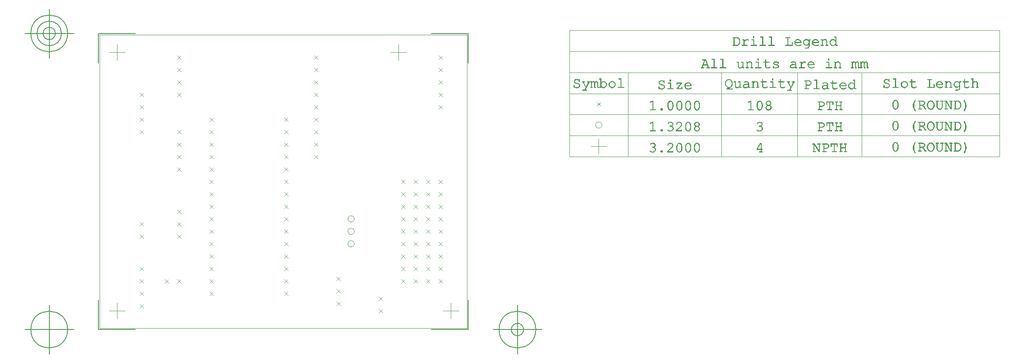
<source format=gbr>
G04 Generated by Ultiboard 14.2 *
%FSLAX34Y34*%
%MOMM*%

%ADD10C,0.0001*%
%ADD11C,0.1000*%
%ADD12C,0.0010*%
%ADD13C,0.1270*%


G04 ColorRGB 000000 for the following layer *
%LNDrill Symbols-Copper Top-Copper Bottom*%
%LPD*%
G54D11*
X19560Y35560D02*
X51560Y35560D01*
X35560Y19560D02*
X35560Y51560D01*
X19560Y563880D02*
X51560Y563880D01*
X35560Y547880D02*
X35560Y579880D01*
X700280Y35560D02*
X732280Y35560D01*
X716280Y19560D02*
X716280Y51560D01*
X609600Y547880D02*
X609600Y579880D01*
X593600Y563880D02*
X625600Y563880D01*
X438424Y524784D02*
X445496Y531856D01*
X438424Y531856D02*
X445496Y524784D01*
X438424Y499384D02*
X445496Y506456D01*
X438424Y506456D02*
X445496Y499384D01*
X438424Y473984D02*
X445496Y481056D01*
X438424Y481056D02*
X445496Y473984D01*
X438424Y448584D02*
X445496Y455656D01*
X438424Y455656D02*
X445496Y448584D01*
X438424Y423184D02*
X445496Y430256D01*
X438424Y430256D02*
X445496Y423184D01*
X438424Y404856D02*
X445496Y397784D01*
X438424Y397784D02*
X445496Y404856D01*
X438424Y372384D02*
X445496Y379456D01*
X438424Y379456D02*
X445496Y372384D01*
X438424Y346984D02*
X445496Y354056D01*
X438424Y354056D02*
X445496Y346984D01*
X692424Y448584D02*
X699496Y455656D01*
X692424Y455656D02*
X699496Y448584D01*
X438424Y550184D02*
X445496Y557256D01*
X438424Y557256D02*
X445496Y550184D01*
X692424Y550184D02*
X699496Y557256D01*
X692424Y557256D02*
X699496Y550184D01*
X692424Y524784D02*
X699496Y531856D01*
X692424Y531856D02*
X699496Y524784D01*
X692424Y499384D02*
X699496Y506456D01*
X692424Y506456D02*
X699496Y499384D01*
X692424Y473984D02*
X699496Y481056D01*
X692424Y481056D02*
X699496Y473984D01*
X225064Y423184D02*
X232136Y430256D01*
X225064Y430256D02*
X232136Y423184D01*
X225064Y397784D02*
X232136Y404856D01*
X225064Y404856D02*
X232136Y397784D01*
X225064Y372384D02*
X232136Y379456D01*
X225064Y379456D02*
X232136Y372384D01*
X225064Y354056D02*
X232136Y346984D01*
X225064Y346984D02*
X232136Y354056D01*
X225064Y321584D02*
X232136Y328656D01*
X225064Y328656D02*
X232136Y321584D01*
X225064Y296184D02*
X232136Y303256D01*
X225064Y303256D02*
X232136Y296184D01*
X225064Y270784D02*
X232136Y277856D01*
X225064Y277856D02*
X232136Y270784D01*
X225064Y245384D02*
X232136Y252456D01*
X225064Y252456D02*
X232136Y245384D01*
X225064Y227056D02*
X232136Y219984D01*
X225064Y219984D02*
X232136Y227056D01*
X225064Y194584D02*
X232136Y201656D01*
X225064Y201656D02*
X232136Y194584D01*
X225064Y169184D02*
X232136Y176256D01*
X225064Y176256D02*
X232136Y169184D01*
X225064Y143784D02*
X232136Y150856D01*
X225064Y150856D02*
X232136Y143784D01*
X225064Y118384D02*
X232136Y125456D01*
X225064Y125456D02*
X232136Y118384D01*
X225064Y92984D02*
X232136Y100056D01*
X225064Y100056D02*
X232136Y92984D01*
X225064Y74656D02*
X232136Y67584D01*
X225064Y67584D02*
X232136Y74656D01*
X377464Y423184D02*
X384536Y430256D01*
X377464Y430256D02*
X384536Y423184D01*
X377464Y397784D02*
X384536Y404856D01*
X377464Y404856D02*
X384536Y397784D01*
X377464Y379456D02*
X384536Y372384D01*
X377464Y372384D02*
X384536Y379456D01*
X377464Y346984D02*
X384536Y354056D01*
X377464Y354056D02*
X384536Y346984D01*
X377464Y321584D02*
X384536Y328656D01*
X377464Y328656D02*
X384536Y321584D01*
X377464Y296184D02*
X384536Y303256D01*
X377464Y303256D02*
X384536Y296184D01*
X377464Y270784D02*
X384536Y277856D01*
X377464Y277856D02*
X384536Y270784D01*
X377464Y245384D02*
X384536Y252456D01*
X377464Y252456D02*
X384536Y245384D01*
X377464Y219984D02*
X384536Y227056D01*
X377464Y227056D02*
X384536Y219984D01*
X377464Y201656D02*
X384536Y194584D01*
X377464Y194584D02*
X384536Y201656D01*
X377464Y169184D02*
X384536Y176256D01*
X377464Y176256D02*
X384536Y169184D01*
X377464Y143784D02*
X384536Y150856D01*
X377464Y150856D02*
X384536Y143784D01*
X377464Y118384D02*
X384536Y125456D01*
X377464Y125456D02*
X384536Y118384D01*
X377464Y92984D02*
X384536Y100056D01*
X377464Y100056D02*
X384536Y92984D01*
X377464Y67584D02*
X384536Y74656D01*
X377464Y74656D02*
X384536Y67584D01*
X82824Y49256D02*
X89896Y42184D01*
X82824Y42184D02*
X89896Y49256D01*
X82824Y67584D02*
X89896Y74656D01*
X82824Y74656D02*
X89896Y67584D01*
X82824Y100056D02*
X89896Y92984D01*
X82824Y92984D02*
X89896Y100056D01*
X82824Y118384D02*
X89896Y125456D01*
X82824Y125456D02*
X89896Y118384D01*
X570504Y32024D02*
X577576Y39096D01*
X570504Y39096D02*
X577576Y32024D01*
X570504Y57424D02*
X577576Y64496D01*
X570504Y64496D02*
X577576Y57424D01*
X133624Y92984D02*
X140696Y100056D01*
X133624Y100056D02*
X140696Y92984D01*
X159024Y92984D02*
X166096Y100056D01*
X159024Y100056D02*
X166096Y92984D01*
X159024Y184424D02*
X166096Y191496D01*
X159024Y191496D02*
X166096Y184424D01*
X159024Y209824D02*
X166096Y216896D01*
X159024Y216896D02*
X166096Y209824D01*
X159024Y235224D02*
X166096Y242296D01*
X159024Y242296D02*
X166096Y235224D01*
X82824Y184424D02*
X89896Y191496D01*
X82824Y191496D02*
X89896Y184424D01*
X82824Y209824D02*
X89896Y216896D01*
X82824Y216896D02*
X89896Y209824D01*
X159024Y321584D02*
X166096Y328656D01*
X159024Y328656D02*
X166096Y321584D01*
X159024Y346984D02*
X166096Y354056D01*
X159024Y354056D02*
X166096Y346984D01*
X159024Y372384D02*
X166096Y379456D01*
X159024Y379456D02*
X166096Y372384D01*
X159024Y397784D02*
X166096Y404856D01*
X159024Y404856D02*
X166096Y397784D01*
X82824Y481056D02*
X89896Y473984D01*
X82824Y473984D02*
X89896Y481056D01*
X82824Y455656D02*
X89896Y448584D01*
X82824Y448584D02*
X89896Y455656D01*
X82824Y423184D02*
X89896Y430256D01*
X82824Y430256D02*
X89896Y423184D01*
X82824Y397784D02*
X89896Y404856D01*
X82824Y404856D02*
X89896Y397784D01*
X159024Y473984D02*
X166096Y481056D01*
X159024Y481056D02*
X166096Y473984D01*
X159024Y499384D02*
X166096Y506456D01*
X159024Y506456D02*
X166096Y499384D01*
X159024Y531856D02*
X166096Y524784D01*
X159024Y524784D02*
X166096Y531856D01*
X159024Y550184D02*
X166096Y557256D01*
X159024Y557256D02*
X166096Y550184D01*
X484144Y47264D02*
X491216Y54336D01*
X484144Y54336D02*
X491216Y47264D01*
X484144Y72664D02*
X491216Y79736D01*
X484144Y79736D02*
X491216Y72664D01*
X484144Y98064D02*
X491216Y105136D01*
X484144Y105136D02*
X491216Y98064D01*
X506476Y198120D02*
G75*
D01*
G02X506476Y198120I6604J0*
G01*
X506476Y223520D02*
G75*
D01*
G02X506476Y223520I6604J0*
G01*
X506476Y172720D02*
G75*
D01*
G02X506476Y172720I6604J0*
G01*
X692424Y296184D02*
X699496Y303256D01*
X692424Y303256D02*
X699496Y296184D01*
X692424Y270784D02*
X699496Y277856D01*
X692424Y277856D02*
X699496Y270784D01*
X692424Y245384D02*
X699496Y252456D01*
X692424Y252456D02*
X699496Y245384D01*
X692424Y219984D02*
X699496Y227056D01*
X692424Y227056D02*
X699496Y219984D01*
X692424Y194584D02*
X699496Y201656D01*
X692424Y201656D02*
X699496Y194584D01*
X667024Y296184D02*
X674096Y303256D01*
X667024Y303256D02*
X674096Y296184D01*
X667024Y270784D02*
X674096Y277856D01*
X667024Y277856D02*
X674096Y270784D01*
X667024Y245384D02*
X674096Y252456D01*
X667024Y252456D02*
X674096Y245384D01*
X667024Y219984D02*
X674096Y227056D01*
X667024Y227056D02*
X674096Y219984D01*
X667024Y194584D02*
X674096Y201656D01*
X667024Y201656D02*
X674096Y194584D01*
X616224Y296184D02*
X623296Y303256D01*
X616224Y303256D02*
X623296Y296184D01*
X616224Y270784D02*
X623296Y277856D01*
X616224Y277856D02*
X623296Y270784D01*
X616224Y245384D02*
X623296Y252456D01*
X616224Y252456D02*
X623296Y245384D01*
X616224Y219984D02*
X623296Y227056D01*
X616224Y227056D02*
X623296Y219984D01*
X616224Y194584D02*
X623296Y201656D01*
X616224Y201656D02*
X623296Y194584D01*
X641624Y194584D02*
X648696Y201656D01*
X641624Y201656D02*
X648696Y194584D01*
X641624Y219984D02*
X648696Y227056D01*
X641624Y227056D02*
X648696Y219984D01*
X641624Y245384D02*
X648696Y252456D01*
X641624Y252456D02*
X648696Y245384D01*
X641624Y270784D02*
X648696Y277856D01*
X641624Y277856D02*
X648696Y270784D01*
X641624Y296184D02*
X648696Y303256D01*
X641624Y303256D02*
X648696Y296184D01*
X616224Y118384D02*
X623296Y125456D01*
X616224Y125456D02*
X623296Y118384D01*
X641624Y125456D02*
X648696Y118384D01*
X641624Y118384D02*
X648696Y125456D01*
X667024Y118384D02*
X674096Y125456D01*
X667024Y125456D02*
X674096Y118384D01*
X692424Y118384D02*
X699496Y125456D01*
X692424Y125456D02*
X699496Y118384D01*
X616224Y143784D02*
X623296Y150856D01*
X616224Y150856D02*
X623296Y143784D01*
X641624Y143784D02*
X648696Y150856D01*
X641624Y150856D02*
X648696Y143784D01*
X667024Y143784D02*
X674096Y150856D01*
X667024Y150856D02*
X674096Y143784D01*
X692424Y143784D02*
X699496Y150856D01*
X692424Y150856D02*
X699496Y143784D01*
X616224Y169184D02*
X623296Y176256D01*
X616224Y176256D02*
X623296Y169184D01*
X641624Y169184D02*
X648696Y176256D01*
X641624Y176256D02*
X648696Y169184D01*
X667024Y169184D02*
X674096Y176256D01*
X667024Y176256D02*
X674096Y169184D01*
X692424Y169184D02*
X699496Y176256D01*
X692424Y176256D02*
X699496Y169184D01*
X616224Y92984D02*
X623296Y100056D01*
X616224Y100056D02*
X623296Y92984D01*
X641624Y92984D02*
X648696Y100056D01*
X641624Y100056D02*
X648696Y92984D01*
X667024Y92984D02*
X674096Y100056D01*
X667024Y100056D02*
X674096Y92984D01*
X692424Y100056D02*
X699496Y92984D01*
X692424Y92984D02*
X699496Y100056D01*
X1018319Y356310D02*
X1018319Y388310D01*
X1002319Y372310D02*
X1034319Y372310D01*
X1011715Y415310D02*
G75*
D01*
G02X1011715Y415310I6604J0*
G01*
X1014783Y454774D02*
X1021854Y461846D01*
X1014783Y461846D02*
X1021854Y454774D01*
G54D12*
G36*
X1131301Y376880D02*
X1131301Y376880D01*
X1131381Y378379D01*
X1130694Y377342D01*
X1131301Y376880D01*
D02*
G37*
X1131381Y378379D01*
X1130694Y377342D01*
X1131301Y376880D01*
G36*
X1131381Y378379D02*
X1131381Y378379D01*
X1131301Y376880D01*
X1131795Y376333D01*
X1131381Y378379D01*
D02*
G37*
X1131301Y376880D01*
X1131795Y376333D01*
X1131381Y378379D01*
G36*
X1131795Y376333D02*
X1131795Y376333D01*
X1132180Y377767D01*
X1131381Y378379D01*
X1131795Y376333D01*
D02*
G37*
X1132180Y377767D01*
X1131381Y378379D01*
X1131795Y376333D01*
G36*
X1132180Y377767D02*
X1132180Y377767D01*
X1131795Y376333D01*
X1132359Y375117D01*
X1132180Y377767D01*
D02*
G37*
X1131795Y376333D01*
X1132359Y375117D01*
X1132180Y377767D01*
G36*
X1132359Y375117D02*
X1132359Y375117D01*
X1132834Y377034D01*
X1132180Y377767D01*
X1132359Y375117D01*
D02*
G37*
X1132834Y377034D01*
X1132180Y377767D01*
X1132359Y375117D01*
G36*
X1132834Y377034D02*
X1132834Y377034D01*
X1132359Y375117D01*
X1132429Y374449D01*
X1132834Y377034D01*
D02*
G37*
X1132359Y375117D01*
X1132429Y374449D01*
X1132834Y377034D01*
G36*
X1132429Y374449D02*
X1132429Y374449D01*
X1132956Y372105D01*
X1132834Y377034D01*
X1132429Y374449D01*
D02*
G37*
X1132956Y372105D01*
X1132834Y377034D01*
X1132429Y374449D01*
G36*
X1132956Y372105D02*
X1132956Y372105D01*
X1132429Y374449D01*
X1132362Y373802D01*
X1132956Y372105D01*
D02*
G37*
X1132429Y374449D01*
X1132362Y373802D01*
X1132956Y372105D01*
G36*
X1132362Y373802D02*
X1132362Y373802D01*
X1132070Y371116D01*
X1132956Y372105D01*
X1132362Y373802D01*
D02*
G37*
X1132070Y371116D01*
X1132956Y372105D01*
X1132362Y373802D01*
G36*
X1132070Y371116D02*
X1132070Y371116D01*
X1132362Y373802D01*
X1131824Y372630D01*
X1132070Y371116D01*
D02*
G37*
X1132362Y373802D01*
X1131824Y372630D01*
X1132070Y371116D01*
G36*
X1131824Y372630D02*
X1131824Y372630D01*
X1131352Y372105D01*
X1132070Y371116D01*
X1131824Y372630D01*
D02*
G37*
X1131352Y372105D01*
X1132070Y371116D01*
X1131824Y372630D01*
G36*
X1127134Y377825D02*
X1127134Y377825D01*
X1127259Y379088D01*
X1126013Y377496D01*
X1127134Y377825D01*
D02*
G37*
X1127259Y379088D01*
X1126013Y377496D01*
X1127134Y377825D01*
G36*
X1127259Y379088D02*
X1127259Y379088D01*
X1127134Y377825D01*
X1128357Y377935D01*
X1127259Y379088D01*
D02*
G37*
X1127134Y377825D01*
X1128357Y377935D01*
X1127259Y379088D01*
G36*
X1128357Y377935D02*
X1128357Y377935D01*
X1128357Y379165D01*
X1127259Y379088D01*
X1128357Y377935D01*
D02*
G37*
X1128357Y379165D01*
X1127259Y379088D01*
X1128357Y377935D01*
G36*
X1128357Y379165D02*
X1128357Y379165D01*
X1128357Y377935D01*
X1129222Y377869D01*
X1128357Y379165D01*
D02*
G37*
X1128357Y377935D01*
X1129222Y377869D01*
X1128357Y379165D01*
G36*
X1129222Y377869D02*
X1129222Y377869D01*
X1129469Y379078D01*
X1128357Y379165D01*
X1129222Y377869D01*
D02*
G37*
X1129469Y379078D01*
X1128357Y379165D01*
X1129222Y377869D01*
G36*
X1129469Y379078D02*
X1129469Y379078D01*
X1129222Y377869D01*
X1130694Y377342D01*
X1129469Y379078D01*
D02*
G37*
X1129222Y377869D01*
X1130694Y377342D01*
X1129469Y379078D01*
G36*
X1130694Y377342D02*
X1130694Y377342D01*
X1131381Y378379D01*
X1129469Y379078D01*
X1130694Y377342D01*
D02*
G37*
X1131381Y378379D01*
X1129469Y379078D01*
X1130694Y377342D01*
G36*
X1124299Y376294D02*
X1124299Y376294D01*
X1124329Y377920D01*
X1124092Y376058D01*
X1124299Y376294D01*
D02*
G37*
X1124329Y377920D01*
X1124092Y376058D01*
X1124299Y376294D01*
G36*
X1124329Y377920D02*
X1124329Y377920D01*
X1124299Y376294D01*
X1125050Y376976D01*
X1124329Y377920D01*
D02*
G37*
X1124299Y376294D01*
X1125050Y376976D01*
X1124329Y377920D01*
G36*
X1125050Y376976D02*
X1125050Y376976D01*
X1125245Y378465D01*
X1124329Y377920D01*
X1125050Y376976D01*
D02*
G37*
X1125245Y378465D01*
X1124329Y377920D01*
X1125050Y376976D01*
G36*
X1125245Y378465D02*
X1125245Y378465D01*
X1125050Y376976D01*
X1126013Y377496D01*
X1125245Y378465D01*
D02*
G37*
X1125050Y376976D01*
X1126013Y377496D01*
X1125245Y378465D01*
G36*
X1126013Y377496D02*
X1126013Y377496D01*
X1127259Y379088D01*
X1125245Y378465D01*
X1126013Y377496D01*
D02*
G37*
X1127259Y379088D01*
X1125245Y378465D01*
X1126013Y377496D01*
G36*
X1124329Y377920D02*
X1124329Y377920D01*
X1123373Y377104D01*
X1123424Y375912D01*
X1124329Y377920D01*
D02*
G37*
X1123373Y377104D01*
X1123424Y375912D01*
X1124329Y377920D01*
G36*
X1124329Y377920D01*
X1123424Y375912D01*
X1123655Y375870D01*
X1124329Y377920D01*
D02*
G37*
X1123424Y375912D01*
X1123655Y375870D01*
X1124329Y377920D01*
G36*
X1124329Y377920D01*
X1123655Y375870D01*
X1123807Y375886D01*
X1124329Y377920D01*
D02*
G37*
X1123655Y375870D01*
X1123807Y375886D01*
X1124329Y377920D01*
G36*
X1124329Y377920D01*
X1123807Y375886D01*
X1123940Y375935D01*
X1124329Y377920D01*
D02*
G37*
X1123807Y375886D01*
X1123940Y375935D01*
X1124329Y377920D01*
G36*
X1124329Y377920D01*
X1123940Y375935D01*
X1124092Y376058D01*
X1124329Y377920D01*
D02*
G37*
X1123940Y375935D01*
X1124092Y376058D01*
X1124329Y377920D01*
G36*
X1123373Y377104D02*
X1123373Y377104D01*
X1123054Y376441D01*
X1123098Y376223D01*
X1123373Y377104D01*
D02*
G37*
X1123054Y376441D01*
X1123098Y376223D01*
X1123373Y377104D01*
G36*
X1123373Y377104D01*
X1123098Y376223D01*
X1123230Y376038D01*
X1123373Y377104D01*
D02*
G37*
X1123098Y376223D01*
X1123230Y376038D01*
X1123373Y377104D01*
G36*
X1123373Y377104D01*
X1123230Y376038D01*
X1123424Y375912D01*
X1123373Y377104D01*
D02*
G37*
X1123230Y376038D01*
X1123424Y375912D01*
X1123373Y377104D01*
G36*
X1133581Y375367D02*
X1133581Y375367D01*
X1132834Y377034D01*
X1132956Y372105D01*
X1133581Y375367D01*
D02*
G37*
X1132834Y377034D01*
X1132956Y372105D01*
X1133581Y375367D01*
G36*
X1133581Y375367D01*
X1132956Y372105D01*
X1133495Y373237D01*
X1133581Y375367D01*
D02*
G37*
X1132956Y372105D01*
X1133495Y373237D01*
X1133581Y375367D01*
G36*
X1133581Y375367D01*
X1133495Y373237D01*
X1133674Y374434D01*
X1133581Y375367D01*
D02*
G37*
X1133495Y373237D01*
X1133674Y374434D01*
X1133581Y375367D01*
G36*
X1131352Y372105D02*
X1131352Y372105D01*
X1130847Y370347D01*
X1132070Y371116D01*
X1131352Y372105D01*
D02*
G37*
X1130847Y370347D01*
X1132070Y371116D01*
X1131352Y372105D01*
G36*
X1130847Y370347D02*
X1130847Y370347D01*
X1131352Y372105D01*
X1130778Y371663D01*
X1130847Y370347D01*
D02*
G37*
X1131352Y372105D01*
X1130778Y371663D01*
X1130847Y370347D01*
G36*
X1130778Y371663D02*
X1130778Y371663D01*
X1130349Y369270D01*
X1130847Y370347D01*
X1130778Y371663D01*
D02*
G37*
X1130349Y369270D01*
X1130847Y370347D01*
X1130778Y371663D01*
G36*
X1130349Y369270D02*
X1130349Y369270D01*
X1130778Y371663D01*
X1129412Y371157D01*
X1130349Y369270D01*
D02*
G37*
X1130778Y371663D01*
X1129412Y371157D01*
X1130349Y369270D01*
G36*
X1129412Y371157D02*
X1129412Y371157D01*
X1129009Y369726D01*
X1130349Y369270D01*
X1129412Y371157D01*
D02*
G37*
X1129009Y369726D01*
X1130349Y369270D01*
X1129412Y371157D01*
G36*
X1129009Y369726D02*
X1129009Y369726D01*
X1129412Y371157D01*
X1128621Y371094D01*
X1129009Y369726D01*
D02*
G37*
X1129412Y371157D01*
X1128621Y371094D01*
X1129009Y369726D01*
G36*
X1128621Y371094D02*
X1128621Y371094D01*
X1127654Y369878D01*
X1129009Y369726D01*
X1128621Y371094D01*
D02*
G37*
X1127654Y369878D01*
X1129009Y369726D01*
X1128621Y371094D01*
G36*
X1127654Y369878D02*
X1127654Y369878D01*
X1128621Y371094D01*
X1127566Y371109D01*
X1127654Y369878D01*
D02*
G37*
X1128621Y371094D01*
X1127566Y371109D01*
X1127654Y369878D01*
G36*
X1127566Y371109D02*
X1127566Y371109D01*
X1127277Y369920D01*
X1127654Y369878D01*
X1127566Y371109D01*
D02*
G37*
X1127277Y369920D01*
X1127654Y369878D01*
X1127566Y371109D01*
G36*
X1127277Y369920D02*
X1127277Y369920D01*
X1127566Y371109D01*
X1127245Y371065D01*
X1127277Y369920D01*
D02*
G37*
X1127566Y371109D01*
X1127245Y371065D01*
X1127277Y369920D01*
G36*
X1127245Y371065D02*
X1127245Y371065D01*
X1127024Y370047D01*
X1127277Y369920D01*
X1127245Y371065D01*
D02*
G37*
X1127024Y370047D01*
X1127277Y369920D01*
X1127245Y371065D01*
G36*
X1127024Y370047D02*
X1127024Y370047D01*
X1127245Y371065D01*
X1127017Y370933D01*
X1127024Y370047D01*
D02*
G37*
X1127245Y371065D01*
X1127017Y370933D01*
X1127024Y370047D01*
G36*
X1127017Y370933D02*
X1127017Y370933D01*
X1126881Y370243D01*
X1127024Y370047D01*
X1127017Y370933D01*
D02*
G37*
X1126881Y370243D01*
X1127024Y370047D01*
X1127017Y370933D01*
G36*
X1126881Y370243D02*
X1126881Y370243D01*
X1127017Y370933D01*
X1126879Y370735D01*
X1126881Y370243D01*
D02*
G37*
X1127017Y370933D01*
X1126879Y370735D01*
X1126881Y370243D01*
G36*
X1126879Y370735D02*
X1126879Y370735D01*
X1126833Y370494D01*
X1126881Y370243D01*
X1126879Y370735D01*
D02*
G37*
X1126833Y370494D01*
X1126881Y370243D01*
X1126879Y370735D01*
G36*
X1134110Y366907D02*
X1134110Y366907D01*
X1134221Y364425D01*
X1134333Y365498D01*
X1134110Y366907D01*
D02*
G37*
X1134221Y364425D01*
X1134333Y365498D01*
X1134110Y366907D01*
G36*
X1134221Y364425D02*
X1134221Y364425D01*
X1134110Y366907D01*
X1133440Y368260D01*
X1134221Y364425D01*
D02*
G37*
X1134110Y366907D01*
X1133440Y368260D01*
X1134221Y364425D01*
G36*
X1133440Y368260D02*
X1133440Y368260D01*
X1133324Y362473D01*
X1134221Y364425D01*
X1133440Y368260D01*
D02*
G37*
X1133324Y362473D01*
X1134221Y364425D01*
X1133440Y368260D01*
G36*
X1133324Y362473D02*
X1133324Y362473D01*
X1133440Y368260D01*
X1133103Y365455D01*
X1133324Y362473D01*
D02*
G37*
X1133440Y368260D01*
X1133103Y365455D01*
X1133324Y362473D01*
G36*
X1133103Y365455D02*
X1133103Y365455D01*
X1133013Y364653D01*
X1133324Y362473D01*
X1133103Y365455D01*
D02*
G37*
X1133013Y364653D01*
X1133324Y362473D01*
X1133103Y365455D01*
G36*
X1131526Y368551D02*
X1131526Y368551D01*
X1132345Y369444D01*
X1130847Y370347D01*
X1131526Y368551D01*
D02*
G37*
X1132345Y369444D01*
X1130847Y370347D01*
X1131526Y368551D01*
G36*
X1132345Y369444D02*
X1132345Y369444D01*
X1131526Y368551D01*
X1132393Y367608D01*
X1132345Y369444D01*
D02*
G37*
X1131526Y368551D01*
X1132393Y367608D01*
X1132345Y369444D01*
G36*
X1132393Y367608D02*
X1132393Y367608D01*
X1133440Y368260D01*
X1132345Y369444D01*
X1132393Y367608D01*
D02*
G37*
X1133440Y368260D01*
X1132345Y369444D01*
X1132393Y367608D01*
G36*
X1133440Y368260D02*
X1133440Y368260D01*
X1132393Y367608D01*
X1132925Y366542D01*
X1133440Y368260D01*
D02*
G37*
X1132393Y367608D01*
X1132925Y366542D01*
X1133440Y368260D01*
G36*
X1132925Y366542D02*
X1132925Y366542D01*
X1133103Y365455D01*
X1133440Y368260D01*
X1132925Y366542D01*
D02*
G37*
X1133103Y365455D01*
X1133440Y368260D01*
X1132925Y366542D01*
G36*
X1132539Y361595D02*
X1132539Y361595D01*
X1133324Y362473D01*
X1133013Y364653D01*
X1132539Y361595D01*
D02*
G37*
X1133324Y362473D01*
X1133013Y364653D01*
X1132539Y361595D01*
G36*
X1132539Y361595D01*
X1133013Y364653D01*
X1132291Y363163D01*
X1132539Y361595D01*
D02*
G37*
X1133013Y364653D01*
X1132291Y363163D01*
X1132539Y361595D01*
G36*
X1132539Y361595D01*
X1132291Y363163D01*
X1131660Y362474D01*
X1132539Y361595D01*
D02*
G37*
X1132291Y363163D01*
X1131660Y362474D01*
X1132539Y361595D01*
G36*
X1132539Y361595D01*
X1131660Y362474D01*
X1131585Y360855D01*
X1132539Y361595D01*
D02*
G37*
X1131660Y362474D01*
X1131585Y360855D01*
X1132539Y361595D01*
G36*
X1130895Y361887D02*
X1130895Y361887D01*
X1129104Y361217D01*
X1129341Y360009D01*
X1130895Y361887D01*
D02*
G37*
X1129104Y361217D01*
X1129341Y360009D01*
X1130895Y361887D01*
G36*
X1130895Y361887D01*
X1129341Y360009D01*
X1131585Y360855D01*
X1130895Y361887D01*
D02*
G37*
X1129341Y360009D01*
X1131585Y360855D01*
X1130895Y361887D01*
G36*
X1130895Y361887D01*
X1131585Y360855D01*
X1131660Y362474D01*
X1130895Y361887D01*
D02*
G37*
X1131585Y360855D01*
X1131660Y362474D01*
X1130895Y361887D01*
G36*
X1126438Y360071D02*
X1126438Y360071D01*
X1126828Y361239D01*
X1124768Y360577D01*
X1126438Y360071D01*
D02*
G37*
X1126828Y361239D01*
X1124768Y360577D01*
X1126438Y360071D01*
G36*
X1126828Y361239D02*
X1126828Y361239D01*
X1126438Y360071D01*
X1128049Y359903D01*
X1126828Y361239D01*
D02*
G37*
X1126438Y360071D01*
X1128049Y359903D01*
X1126828Y361239D01*
G36*
X1128049Y359903D02*
X1128049Y359903D01*
X1128079Y361133D01*
X1126828Y361239D01*
X1128049Y359903D01*
D02*
G37*
X1128079Y361133D01*
X1126828Y361239D01*
X1128049Y359903D01*
G36*
X1128079Y361133D02*
X1128079Y361133D01*
X1128049Y359903D01*
X1129341Y360009D01*
X1128079Y361133D01*
D02*
G37*
X1128049Y359903D01*
X1129341Y360009D01*
X1128079Y361133D01*
G36*
X1129341Y360009D02*
X1129341Y360009D01*
X1129104Y361217D01*
X1128079Y361133D01*
X1129341Y360009D01*
D02*
G37*
X1129104Y361217D01*
X1128079Y361133D01*
X1129341Y360009D01*
G36*
X1124426Y362081D02*
X1124426Y362081D01*
X1123274Y362818D01*
X1123325Y361258D01*
X1124426Y362081D01*
D02*
G37*
X1123274Y362818D01*
X1123325Y361258D01*
X1124426Y362081D01*
G36*
X1124426Y362081D01*
X1123325Y361258D01*
X1124768Y360577D01*
X1124426Y362081D01*
D02*
G37*
X1123325Y361258D01*
X1124768Y360577D01*
X1124426Y362081D01*
G36*
X1124426Y362081D01*
X1124768Y360577D01*
X1126828Y361239D01*
X1124426Y362081D01*
D02*
G37*
X1124768Y360577D01*
X1126828Y361239D01*
X1124426Y362081D01*
G36*
X1123325Y361258D02*
X1123325Y361258D01*
X1123274Y362818D01*
X1122996Y362983D01*
X1123325Y361258D01*
D02*
G37*
X1123274Y362818D01*
X1122996Y362983D01*
X1123325Y361258D01*
G36*
X1123325Y361258D01*
X1122996Y362983D01*
X1122747Y363038D01*
X1123325Y361258D01*
D02*
G37*
X1122996Y362983D01*
X1122747Y363038D01*
X1123325Y361258D01*
G36*
X1123325Y361258D01*
X1122747Y363038D01*
X1122529Y362994D01*
X1123325Y361258D01*
D02*
G37*
X1122747Y363038D01*
X1122529Y362994D01*
X1123325Y361258D01*
G36*
X1123325Y361258D01*
X1122529Y362994D01*
X1122395Y361954D01*
X1123325Y361258D01*
D02*
G37*
X1122529Y362994D01*
X1122395Y361954D01*
X1123325Y361258D01*
G36*
X1122344Y362862D02*
X1122344Y362862D01*
X1122217Y362671D01*
X1122230Y362195D01*
X1122344Y362862D01*
D02*
G37*
X1122217Y362671D01*
X1122230Y362195D01*
X1122344Y362862D01*
G36*
X1122344Y362862D01*
X1122230Y362195D01*
X1122395Y361954D01*
X1122344Y362862D01*
D02*
G37*
X1122230Y362195D01*
X1122395Y361954D01*
X1122344Y362862D01*
G36*
X1122344Y362862D01*
X1122395Y361954D01*
X1122529Y362994D01*
X1122344Y362862D01*
D02*
G37*
X1122395Y361954D01*
X1122529Y362994D01*
X1122344Y362862D01*
G36*
X1122230Y362195D02*
X1122230Y362195D01*
X1122217Y362671D01*
X1122175Y362452D01*
X1122230Y362195D01*
D02*
G37*
X1122217Y362671D01*
X1122175Y362452D01*
X1122230Y362195D01*
G36*
X1130847Y370347D02*
X1130847Y370347D01*
X1130349Y369270D01*
X1131526Y368551D01*
X1130847Y370347D01*
D02*
G37*
X1130349Y369270D01*
X1131526Y368551D01*
X1130847Y370347D01*
G36*
X1146067Y363873D02*
X1146067Y363873D01*
X1145314Y363730D01*
X1146067Y363873D01*
D02*
G37*
X1145314Y363730D01*
X1146067Y363873D01*
G36*
X1146067Y363873D01*
X1145314Y363730D01*
X1144668Y363301D01*
X1146067Y363873D01*
D02*
G37*
X1145314Y363730D01*
X1144668Y363301D01*
X1146067Y363873D01*
G36*
X1146067Y363873D01*
X1144668Y363301D01*
X1144223Y362660D01*
X1146067Y363873D01*
D02*
G37*
X1144668Y363301D01*
X1144223Y362660D01*
X1146067Y363873D01*
G36*
X1146067Y363873D01*
X1144223Y362660D01*
X1144075Y361880D01*
X1146067Y363873D01*
D02*
G37*
X1144223Y362660D01*
X1144075Y361880D01*
X1146067Y363873D01*
G36*
X1146067Y363873D01*
X1144075Y361880D01*
X1144221Y361120D01*
X1146067Y363873D01*
D02*
G37*
X1144075Y361880D01*
X1144221Y361120D01*
X1146067Y363873D01*
G36*
X1146067Y363873D01*
X1144221Y361120D01*
X1144661Y360481D01*
X1146067Y363873D01*
D02*
G37*
X1144221Y361120D01*
X1144661Y360481D01*
X1146067Y363873D01*
G36*
X1146067Y363873D01*
X1144661Y360481D01*
X1145305Y360048D01*
X1146067Y363873D01*
D02*
G37*
X1144661Y360481D01*
X1145305Y360048D01*
X1146067Y363873D01*
G36*
X1146067Y363873D01*
X1145305Y360048D01*
X1146067Y359903D01*
X1146067Y363873D01*
D02*
G37*
X1145305Y360048D01*
X1146067Y359903D01*
X1146067Y363873D01*
G36*
X1146067Y363873D01*
X1146067Y359903D01*
X1146594Y359903D01*
X1146067Y363873D01*
D02*
G37*
X1146067Y359903D01*
X1146594Y359903D01*
X1146067Y363873D01*
G36*
X1146067Y363873D01*
X1146594Y359903D01*
X1147347Y360046D01*
X1146067Y363873D01*
D02*
G37*
X1146594Y359903D01*
X1147347Y360046D01*
X1146067Y363873D01*
G36*
X1146067Y363873D01*
X1147347Y360046D01*
X1147993Y360474D01*
X1146067Y363873D01*
D02*
G37*
X1147347Y360046D01*
X1147993Y360474D01*
X1146067Y363873D01*
G36*
X1146067Y363873D01*
X1147993Y360474D01*
X1148438Y361115D01*
X1146067Y363873D01*
D02*
G37*
X1147993Y360474D01*
X1148438Y361115D01*
X1146067Y363873D01*
G36*
X1146067Y363873D01*
X1148438Y361115D01*
X1148586Y361895D01*
X1146067Y363873D01*
D02*
G37*
X1148438Y361115D01*
X1148586Y361895D01*
X1146067Y363873D01*
G36*
X1146067Y363873D01*
X1148586Y361895D01*
X1148440Y362655D01*
X1146067Y363873D01*
D02*
G37*
X1148586Y361895D01*
X1148440Y362655D01*
X1146067Y363873D01*
G36*
X1146067Y363873D01*
X1148440Y362655D01*
X1148000Y363294D01*
X1146067Y363873D01*
D02*
G37*
X1148440Y362655D01*
X1148000Y363294D01*
X1146067Y363873D01*
G36*
X1146067Y363873D01*
X1148000Y363294D01*
X1147356Y363728D01*
X1146067Y363873D01*
D02*
G37*
X1148000Y363294D01*
X1147356Y363728D01*
X1146067Y363873D01*
G36*
X1146067Y363873D01*
X1147356Y363728D01*
X1146594Y363873D01*
X1146067Y363873D01*
D02*
G37*
X1147356Y363728D01*
X1146594Y363873D01*
X1146067Y363873D01*
G36*
X1169724Y360342D02*
X1169724Y360342D01*
X1169724Y362056D01*
X1169680Y362433D01*
X1169724Y360342D01*
D02*
G37*
X1169724Y362056D01*
X1169680Y362433D01*
X1169724Y360342D01*
G36*
X1169724Y360342D01*
X1169680Y362433D01*
X1169548Y362686D01*
X1169724Y360342D01*
D02*
G37*
X1169680Y362433D01*
X1169548Y362686D01*
X1169724Y360342D01*
G36*
X1169724Y360342D01*
X1169548Y362686D01*
X1169351Y362829D01*
X1169724Y360342D01*
D02*
G37*
X1169548Y362686D01*
X1169351Y362829D01*
X1169724Y360342D01*
G36*
X1169724Y360342D01*
X1169351Y362829D01*
X1169109Y362876D01*
X1169724Y360342D01*
D02*
G37*
X1169351Y362829D01*
X1169109Y362876D01*
X1169724Y360342D01*
G36*
X1169724Y360342D01*
X1169109Y362876D01*
X1168856Y362829D01*
X1169724Y360342D01*
D02*
G37*
X1169109Y362876D01*
X1168856Y362829D01*
X1169724Y360342D01*
G36*
X1169724Y360342D01*
X1168856Y362829D01*
X1168655Y362686D01*
X1169724Y360342D01*
D02*
G37*
X1168856Y362829D01*
X1168655Y362686D01*
X1169724Y360342D01*
G36*
X1169724Y360342D01*
X1168655Y362686D01*
X1168523Y362433D01*
X1169724Y360342D01*
D02*
G37*
X1168655Y362686D01*
X1168523Y362433D01*
X1169724Y360342D01*
G36*
X1169724Y360342D01*
X1168523Y362433D01*
X1168479Y362056D01*
X1169724Y360342D01*
D02*
G37*
X1168523Y362433D01*
X1168479Y362056D01*
X1169724Y360342D01*
G36*
X1169724Y360342D01*
X1168479Y362056D01*
X1168479Y361573D01*
X1169724Y360342D01*
D02*
G37*
X1168479Y362056D01*
X1168479Y361573D01*
X1169724Y360342D01*
G36*
X1169724Y360342D01*
X1168479Y361573D01*
X1159031Y361573D01*
X1169724Y360342D01*
D02*
G37*
X1168479Y361573D01*
X1159031Y361573D01*
X1169724Y360342D01*
G36*
X1169724Y360342D01*
X1159031Y361573D01*
X1157830Y360342D01*
X1169724Y360342D01*
D02*
G37*
X1159031Y361573D01*
X1157830Y360342D01*
X1169724Y360342D01*
G36*
X1167395Y371402D02*
X1167395Y371402D01*
X1167554Y369781D01*
X1167913Y372118D01*
X1167395Y371402D01*
D02*
G37*
X1167554Y369781D01*
X1167913Y372118D01*
X1167395Y371402D01*
G36*
X1167554Y369781D02*
X1167554Y369781D01*
X1167395Y371402D01*
X1166520Y370424D01*
X1167554Y369781D01*
D02*
G37*
X1167395Y371402D01*
X1166520Y370424D01*
X1167554Y369781D01*
G36*
X1166520Y370424D02*
X1166520Y370424D01*
X1166091Y368296D01*
X1167554Y369781D01*
X1166520Y370424D01*
D02*
G37*
X1166091Y368296D01*
X1167554Y369781D01*
X1166520Y370424D01*
G36*
X1166091Y368296D02*
X1166091Y368296D01*
X1166520Y370424D01*
X1165124Y369014D01*
X1166091Y368296D01*
D02*
G37*
X1166520Y370424D01*
X1165124Y369014D01*
X1166091Y368296D01*
G36*
X1165124Y369014D02*
X1165124Y369014D01*
X1162158Y364499D01*
X1166091Y368296D01*
X1165124Y369014D01*
D02*
G37*
X1162158Y364499D01*
X1166091Y368296D01*
X1165124Y369014D01*
G36*
X1162158Y364499D02*
X1162158Y364499D01*
X1165124Y369014D01*
X1161528Y365557D01*
X1162158Y364499D01*
D02*
G37*
X1165124Y369014D01*
X1161528Y365557D01*
X1162158Y364499D01*
G36*
X1161528Y365557D02*
X1161528Y365557D01*
X1159031Y361661D01*
X1162158Y364499D01*
X1161528Y365557D01*
D02*
G37*
X1159031Y361661D01*
X1162158Y364499D01*
X1161528Y365557D01*
G36*
X1159031Y361661D02*
X1159031Y361661D01*
X1161528Y365557D01*
X1157830Y362159D01*
X1159031Y361661D01*
D02*
G37*
X1161528Y365557D01*
X1157830Y362159D01*
X1159031Y361661D01*
G36*
X1157830Y362159D02*
X1157830Y362159D01*
X1159031Y361573D01*
X1159031Y361661D01*
X1157830Y362159D01*
D02*
G37*
X1159031Y361573D01*
X1159031Y361661D01*
X1157830Y362159D01*
G36*
X1159031Y361573D02*
X1159031Y361573D01*
X1157830Y362159D01*
X1157830Y360342D01*
X1159031Y361573D01*
D02*
G37*
X1157830Y362159D01*
X1157830Y360342D01*
X1159031Y361573D01*
G36*
X1169606Y374935D02*
X1169606Y374935D01*
X1168778Y376744D01*
X1169056Y371647D01*
X1169606Y374935D01*
D02*
G37*
X1168778Y376744D01*
X1169056Y371647D01*
X1169606Y374935D01*
G36*
X1169606Y374935D01*
X1169056Y371647D01*
X1169431Y372391D01*
X1169606Y374935D01*
D02*
G37*
X1169056Y371647D01*
X1169431Y372391D01*
X1169606Y374935D01*
G36*
X1169606Y374935D01*
X1169431Y372391D01*
X1169640Y373136D01*
X1169606Y374935D01*
D02*
G37*
X1169431Y372391D01*
X1169640Y373136D01*
X1169606Y374935D01*
G36*
X1169606Y374935D01*
X1169640Y373136D01*
X1169709Y373951D01*
X1169606Y374935D01*
D02*
G37*
X1169640Y373136D01*
X1169709Y373951D01*
X1169606Y374935D01*
G36*
X1168486Y370838D02*
X1168486Y370838D01*
X1169056Y371647D01*
X1168778Y376744D01*
X1168486Y370838D01*
D02*
G37*
X1169056Y371647D01*
X1168778Y376744D01*
X1168486Y370838D01*
G36*
X1168486Y370838D01*
X1168778Y376744D01*
X1168464Y373907D01*
X1168486Y370838D01*
D02*
G37*
X1168778Y376744D01*
X1168464Y373907D01*
X1168486Y370838D01*
G36*
X1168486Y370838D01*
X1168464Y373907D01*
X1168408Y373323D01*
X1168486Y370838D01*
D02*
G37*
X1168464Y373907D01*
X1168408Y373323D01*
X1168486Y370838D01*
G36*
X1168486Y370838D01*
X1168408Y373323D01*
X1168237Y372742D01*
X1168486Y370838D01*
D02*
G37*
X1168408Y373323D01*
X1168237Y372742D01*
X1168486Y370838D01*
G36*
X1168486Y370838D01*
X1168237Y372742D01*
X1167913Y372118D01*
X1168486Y370838D01*
D02*
G37*
X1168237Y372742D01*
X1167913Y372118D01*
X1168486Y370838D01*
G36*
X1168486Y370838D01*
X1167913Y372118D01*
X1167554Y369781D01*
X1168486Y370838D01*
D02*
G37*
X1167913Y372118D01*
X1167554Y369781D01*
X1168486Y370838D01*
G36*
X1167747Y376074D02*
X1167747Y376074D01*
X1168054Y377569D01*
X1167190Y376705D01*
X1167747Y376074D01*
D02*
G37*
X1168054Y377569D01*
X1167190Y376705D01*
X1167747Y376074D01*
G36*
X1168054Y377569D02*
X1168054Y377569D01*
X1167747Y376074D01*
X1168385Y374675D01*
X1168054Y377569D01*
D02*
G37*
X1167747Y376074D01*
X1168385Y374675D01*
X1168054Y377569D01*
G36*
X1168385Y374675D02*
X1168385Y374675D01*
X1168778Y376744D01*
X1168054Y377569D01*
X1168385Y374675D01*
D02*
G37*
X1168778Y376744D01*
X1168054Y377569D01*
X1168385Y374675D01*
G36*
X1168778Y376744D02*
X1168778Y376744D01*
X1168385Y374675D01*
X1168464Y373907D01*
X1168778Y376744D01*
D02*
G37*
X1168385Y374675D01*
X1168464Y373907D01*
X1168778Y376744D01*
G36*
X1164982Y377844D02*
X1164982Y377844D01*
X1165209Y379066D01*
X1164114Y377920D01*
X1164982Y377844D01*
D02*
G37*
X1165209Y379066D01*
X1164114Y377920D01*
X1164982Y377844D01*
G36*
X1165209Y379066D02*
X1165209Y379066D01*
X1164982Y377844D01*
X1166520Y377236D01*
X1165209Y379066D01*
D02*
G37*
X1164982Y377844D01*
X1166520Y377236D01*
X1165209Y379066D01*
G36*
X1166520Y377236D02*
X1166520Y377236D01*
X1167186Y378267D01*
X1165209Y379066D01*
X1166520Y377236D01*
D02*
G37*
X1167186Y378267D01*
X1165209Y379066D01*
X1166520Y377236D01*
G36*
X1167186Y378267D02*
X1167186Y378267D01*
X1166520Y377236D01*
X1167190Y376705D01*
X1167186Y378267D01*
D02*
G37*
X1166520Y377236D01*
X1167190Y376705D01*
X1167186Y378267D01*
G36*
X1167190Y376705D02*
X1167190Y376705D01*
X1168054Y377569D01*
X1167186Y378267D01*
X1167190Y376705D01*
D02*
G37*
X1168054Y377569D01*
X1167186Y378267D01*
X1167190Y376705D01*
G36*
X1161257Y376998D02*
X1161257Y376998D01*
X1161323Y378477D01*
X1160232Y375965D01*
X1161257Y376998D01*
D02*
G37*
X1161323Y378477D01*
X1160232Y375965D01*
X1161257Y376998D01*
G36*
X1161323Y378477D02*
X1161323Y378477D01*
X1161257Y376998D01*
X1162594Y377690D01*
X1161323Y378477D01*
D02*
G37*
X1161257Y376998D01*
X1162594Y377690D01*
X1161323Y378477D01*
G36*
X1162594Y377690D02*
X1162594Y377690D01*
X1162695Y378993D01*
X1161323Y378477D01*
X1162594Y377690D01*
D02*
G37*
X1162695Y378993D01*
X1161323Y378477D01*
X1162594Y377690D01*
G36*
X1162695Y378993D02*
X1162695Y378993D01*
X1162594Y377690D01*
X1164114Y377920D01*
X1162695Y378993D01*
D02*
G37*
X1162594Y377690D01*
X1164114Y377920D01*
X1162695Y378993D01*
G36*
X1164114Y377920D02*
X1164114Y377920D01*
X1164099Y379165D01*
X1162695Y378993D01*
X1164114Y377920D01*
D02*
G37*
X1164099Y379165D01*
X1162695Y378993D01*
X1164114Y377920D01*
G36*
X1164099Y379165D02*
X1164099Y379165D01*
X1164114Y377920D01*
X1165209Y379066D01*
X1164099Y379165D01*
D02*
G37*
X1164114Y377920D01*
X1165209Y379066D01*
X1164099Y379165D01*
G36*
X1160115Y377660D02*
X1160115Y377660D01*
X1159199Y376587D01*
X1159236Y374148D01*
X1160115Y377660D01*
D02*
G37*
X1159199Y376587D01*
X1159236Y374148D01*
X1160115Y377660D01*
G36*
X1160115Y377660D01*
X1159236Y374148D01*
X1159426Y374258D01*
X1160115Y377660D01*
D02*
G37*
X1159236Y374148D01*
X1159426Y374258D01*
X1160115Y377660D01*
G36*
X1160115Y377660D01*
X1159426Y374258D01*
X1159547Y374423D01*
X1160115Y377660D01*
D02*
G37*
X1159426Y374258D01*
X1159547Y374423D01*
X1160115Y377660D01*
G36*
X1160115Y377660D01*
X1159547Y374423D01*
X1159646Y374712D01*
X1160115Y377660D01*
D02*
G37*
X1159547Y374423D01*
X1159646Y374712D01*
X1160115Y377660D01*
G36*
X1160115Y377660D01*
X1159646Y374712D01*
X1160232Y375965D01*
X1160115Y377660D01*
D02*
G37*
X1159646Y374712D01*
X1160232Y375965D01*
X1160115Y377660D01*
G36*
X1160115Y377660D01*
X1160232Y375965D01*
X1161323Y378477D01*
X1160115Y377660D01*
D02*
G37*
X1160232Y375965D01*
X1161323Y378477D01*
X1160115Y377660D01*
G36*
X1158599Y374280D02*
X1158599Y374280D01*
X1158622Y375511D01*
X1158472Y374465D01*
X1158599Y374280D01*
D02*
G37*
X1158622Y375511D01*
X1158472Y374465D01*
X1158599Y374280D01*
G36*
X1158622Y375511D02*
X1158622Y375511D01*
X1158599Y374280D01*
X1158787Y374154D01*
X1158622Y375511D01*
D02*
G37*
X1158599Y374280D01*
X1158787Y374154D01*
X1158622Y375511D01*
G36*
X1158787Y374154D02*
X1158787Y374154D01*
X1159199Y376587D01*
X1158622Y375511D01*
X1158787Y374154D01*
D02*
G37*
X1159199Y376587D01*
X1158622Y375511D01*
X1158787Y374154D01*
G36*
X1159199Y376587D02*
X1159199Y376587D01*
X1158787Y374154D01*
X1159016Y374112D01*
X1159199Y376587D01*
D02*
G37*
X1158787Y374154D01*
X1159016Y374112D01*
X1159199Y376587D01*
G36*
X1159016Y374112D02*
X1159016Y374112D01*
X1159236Y374148D01*
X1159199Y376587D01*
X1159016Y374112D01*
D02*
G37*
X1159236Y374148D01*
X1159199Y376587D01*
X1159016Y374112D01*
G36*
X1158472Y374465D02*
X1158472Y374465D01*
X1158622Y375511D01*
X1158430Y374683D01*
X1158472Y374465D01*
D02*
G37*
X1158622Y375511D01*
X1158430Y374683D01*
X1158472Y374465D01*
G36*
X1187895Y372640D02*
X1187895Y372640D01*
X1187654Y374009D01*
X1187858Y366122D01*
X1187895Y372640D01*
D02*
G37*
X1187654Y374009D01*
X1187858Y366122D01*
X1187895Y372640D01*
G36*
X1187895Y372640D01*
X1187858Y366122D01*
X1187976Y368003D01*
X1187895Y372640D01*
D02*
G37*
X1187858Y366122D01*
X1187976Y368003D01*
X1187895Y372640D01*
G36*
X1187895Y372640D01*
X1187976Y368003D01*
X1187976Y371050D01*
X1187895Y372640D01*
D02*
G37*
X1187976Y368003D01*
X1187976Y371050D01*
X1187895Y372640D01*
G36*
X1187353Y374936D02*
X1187353Y374936D01*
X1187858Y366122D01*
X1187654Y374009D01*
X1187353Y374936D01*
D02*
G37*
X1187858Y366122D01*
X1187654Y374009D01*
X1187353Y374936D01*
G36*
X1187858Y366122D02*
X1187858Y366122D01*
X1187353Y374936D01*
X1186921Y375957D01*
X1187858Y366122D01*
D02*
G37*
X1187353Y374936D01*
X1186921Y375957D01*
X1187858Y366122D01*
G36*
X1186921Y375957D02*
X1186921Y375957D01*
X1186913Y362980D01*
X1187858Y366122D01*
X1186921Y375957D01*
D02*
G37*
X1186913Y362980D01*
X1187858Y366122D01*
X1186921Y375957D01*
G36*
X1186913Y362980D02*
X1186913Y362980D01*
X1186921Y375957D01*
X1186746Y370889D01*
X1186913Y362980D01*
D02*
G37*
X1186921Y375957D01*
X1186746Y370889D01*
X1186913Y362980D01*
G36*
X1186746Y370889D02*
X1186746Y370889D01*
X1186746Y368179D01*
X1186913Y362980D01*
X1186746Y370889D01*
D02*
G37*
X1186746Y368179D01*
X1186913Y362980D01*
X1186746Y370889D01*
G36*
X1185149Y376529D02*
X1185149Y376529D01*
X1185240Y378215D01*
X1184728Y377005D01*
X1185149Y376529D01*
D02*
G37*
X1185240Y378215D01*
X1184728Y377005D01*
X1185149Y376529D01*
G36*
X1185240Y378215D02*
X1185240Y378215D01*
X1185149Y376529D01*
X1185733Y375483D01*
X1185240Y378215D01*
D02*
G37*
X1185149Y376529D01*
X1185733Y375483D01*
X1185240Y378215D01*
G36*
X1185733Y375483D02*
X1185733Y375483D01*
X1185984Y377525D01*
X1185240Y378215D01*
X1185733Y375483D01*
D02*
G37*
X1185984Y377525D01*
X1185240Y378215D01*
X1185733Y375483D01*
G36*
X1185984Y377525D02*
X1185984Y377525D01*
X1185733Y375483D01*
X1186255Y374134D01*
X1185984Y377525D01*
D02*
G37*
X1185733Y375483D01*
X1186255Y374134D01*
X1185984Y377525D01*
G36*
X1186255Y374134D02*
X1186255Y374134D01*
X1186438Y376884D01*
X1185984Y377525D01*
X1186255Y374134D01*
D02*
G37*
X1186438Y376884D01*
X1185984Y377525D01*
X1186255Y374134D01*
G36*
X1186438Y376884D02*
X1186438Y376884D01*
X1186255Y374134D01*
X1186623Y372572D01*
X1186438Y376884D01*
D02*
G37*
X1186255Y374134D01*
X1186623Y372572D01*
X1186438Y376884D01*
G36*
X1186623Y372572D02*
X1186623Y372572D01*
X1186921Y375957D01*
X1186438Y376884D01*
X1186623Y372572D01*
D02*
G37*
X1186921Y375957D01*
X1186438Y376884D01*
X1186623Y372572D01*
G36*
X1186921Y375957D02*
X1186921Y375957D01*
X1186623Y372572D01*
X1186746Y370889D01*
X1186921Y375957D01*
D02*
G37*
X1186623Y372572D01*
X1186746Y370889D01*
X1186921Y375957D01*
G36*
X1183310Y377792D02*
X1183310Y377792D01*
X1183369Y379057D01*
X1182322Y377920D01*
X1183310Y377792D01*
D02*
G37*
X1183369Y379057D01*
X1182322Y377920D01*
X1183310Y377792D01*
G36*
X1183369Y379057D02*
X1183369Y379057D01*
X1183310Y377792D01*
X1184197Y377408D01*
X1183369Y379057D01*
D02*
G37*
X1183310Y377792D01*
X1184197Y377408D01*
X1183369Y379057D01*
G36*
X1184197Y377408D02*
X1184197Y377408D01*
X1184358Y378733D01*
X1183369Y379057D01*
X1184197Y377408D01*
D02*
G37*
X1184358Y378733D01*
X1183369Y379057D01*
X1184197Y377408D01*
G36*
X1184358Y378733D02*
X1184358Y378733D01*
X1184197Y377408D01*
X1184728Y377005D01*
X1184358Y378733D01*
D02*
G37*
X1184197Y377408D01*
X1184728Y377005D01*
X1184358Y378733D01*
G36*
X1184728Y377005D02*
X1184728Y377005D01*
X1185240Y378215D01*
X1184358Y378733D01*
X1184728Y377005D01*
D02*
G37*
X1185240Y378215D01*
X1184358Y378733D01*
X1184728Y377005D01*
G36*
X1178572Y374712D02*
X1178572Y374712D01*
X1178572Y377349D01*
X1177986Y372251D01*
X1178572Y374712D01*
D02*
G37*
X1178572Y377349D01*
X1177986Y372251D01*
X1178572Y374712D01*
G36*
X1178572Y377349D02*
X1178572Y377349D01*
X1178572Y374712D01*
X1179084Y375811D01*
X1178572Y377349D01*
D02*
G37*
X1178572Y374712D01*
X1179084Y375811D01*
X1178572Y377349D01*
G36*
X1179084Y375811D02*
X1179084Y375811D01*
X1179360Y378144D01*
X1178572Y377349D01*
X1179084Y375811D01*
D02*
G37*
X1179360Y378144D01*
X1178572Y377349D01*
X1179084Y375811D01*
G36*
X1179360Y378144D02*
X1179360Y378144D01*
X1179084Y375811D01*
X1179726Y376734D01*
X1179360Y378144D01*
D02*
G37*
X1179084Y375811D01*
X1179726Y376734D01*
X1179360Y378144D01*
G36*
X1179726Y376734D02*
X1179726Y376734D01*
X1181228Y379052D01*
X1179360Y378144D01*
X1179726Y376734D01*
D02*
G37*
X1181228Y379052D01*
X1179360Y378144D01*
X1179726Y376734D01*
G36*
X1181228Y379052D02*
X1181228Y379052D01*
X1179726Y376734D01*
X1181345Y377789D01*
X1181228Y379052D01*
D02*
G37*
X1179726Y376734D01*
X1181345Y377789D01*
X1181228Y379052D01*
G36*
X1181345Y377789D02*
X1181345Y377789D01*
X1182307Y379165D01*
X1181228Y379052D01*
X1181345Y377789D01*
D02*
G37*
X1182307Y379165D01*
X1181228Y379052D01*
X1181345Y377789D01*
G36*
X1182307Y379165D02*
X1182307Y379165D01*
X1181345Y377789D01*
X1182322Y377920D01*
X1182307Y379165D01*
D02*
G37*
X1181345Y377789D01*
X1182322Y377920D01*
X1182307Y379165D01*
G36*
X1182322Y377920D02*
X1182322Y377920D01*
X1183369Y379057D01*
X1182307Y379165D01*
X1182322Y377920D01*
D02*
G37*
X1183369Y379057D01*
X1182307Y379165D01*
X1182322Y377920D01*
G36*
X1177745Y376087D02*
X1177745Y376087D01*
X1176800Y372938D01*
X1177019Y365059D01*
X1177745Y376087D01*
D02*
G37*
X1176800Y372938D01*
X1177019Y365059D01*
X1177745Y376087D01*
G36*
X1177745Y376087D01*
X1177019Y365059D01*
X1177310Y364122D01*
X1177745Y376087D01*
D02*
G37*
X1177019Y365059D01*
X1177310Y364122D01*
X1177745Y376087D01*
G36*
X1177745Y376087D01*
X1177310Y364122D01*
X1177744Y363096D01*
X1177745Y376087D01*
D02*
G37*
X1177310Y364122D01*
X1177744Y363096D01*
X1177745Y376087D01*
G36*
X1177745Y376087D01*
X1177744Y363096D01*
X1177913Y368179D01*
X1177745Y376087D01*
D02*
G37*
X1177744Y363096D01*
X1177913Y368179D01*
X1177745Y376087D01*
G36*
X1177745Y376087D01*
X1177913Y368179D01*
X1177913Y370889D01*
X1177745Y376087D01*
D02*
G37*
X1177913Y368179D01*
X1177913Y370889D01*
X1177745Y376087D01*
G36*
X1177745Y376087D01*
X1177913Y370889D01*
X1177986Y372251D01*
X1177745Y376087D01*
D02*
G37*
X1177913Y370889D01*
X1177986Y372251D01*
X1177745Y376087D01*
G36*
X1177745Y376087D01*
X1177986Y372251D01*
X1178572Y377349D01*
X1177745Y376087D01*
D02*
G37*
X1177986Y372251D01*
X1178572Y377349D01*
X1177745Y376087D01*
G36*
X1186672Y366816D02*
X1186672Y366816D01*
X1186913Y362980D01*
X1186746Y368179D01*
X1186672Y366816D01*
D02*
G37*
X1186913Y362980D01*
X1186746Y368179D01*
X1186672Y366816D01*
G36*
X1186913Y362980D02*
X1186913Y362980D01*
X1186672Y366816D01*
X1186086Y364352D01*
X1186913Y362980D01*
D02*
G37*
X1186672Y366816D01*
X1186086Y364352D01*
X1186913Y362980D01*
G36*
X1186086Y364352D02*
X1186086Y364352D01*
X1186086Y361719D01*
X1186913Y362980D01*
X1186086Y364352D01*
D02*
G37*
X1186086Y361719D01*
X1186913Y362980D01*
X1186086Y364352D01*
G36*
X1186086Y361719D02*
X1186086Y361719D01*
X1186086Y364352D01*
X1185574Y363250D01*
X1186086Y361719D01*
D02*
G37*
X1186086Y364352D01*
X1185574Y363250D01*
X1186086Y361719D01*
G36*
X1185574Y363250D02*
X1185574Y363250D01*
X1185298Y360925D01*
X1186086Y361719D01*
X1185574Y363250D01*
D02*
G37*
X1185298Y360925D01*
X1186086Y361719D01*
X1185574Y363250D01*
G36*
X1185298Y360925D02*
X1185298Y360925D01*
X1185574Y363250D01*
X1184933Y362324D01*
X1185298Y360925D01*
D02*
G37*
X1185574Y363250D01*
X1184933Y362324D01*
X1185298Y360925D01*
G36*
X1184933Y362324D02*
X1184933Y362324D01*
X1183430Y360017D01*
X1185298Y360925D01*
X1184933Y362324D01*
D02*
G37*
X1183430Y360017D01*
X1185298Y360925D01*
X1184933Y362324D01*
G36*
X1183430Y360017D02*
X1183430Y360017D01*
X1184933Y362324D01*
X1183321Y361266D01*
X1183430Y360017D01*
D02*
G37*
X1184933Y362324D01*
X1183321Y361266D01*
X1183430Y360017D01*
G36*
X1183321Y361266D02*
X1183321Y361266D01*
X1182351Y361133D01*
X1183430Y360017D01*
X1183321Y361266D01*
D02*
G37*
X1182351Y361133D01*
X1183430Y360017D01*
X1183321Y361266D01*
G36*
X1182351Y361133D02*
X1182351Y361133D01*
X1182351Y359903D01*
X1183430Y360017D01*
X1182351Y361133D01*
D02*
G37*
X1182351Y359903D01*
X1183430Y360017D01*
X1182351Y361133D01*
G36*
X1182351Y359903D02*
X1182351Y359903D01*
X1182351Y361133D01*
X1181351Y361265D01*
X1182351Y359903D01*
D02*
G37*
X1182351Y361133D01*
X1181351Y361265D01*
X1182351Y359903D01*
G36*
X1181351Y361265D02*
X1181351Y361265D01*
X1181298Y360011D01*
X1182351Y359903D01*
X1181351Y361265D01*
D02*
G37*
X1181298Y360011D01*
X1182351Y359903D01*
X1181351Y361265D01*
G36*
X1181298Y360011D02*
X1181298Y360011D01*
X1181351Y361265D01*
X1180461Y361661D01*
X1181298Y360011D01*
D02*
G37*
X1181351Y361265D01*
X1180461Y361661D01*
X1181298Y360011D01*
G36*
X1180461Y361661D02*
X1180461Y361661D01*
X1180308Y360335D01*
X1181298Y360011D01*
X1180461Y361661D01*
D02*
G37*
X1180308Y360335D01*
X1181298Y360011D01*
X1180461Y361661D01*
G36*
X1180308Y360335D02*
X1180308Y360335D01*
X1180461Y361661D01*
X1179934Y362060D01*
X1180308Y360335D01*
D02*
G37*
X1180461Y361661D01*
X1179934Y362060D01*
X1180308Y360335D01*
G36*
X1179934Y362060D02*
X1179934Y362060D01*
X1179524Y362525D01*
X1180308Y360335D01*
X1179934Y362060D01*
D02*
G37*
X1179524Y362525D01*
X1180308Y360335D01*
X1179934Y362060D01*
G36*
X1179524Y362525D02*
X1179524Y362525D01*
X1179419Y360853D01*
X1180308Y360335D01*
X1179524Y362525D01*
D02*
G37*
X1179419Y360853D01*
X1180308Y360335D01*
X1179524Y362525D01*
G36*
X1179419Y360853D02*
X1179419Y360853D01*
X1179524Y362525D01*
X1178929Y363572D01*
X1179419Y360853D01*
D02*
G37*
X1179524Y362525D01*
X1178929Y363572D01*
X1179419Y360853D01*
G36*
X1178929Y363572D02*
X1178929Y363572D01*
X1178674Y361543D01*
X1179419Y360853D01*
X1178929Y363572D01*
D02*
G37*
X1178674Y361543D01*
X1179419Y360853D01*
X1178929Y363572D01*
G36*
X1178674Y361543D02*
X1178674Y361543D01*
X1178929Y363572D01*
X1178403Y364927D01*
X1178674Y361543D01*
D02*
G37*
X1178929Y363572D01*
X1178403Y364927D01*
X1178674Y361543D01*
G36*
X1178403Y364927D02*
X1178403Y364927D01*
X1178229Y362173D01*
X1178674Y361543D01*
X1178403Y364927D01*
D02*
G37*
X1178229Y362173D01*
X1178674Y361543D01*
X1178403Y364927D01*
G36*
X1178229Y362173D02*
X1178229Y362173D01*
X1178403Y364927D01*
X1178035Y366495D01*
X1178229Y362173D01*
D02*
G37*
X1178403Y364927D01*
X1178035Y366495D01*
X1178229Y362173D01*
G36*
X1178035Y366495D02*
X1178035Y366495D01*
X1177913Y368179D01*
X1178229Y362173D01*
X1178035Y366495D01*
D02*
G37*
X1177913Y368179D01*
X1178229Y362173D01*
X1178035Y366495D01*
G36*
X1176766Y366425D02*
X1176766Y366425D01*
X1177019Y365059D01*
X1176800Y372938D01*
X1176766Y366425D01*
D02*
G37*
X1177019Y365059D01*
X1176800Y372938D01*
X1176766Y366425D01*
G36*
X1176766Y366425D01*
X1176800Y372938D01*
X1176682Y371050D01*
X1176766Y366425D01*
D02*
G37*
X1176800Y372938D01*
X1176682Y371050D01*
X1176766Y366425D01*
G36*
X1176766Y366425D01*
X1176682Y371050D01*
X1176682Y368003D01*
X1176766Y366425D01*
D02*
G37*
X1176682Y371050D01*
X1176682Y368003D01*
X1176766Y366425D01*
G36*
X1177913Y368179D02*
X1177913Y368179D01*
X1177744Y363096D01*
X1178229Y362173D01*
X1177913Y368179D01*
D02*
G37*
X1177744Y363096D01*
X1178229Y362173D01*
X1177913Y368179D01*
G36*
X1205898Y372640D02*
X1205898Y372640D01*
X1205657Y374009D01*
X1205861Y366122D01*
X1205898Y372640D01*
D02*
G37*
X1205657Y374009D01*
X1205861Y366122D01*
X1205898Y372640D01*
G36*
X1205898Y372640D01*
X1205861Y366122D01*
X1205979Y368003D01*
X1205898Y372640D01*
D02*
G37*
X1205861Y366122D01*
X1205979Y368003D01*
X1205898Y372640D01*
G36*
X1205898Y372640D01*
X1205979Y368003D01*
X1205979Y371050D01*
X1205898Y372640D01*
D02*
G37*
X1205979Y368003D01*
X1205979Y371050D01*
X1205898Y372640D01*
G36*
X1205356Y374936D02*
X1205356Y374936D01*
X1205861Y366122D01*
X1205657Y374009D01*
X1205356Y374936D01*
D02*
G37*
X1205861Y366122D01*
X1205657Y374009D01*
X1205356Y374936D01*
G36*
X1205861Y366122D02*
X1205861Y366122D01*
X1205356Y374936D01*
X1204924Y375957D01*
X1205861Y366122D01*
D02*
G37*
X1205356Y374936D01*
X1204924Y375957D01*
X1205861Y366122D01*
G36*
X1204924Y375957D02*
X1204924Y375957D01*
X1204916Y362980D01*
X1205861Y366122D01*
X1204924Y375957D01*
D02*
G37*
X1204916Y362980D01*
X1205861Y366122D01*
X1204924Y375957D01*
G36*
X1204916Y362980D02*
X1204916Y362980D01*
X1204924Y375957D01*
X1204748Y370889D01*
X1204916Y362980D01*
D02*
G37*
X1204924Y375957D01*
X1204748Y370889D01*
X1204916Y362980D01*
G36*
X1204748Y370889D02*
X1204748Y370889D01*
X1204748Y368179D01*
X1204916Y362980D01*
X1204748Y370889D01*
D02*
G37*
X1204748Y368179D01*
X1204916Y362980D01*
X1204748Y370889D01*
G36*
X1203152Y376529D02*
X1203152Y376529D01*
X1203243Y378215D01*
X1202731Y377005D01*
X1203152Y376529D01*
D02*
G37*
X1203243Y378215D01*
X1202731Y377005D01*
X1203152Y376529D01*
G36*
X1203243Y378215D02*
X1203243Y378215D01*
X1203152Y376529D01*
X1203736Y375483D01*
X1203243Y378215D01*
D02*
G37*
X1203152Y376529D01*
X1203736Y375483D01*
X1203243Y378215D01*
G36*
X1203736Y375483D02*
X1203736Y375483D01*
X1203987Y377525D01*
X1203243Y378215D01*
X1203736Y375483D01*
D02*
G37*
X1203987Y377525D01*
X1203243Y378215D01*
X1203736Y375483D01*
G36*
X1203987Y377525D02*
X1203987Y377525D01*
X1203736Y375483D01*
X1204258Y374134D01*
X1203987Y377525D01*
D02*
G37*
X1203736Y375483D01*
X1204258Y374134D01*
X1203987Y377525D01*
G36*
X1204258Y374134D02*
X1204258Y374134D01*
X1204441Y376884D01*
X1203987Y377525D01*
X1204258Y374134D01*
D02*
G37*
X1204441Y376884D01*
X1203987Y377525D01*
X1204258Y374134D01*
G36*
X1204441Y376884D02*
X1204441Y376884D01*
X1204258Y374134D01*
X1204626Y372572D01*
X1204441Y376884D01*
D02*
G37*
X1204258Y374134D01*
X1204626Y372572D01*
X1204441Y376884D01*
G36*
X1204626Y372572D02*
X1204626Y372572D01*
X1204924Y375957D01*
X1204441Y376884D01*
X1204626Y372572D01*
D02*
G37*
X1204924Y375957D01*
X1204441Y376884D01*
X1204626Y372572D01*
G36*
X1204924Y375957D02*
X1204924Y375957D01*
X1204626Y372572D01*
X1204748Y370889D01*
X1204924Y375957D01*
D02*
G37*
X1204626Y372572D01*
X1204748Y370889D01*
X1204924Y375957D01*
G36*
X1201313Y377792D02*
X1201313Y377792D01*
X1201372Y379057D01*
X1200325Y377920D01*
X1201313Y377792D01*
D02*
G37*
X1201372Y379057D01*
X1200325Y377920D01*
X1201313Y377792D01*
G36*
X1201372Y379057D02*
X1201372Y379057D01*
X1201313Y377792D01*
X1202200Y377408D01*
X1201372Y379057D01*
D02*
G37*
X1201313Y377792D01*
X1202200Y377408D01*
X1201372Y379057D01*
G36*
X1202200Y377408D02*
X1202200Y377408D01*
X1202361Y378733D01*
X1201372Y379057D01*
X1202200Y377408D01*
D02*
G37*
X1202361Y378733D01*
X1201372Y379057D01*
X1202200Y377408D01*
G36*
X1202361Y378733D02*
X1202361Y378733D01*
X1202200Y377408D01*
X1202731Y377005D01*
X1202361Y378733D01*
D02*
G37*
X1202200Y377408D01*
X1202731Y377005D01*
X1202361Y378733D01*
G36*
X1202731Y377005D02*
X1202731Y377005D01*
X1203243Y378215D01*
X1202361Y378733D01*
X1202731Y377005D01*
D02*
G37*
X1203243Y378215D01*
X1202361Y378733D01*
X1202731Y377005D01*
G36*
X1196575Y374712D02*
X1196575Y374712D01*
X1196575Y377349D01*
X1195989Y372251D01*
X1196575Y374712D01*
D02*
G37*
X1196575Y377349D01*
X1195989Y372251D01*
X1196575Y374712D01*
G36*
X1196575Y377349D02*
X1196575Y377349D01*
X1196575Y374712D01*
X1197087Y375811D01*
X1196575Y377349D01*
D02*
G37*
X1196575Y374712D01*
X1197087Y375811D01*
X1196575Y377349D01*
G36*
X1197087Y375811D02*
X1197087Y375811D01*
X1197363Y378144D01*
X1196575Y377349D01*
X1197087Y375811D01*
D02*
G37*
X1197363Y378144D01*
X1196575Y377349D01*
X1197087Y375811D01*
G36*
X1197363Y378144D02*
X1197363Y378144D01*
X1197087Y375811D01*
X1197729Y376734D01*
X1197363Y378144D01*
D02*
G37*
X1197087Y375811D01*
X1197729Y376734D01*
X1197363Y378144D01*
G36*
X1197729Y376734D02*
X1197729Y376734D01*
X1199231Y379052D01*
X1197363Y378144D01*
X1197729Y376734D01*
D02*
G37*
X1199231Y379052D01*
X1197363Y378144D01*
X1197729Y376734D01*
G36*
X1199231Y379052D02*
X1199231Y379052D01*
X1197729Y376734D01*
X1199348Y377789D01*
X1199231Y379052D01*
D02*
G37*
X1197729Y376734D01*
X1199348Y377789D01*
X1199231Y379052D01*
G36*
X1199348Y377789D02*
X1199348Y377789D01*
X1200310Y379165D01*
X1199231Y379052D01*
X1199348Y377789D01*
D02*
G37*
X1200310Y379165D01*
X1199231Y379052D01*
X1199348Y377789D01*
G36*
X1200310Y379165D02*
X1200310Y379165D01*
X1199348Y377789D01*
X1200325Y377920D01*
X1200310Y379165D01*
D02*
G37*
X1199348Y377789D01*
X1200325Y377920D01*
X1200310Y379165D01*
G36*
X1200325Y377920D02*
X1200325Y377920D01*
X1201372Y379057D01*
X1200310Y379165D01*
X1200325Y377920D01*
D02*
G37*
X1201372Y379057D01*
X1200310Y379165D01*
X1200325Y377920D01*
G36*
X1195748Y376087D02*
X1195748Y376087D01*
X1194803Y372938D01*
X1195022Y365059D01*
X1195748Y376087D01*
D02*
G37*
X1194803Y372938D01*
X1195022Y365059D01*
X1195748Y376087D01*
G36*
X1195748Y376087D01*
X1195022Y365059D01*
X1195313Y364122D01*
X1195748Y376087D01*
D02*
G37*
X1195022Y365059D01*
X1195313Y364122D01*
X1195748Y376087D01*
G36*
X1195748Y376087D01*
X1195313Y364122D01*
X1195747Y363096D01*
X1195748Y376087D01*
D02*
G37*
X1195313Y364122D01*
X1195747Y363096D01*
X1195748Y376087D01*
G36*
X1195748Y376087D01*
X1195747Y363096D01*
X1195915Y368179D01*
X1195748Y376087D01*
D02*
G37*
X1195747Y363096D01*
X1195915Y368179D01*
X1195748Y376087D01*
G36*
X1195748Y376087D01*
X1195915Y368179D01*
X1195915Y370889D01*
X1195748Y376087D01*
D02*
G37*
X1195915Y368179D01*
X1195915Y370889D01*
X1195748Y376087D01*
G36*
X1195748Y376087D01*
X1195915Y370889D01*
X1195989Y372251D01*
X1195748Y376087D01*
D02*
G37*
X1195915Y370889D01*
X1195989Y372251D01*
X1195748Y376087D01*
G36*
X1195748Y376087D01*
X1195989Y372251D01*
X1196575Y377349D01*
X1195748Y376087D01*
D02*
G37*
X1195989Y372251D01*
X1196575Y377349D01*
X1195748Y376087D01*
G36*
X1204675Y366816D02*
X1204675Y366816D01*
X1204916Y362980D01*
X1204748Y368179D01*
X1204675Y366816D01*
D02*
G37*
X1204916Y362980D01*
X1204748Y368179D01*
X1204675Y366816D01*
G36*
X1204916Y362980D02*
X1204916Y362980D01*
X1204675Y366816D01*
X1204089Y364352D01*
X1204916Y362980D01*
D02*
G37*
X1204675Y366816D01*
X1204089Y364352D01*
X1204916Y362980D01*
G36*
X1204089Y364352D02*
X1204089Y364352D01*
X1204089Y361719D01*
X1204916Y362980D01*
X1204089Y364352D01*
D02*
G37*
X1204089Y361719D01*
X1204916Y362980D01*
X1204089Y364352D01*
G36*
X1204089Y361719D02*
X1204089Y361719D01*
X1204089Y364352D01*
X1203577Y363250D01*
X1204089Y361719D01*
D02*
G37*
X1204089Y364352D01*
X1203577Y363250D01*
X1204089Y361719D01*
G36*
X1203577Y363250D02*
X1203577Y363250D01*
X1203301Y360925D01*
X1204089Y361719D01*
X1203577Y363250D01*
D02*
G37*
X1203301Y360925D01*
X1204089Y361719D01*
X1203577Y363250D01*
G36*
X1203301Y360925D02*
X1203301Y360925D01*
X1203577Y363250D01*
X1202936Y362324D01*
X1203301Y360925D01*
D02*
G37*
X1203577Y363250D01*
X1202936Y362324D01*
X1203301Y360925D01*
G36*
X1202936Y362324D02*
X1202936Y362324D01*
X1201433Y360017D01*
X1203301Y360925D01*
X1202936Y362324D01*
D02*
G37*
X1201433Y360017D01*
X1203301Y360925D01*
X1202936Y362324D01*
G36*
X1201433Y360017D02*
X1201433Y360017D01*
X1202936Y362324D01*
X1201324Y361266D01*
X1201433Y360017D01*
D02*
G37*
X1202936Y362324D01*
X1201324Y361266D01*
X1201433Y360017D01*
G36*
X1201324Y361266D02*
X1201324Y361266D01*
X1200354Y361133D01*
X1201433Y360017D01*
X1201324Y361266D01*
D02*
G37*
X1200354Y361133D01*
X1201433Y360017D01*
X1201324Y361266D01*
G36*
X1200354Y361133D02*
X1200354Y361133D01*
X1200354Y359903D01*
X1201433Y360017D01*
X1200354Y361133D01*
D02*
G37*
X1200354Y359903D01*
X1201433Y360017D01*
X1200354Y361133D01*
G36*
X1200354Y359903D02*
X1200354Y359903D01*
X1200354Y361133D01*
X1199354Y361265D01*
X1200354Y359903D01*
D02*
G37*
X1200354Y361133D01*
X1199354Y361265D01*
X1200354Y359903D01*
G36*
X1199354Y361265D02*
X1199354Y361265D01*
X1199301Y360011D01*
X1200354Y359903D01*
X1199354Y361265D01*
D02*
G37*
X1199301Y360011D01*
X1200354Y359903D01*
X1199354Y361265D01*
G36*
X1199301Y360011D02*
X1199301Y360011D01*
X1199354Y361265D01*
X1198464Y361661D01*
X1199301Y360011D01*
D02*
G37*
X1199354Y361265D01*
X1198464Y361661D01*
X1199301Y360011D01*
G36*
X1198464Y361661D02*
X1198464Y361661D01*
X1198310Y360335D01*
X1199301Y360011D01*
X1198464Y361661D01*
D02*
G37*
X1198310Y360335D01*
X1199301Y360011D01*
X1198464Y361661D01*
G36*
X1198310Y360335D02*
X1198310Y360335D01*
X1198464Y361661D01*
X1197937Y362060D01*
X1198310Y360335D01*
D02*
G37*
X1198464Y361661D01*
X1197937Y362060D01*
X1198310Y360335D01*
G36*
X1197937Y362060D02*
X1197937Y362060D01*
X1197527Y362525D01*
X1198310Y360335D01*
X1197937Y362060D01*
D02*
G37*
X1197527Y362525D01*
X1198310Y360335D01*
X1197937Y362060D01*
G36*
X1197527Y362525D02*
X1197527Y362525D01*
X1197422Y360853D01*
X1198310Y360335D01*
X1197527Y362525D01*
D02*
G37*
X1197422Y360853D01*
X1198310Y360335D01*
X1197527Y362525D01*
G36*
X1197422Y360853D02*
X1197422Y360853D01*
X1197527Y362525D01*
X1196932Y363572D01*
X1197422Y360853D01*
D02*
G37*
X1197527Y362525D01*
X1196932Y363572D01*
X1197422Y360853D01*
G36*
X1196932Y363572D02*
X1196932Y363572D01*
X1196677Y361543D01*
X1197422Y360853D01*
X1196932Y363572D01*
D02*
G37*
X1196677Y361543D01*
X1197422Y360853D01*
X1196932Y363572D01*
G36*
X1196677Y361543D02*
X1196677Y361543D01*
X1196932Y363572D01*
X1196406Y364927D01*
X1196677Y361543D01*
D02*
G37*
X1196932Y363572D01*
X1196406Y364927D01*
X1196677Y361543D01*
G36*
X1196406Y364927D02*
X1196406Y364927D01*
X1196232Y362173D01*
X1196677Y361543D01*
X1196406Y364927D01*
D02*
G37*
X1196232Y362173D01*
X1196677Y361543D01*
X1196406Y364927D01*
G36*
X1196232Y362173D02*
X1196232Y362173D01*
X1196406Y364927D01*
X1196038Y366495D01*
X1196232Y362173D01*
D02*
G37*
X1196406Y364927D01*
X1196038Y366495D01*
X1196232Y362173D01*
G36*
X1196038Y366495D02*
X1196038Y366495D01*
X1195915Y368179D01*
X1196232Y362173D01*
X1196038Y366495D01*
D02*
G37*
X1195915Y368179D01*
X1196232Y362173D01*
X1196038Y366495D01*
G36*
X1194769Y366425D02*
X1194769Y366425D01*
X1195022Y365059D01*
X1194803Y372938D01*
X1194769Y366425D01*
D02*
G37*
X1195022Y365059D01*
X1194803Y372938D01*
X1194769Y366425D01*
G36*
X1194769Y366425D01*
X1194803Y372938D01*
X1194685Y371050D01*
X1194769Y366425D01*
D02*
G37*
X1194803Y372938D01*
X1194685Y371050D01*
X1194769Y366425D01*
G36*
X1194769Y366425D01*
X1194685Y371050D01*
X1194685Y368003D01*
X1194769Y366425D01*
D02*
G37*
X1194685Y371050D01*
X1194685Y368003D01*
X1194769Y366425D01*
G36*
X1195915Y368179D02*
X1195915Y368179D01*
X1195747Y363096D01*
X1196232Y362173D01*
X1195915Y368179D01*
D02*
G37*
X1195747Y363096D01*
X1196232Y362173D01*
X1195915Y368179D01*
G36*
X1223901Y372640D02*
X1223901Y372640D01*
X1223660Y374009D01*
X1223864Y366122D01*
X1223901Y372640D01*
D02*
G37*
X1223660Y374009D01*
X1223864Y366122D01*
X1223901Y372640D01*
G36*
X1223901Y372640D01*
X1223864Y366122D01*
X1223982Y368003D01*
X1223901Y372640D01*
D02*
G37*
X1223864Y366122D01*
X1223982Y368003D01*
X1223901Y372640D01*
G36*
X1223901Y372640D01*
X1223982Y368003D01*
X1223982Y371050D01*
X1223901Y372640D01*
D02*
G37*
X1223982Y368003D01*
X1223982Y371050D01*
X1223901Y372640D01*
G36*
X1223359Y374936D02*
X1223359Y374936D01*
X1223864Y366122D01*
X1223660Y374009D01*
X1223359Y374936D01*
D02*
G37*
X1223864Y366122D01*
X1223660Y374009D01*
X1223359Y374936D01*
G36*
X1223864Y366122D02*
X1223864Y366122D01*
X1223359Y374936D01*
X1222927Y375957D01*
X1223864Y366122D01*
D02*
G37*
X1223359Y374936D01*
X1222927Y375957D01*
X1223864Y366122D01*
G36*
X1222927Y375957D02*
X1222927Y375957D01*
X1222919Y362980D01*
X1223864Y366122D01*
X1222927Y375957D01*
D02*
G37*
X1222919Y362980D01*
X1223864Y366122D01*
X1222927Y375957D01*
G36*
X1222919Y362980D02*
X1222919Y362980D01*
X1222927Y375957D01*
X1222751Y370889D01*
X1222919Y362980D01*
D02*
G37*
X1222927Y375957D01*
X1222751Y370889D01*
X1222919Y362980D01*
G36*
X1222751Y370889D02*
X1222751Y370889D01*
X1222751Y368179D01*
X1222919Y362980D01*
X1222751Y370889D01*
D02*
G37*
X1222751Y368179D01*
X1222919Y362980D01*
X1222751Y370889D01*
G36*
X1221155Y376529D02*
X1221155Y376529D01*
X1221246Y378215D01*
X1220734Y377005D01*
X1221155Y376529D01*
D02*
G37*
X1221246Y378215D01*
X1220734Y377005D01*
X1221155Y376529D01*
G36*
X1221246Y378215D02*
X1221246Y378215D01*
X1221155Y376529D01*
X1221739Y375483D01*
X1221246Y378215D01*
D02*
G37*
X1221155Y376529D01*
X1221739Y375483D01*
X1221246Y378215D01*
G36*
X1221739Y375483D02*
X1221739Y375483D01*
X1221990Y377525D01*
X1221246Y378215D01*
X1221739Y375483D01*
D02*
G37*
X1221990Y377525D01*
X1221246Y378215D01*
X1221739Y375483D01*
G36*
X1221990Y377525D02*
X1221990Y377525D01*
X1221739Y375483D01*
X1222261Y374134D01*
X1221990Y377525D01*
D02*
G37*
X1221739Y375483D01*
X1222261Y374134D01*
X1221990Y377525D01*
G36*
X1222261Y374134D02*
X1222261Y374134D01*
X1222444Y376884D01*
X1221990Y377525D01*
X1222261Y374134D01*
D02*
G37*
X1222444Y376884D01*
X1221990Y377525D01*
X1222261Y374134D01*
G36*
X1222444Y376884D02*
X1222444Y376884D01*
X1222261Y374134D01*
X1222629Y372572D01*
X1222444Y376884D01*
D02*
G37*
X1222261Y374134D01*
X1222629Y372572D01*
X1222444Y376884D01*
G36*
X1222629Y372572D02*
X1222629Y372572D01*
X1222927Y375957D01*
X1222444Y376884D01*
X1222629Y372572D01*
D02*
G37*
X1222927Y375957D01*
X1222444Y376884D01*
X1222629Y372572D01*
G36*
X1222927Y375957D02*
X1222927Y375957D01*
X1222629Y372572D01*
X1222751Y370889D01*
X1222927Y375957D01*
D02*
G37*
X1222629Y372572D01*
X1222751Y370889D01*
X1222927Y375957D01*
G36*
X1219316Y377792D02*
X1219316Y377792D01*
X1219375Y379057D01*
X1218328Y377920D01*
X1219316Y377792D01*
D02*
G37*
X1219375Y379057D01*
X1218328Y377920D01*
X1219316Y377792D01*
G36*
X1219375Y379057D02*
X1219375Y379057D01*
X1219316Y377792D01*
X1220203Y377408D01*
X1219375Y379057D01*
D02*
G37*
X1219316Y377792D01*
X1220203Y377408D01*
X1219375Y379057D01*
G36*
X1220203Y377408D02*
X1220203Y377408D01*
X1220364Y378733D01*
X1219375Y379057D01*
X1220203Y377408D01*
D02*
G37*
X1220364Y378733D01*
X1219375Y379057D01*
X1220203Y377408D01*
G36*
X1220364Y378733D02*
X1220364Y378733D01*
X1220203Y377408D01*
X1220734Y377005D01*
X1220364Y378733D01*
D02*
G37*
X1220203Y377408D01*
X1220734Y377005D01*
X1220364Y378733D01*
G36*
X1220734Y377005D02*
X1220734Y377005D01*
X1221246Y378215D01*
X1220364Y378733D01*
X1220734Y377005D01*
D02*
G37*
X1221246Y378215D01*
X1220364Y378733D01*
X1220734Y377005D01*
G36*
X1214578Y374712D02*
X1214578Y374712D01*
X1214578Y377349D01*
X1213992Y372251D01*
X1214578Y374712D01*
D02*
G37*
X1214578Y377349D01*
X1213992Y372251D01*
X1214578Y374712D01*
G36*
X1214578Y377349D02*
X1214578Y377349D01*
X1214578Y374712D01*
X1215090Y375811D01*
X1214578Y377349D01*
D02*
G37*
X1214578Y374712D01*
X1215090Y375811D01*
X1214578Y377349D01*
G36*
X1215090Y375811D02*
X1215090Y375811D01*
X1215366Y378144D01*
X1214578Y377349D01*
X1215090Y375811D01*
D02*
G37*
X1215366Y378144D01*
X1214578Y377349D01*
X1215090Y375811D01*
G36*
X1215366Y378144D02*
X1215366Y378144D01*
X1215090Y375811D01*
X1215732Y376734D01*
X1215366Y378144D01*
D02*
G37*
X1215090Y375811D01*
X1215732Y376734D01*
X1215366Y378144D01*
G36*
X1215732Y376734D02*
X1215732Y376734D01*
X1217234Y379052D01*
X1215366Y378144D01*
X1215732Y376734D01*
D02*
G37*
X1217234Y379052D01*
X1215366Y378144D01*
X1215732Y376734D01*
G36*
X1217234Y379052D02*
X1217234Y379052D01*
X1215732Y376734D01*
X1217351Y377789D01*
X1217234Y379052D01*
D02*
G37*
X1215732Y376734D01*
X1217351Y377789D01*
X1217234Y379052D01*
G36*
X1217351Y377789D02*
X1217351Y377789D01*
X1218313Y379165D01*
X1217234Y379052D01*
X1217351Y377789D01*
D02*
G37*
X1218313Y379165D01*
X1217234Y379052D01*
X1217351Y377789D01*
G36*
X1218313Y379165D02*
X1218313Y379165D01*
X1217351Y377789D01*
X1218328Y377920D01*
X1218313Y379165D01*
D02*
G37*
X1217351Y377789D01*
X1218328Y377920D01*
X1218313Y379165D01*
G36*
X1218328Y377920D02*
X1218328Y377920D01*
X1219375Y379057D01*
X1218313Y379165D01*
X1218328Y377920D01*
D02*
G37*
X1219375Y379057D01*
X1218313Y379165D01*
X1218328Y377920D01*
G36*
X1213751Y376087D02*
X1213751Y376087D01*
X1212806Y372938D01*
X1213025Y365059D01*
X1213751Y376087D01*
D02*
G37*
X1212806Y372938D01*
X1213025Y365059D01*
X1213751Y376087D01*
G36*
X1213751Y376087D01*
X1213025Y365059D01*
X1213316Y364122D01*
X1213751Y376087D01*
D02*
G37*
X1213025Y365059D01*
X1213316Y364122D01*
X1213751Y376087D01*
G36*
X1213751Y376087D01*
X1213316Y364122D01*
X1213750Y363096D01*
X1213751Y376087D01*
D02*
G37*
X1213316Y364122D01*
X1213750Y363096D01*
X1213751Y376087D01*
G36*
X1213751Y376087D01*
X1213750Y363096D01*
X1213918Y368179D01*
X1213751Y376087D01*
D02*
G37*
X1213750Y363096D01*
X1213918Y368179D01*
X1213751Y376087D01*
G36*
X1213751Y376087D01*
X1213918Y368179D01*
X1213918Y370889D01*
X1213751Y376087D01*
D02*
G37*
X1213918Y368179D01*
X1213918Y370889D01*
X1213751Y376087D01*
G36*
X1213751Y376087D01*
X1213918Y370889D01*
X1213992Y372251D01*
X1213751Y376087D01*
D02*
G37*
X1213918Y370889D01*
X1213992Y372251D01*
X1213751Y376087D01*
G36*
X1213751Y376087D01*
X1213992Y372251D01*
X1214578Y377349D01*
X1213751Y376087D01*
D02*
G37*
X1213992Y372251D01*
X1214578Y377349D01*
X1213751Y376087D01*
G36*
X1222678Y366816D02*
X1222678Y366816D01*
X1222919Y362980D01*
X1222751Y368179D01*
X1222678Y366816D01*
D02*
G37*
X1222919Y362980D01*
X1222751Y368179D01*
X1222678Y366816D01*
G36*
X1222919Y362980D02*
X1222919Y362980D01*
X1222678Y366816D01*
X1222092Y364352D01*
X1222919Y362980D01*
D02*
G37*
X1222678Y366816D01*
X1222092Y364352D01*
X1222919Y362980D01*
G36*
X1222092Y364352D02*
X1222092Y364352D01*
X1222092Y361719D01*
X1222919Y362980D01*
X1222092Y364352D01*
D02*
G37*
X1222092Y361719D01*
X1222919Y362980D01*
X1222092Y364352D01*
G36*
X1222092Y361719D02*
X1222092Y361719D01*
X1222092Y364352D01*
X1221580Y363250D01*
X1222092Y361719D01*
D02*
G37*
X1222092Y364352D01*
X1221580Y363250D01*
X1222092Y361719D01*
G36*
X1221580Y363250D02*
X1221580Y363250D01*
X1221304Y360925D01*
X1222092Y361719D01*
X1221580Y363250D01*
D02*
G37*
X1221304Y360925D01*
X1222092Y361719D01*
X1221580Y363250D01*
G36*
X1221304Y360925D02*
X1221304Y360925D01*
X1221580Y363250D01*
X1220939Y362324D01*
X1221304Y360925D01*
D02*
G37*
X1221580Y363250D01*
X1220939Y362324D01*
X1221304Y360925D01*
G36*
X1220939Y362324D02*
X1220939Y362324D01*
X1219436Y360017D01*
X1221304Y360925D01*
X1220939Y362324D01*
D02*
G37*
X1219436Y360017D01*
X1221304Y360925D01*
X1220939Y362324D01*
G36*
X1219436Y360017D02*
X1219436Y360017D01*
X1220939Y362324D01*
X1219327Y361266D01*
X1219436Y360017D01*
D02*
G37*
X1220939Y362324D01*
X1219327Y361266D01*
X1219436Y360017D01*
G36*
X1219327Y361266D02*
X1219327Y361266D01*
X1218357Y361133D01*
X1219436Y360017D01*
X1219327Y361266D01*
D02*
G37*
X1218357Y361133D01*
X1219436Y360017D01*
X1219327Y361266D01*
G36*
X1218357Y361133D02*
X1218357Y361133D01*
X1218357Y359903D01*
X1219436Y360017D01*
X1218357Y361133D01*
D02*
G37*
X1218357Y359903D01*
X1219436Y360017D01*
X1218357Y361133D01*
G36*
X1218357Y359903D02*
X1218357Y359903D01*
X1218357Y361133D01*
X1217357Y361265D01*
X1218357Y359903D01*
D02*
G37*
X1218357Y361133D01*
X1217357Y361265D01*
X1218357Y359903D01*
G36*
X1217357Y361265D02*
X1217357Y361265D01*
X1217304Y360011D01*
X1218357Y359903D01*
X1217357Y361265D01*
D02*
G37*
X1217304Y360011D01*
X1218357Y359903D01*
X1217357Y361265D01*
G36*
X1217304Y360011D02*
X1217304Y360011D01*
X1217357Y361265D01*
X1216467Y361661D01*
X1217304Y360011D01*
D02*
G37*
X1217357Y361265D01*
X1216467Y361661D01*
X1217304Y360011D01*
G36*
X1216467Y361661D02*
X1216467Y361661D01*
X1216313Y360335D01*
X1217304Y360011D01*
X1216467Y361661D01*
D02*
G37*
X1216313Y360335D01*
X1217304Y360011D01*
X1216467Y361661D01*
G36*
X1216313Y360335D02*
X1216313Y360335D01*
X1216467Y361661D01*
X1215940Y362060D01*
X1216313Y360335D01*
D02*
G37*
X1216467Y361661D01*
X1215940Y362060D01*
X1216313Y360335D01*
G36*
X1215940Y362060D02*
X1215940Y362060D01*
X1215530Y362525D01*
X1216313Y360335D01*
X1215940Y362060D01*
D02*
G37*
X1215530Y362525D01*
X1216313Y360335D01*
X1215940Y362060D01*
G36*
X1215530Y362525D02*
X1215530Y362525D01*
X1215425Y360853D01*
X1216313Y360335D01*
X1215530Y362525D01*
D02*
G37*
X1215425Y360853D01*
X1216313Y360335D01*
X1215530Y362525D01*
G36*
X1215425Y360853D02*
X1215425Y360853D01*
X1215530Y362525D01*
X1214935Y363572D01*
X1215425Y360853D01*
D02*
G37*
X1215530Y362525D01*
X1214935Y363572D01*
X1215425Y360853D01*
G36*
X1214935Y363572D02*
X1214935Y363572D01*
X1214680Y361543D01*
X1215425Y360853D01*
X1214935Y363572D01*
D02*
G37*
X1214680Y361543D01*
X1215425Y360853D01*
X1214935Y363572D01*
G36*
X1214680Y361543D02*
X1214680Y361543D01*
X1214935Y363572D01*
X1214409Y364927D01*
X1214680Y361543D01*
D02*
G37*
X1214935Y363572D01*
X1214409Y364927D01*
X1214680Y361543D01*
G36*
X1214409Y364927D02*
X1214409Y364927D01*
X1214235Y362173D01*
X1214680Y361543D01*
X1214409Y364927D01*
D02*
G37*
X1214235Y362173D01*
X1214680Y361543D01*
X1214409Y364927D01*
G36*
X1214235Y362173D02*
X1214235Y362173D01*
X1214409Y364927D01*
X1214041Y366495D01*
X1214235Y362173D01*
D02*
G37*
X1214409Y364927D01*
X1214041Y366495D01*
X1214235Y362173D01*
G36*
X1214041Y366495D02*
X1214041Y366495D01*
X1213918Y368179D01*
X1214235Y362173D01*
X1214041Y366495D01*
D02*
G37*
X1213918Y368179D01*
X1214235Y362173D01*
X1214041Y366495D01*
G36*
X1212772Y366425D02*
X1212772Y366425D01*
X1213025Y365059D01*
X1212806Y372938D01*
X1212772Y366425D01*
D02*
G37*
X1213025Y365059D01*
X1212806Y372938D01*
X1212772Y366425D01*
G36*
X1212772Y366425D01*
X1212806Y372938D01*
X1212688Y371050D01*
X1212772Y366425D01*
D02*
G37*
X1212806Y372938D01*
X1212688Y371050D01*
X1212772Y366425D01*
G36*
X1212772Y366425D01*
X1212688Y371050D01*
X1212688Y368003D01*
X1212772Y366425D01*
D02*
G37*
X1212688Y371050D01*
X1212688Y368003D01*
X1212772Y366425D01*
G36*
X1213918Y368179D02*
X1213918Y368179D01*
X1213750Y363096D01*
X1214235Y362173D01*
X1213918Y368179D01*
D02*
G37*
X1213750Y363096D01*
X1214235Y362173D01*
X1213918Y368179D01*
G36*
X1345545Y360606D02*
X1345545Y360606D01*
X1345545Y361098D01*
X1345497Y360848D01*
X1345545Y360606D01*
D02*
G37*
X1345545Y361098D01*
X1345497Y360848D01*
X1345545Y360606D01*
G36*
X1345545Y361098D02*
X1345545Y361098D01*
X1345545Y360606D01*
X1345687Y360408D01*
X1345545Y361098D01*
D02*
G37*
X1345545Y360606D01*
X1345687Y360408D01*
X1345545Y361098D01*
G36*
X1345687Y360408D02*
X1345687Y360408D01*
X1345687Y361294D01*
X1345545Y361098D01*
X1345687Y360408D01*
D02*
G37*
X1345687Y361294D01*
X1345545Y361098D01*
X1345687Y360408D01*
G36*
X1345687Y361294D02*
X1345687Y361294D01*
X1345687Y360408D01*
X1345944Y360276D01*
X1345687Y361294D01*
D02*
G37*
X1345687Y360408D01*
X1345944Y360276D01*
X1345687Y361294D01*
G36*
X1345944Y360276D02*
X1345944Y360276D01*
X1345944Y361421D01*
X1345687Y361294D01*
X1345944Y360276D01*
D02*
G37*
X1345944Y361421D01*
X1345687Y361294D01*
X1345944Y360276D01*
G36*
X1345944Y361421D02*
X1345944Y361421D01*
X1345944Y360276D01*
X1346332Y360232D01*
X1345944Y361421D01*
D02*
G37*
X1345944Y360276D01*
X1346332Y360232D01*
X1345944Y361421D01*
G36*
X1346332Y360232D02*
X1346332Y360232D01*
X1346332Y361463D01*
X1345944Y361421D01*
X1346332Y360232D01*
D02*
G37*
X1346332Y361463D01*
X1345944Y361421D01*
X1346332Y360232D01*
G36*
X1346332Y361463D02*
X1346332Y361463D01*
X1346332Y360232D01*
X1350902Y360232D01*
X1346332Y361463D01*
D02*
G37*
X1346332Y360232D01*
X1350902Y360232D01*
X1346332Y361463D01*
G36*
X1350902Y360232D02*
X1350902Y360232D01*
X1348632Y361463D01*
X1346332Y361463D01*
X1350902Y360232D01*
D02*
G37*
X1348632Y361463D01*
X1346332Y361463D01*
X1350902Y360232D01*
G36*
X1348632Y361463D02*
X1348632Y361463D01*
X1350902Y360232D01*
X1349877Y361463D01*
X1348632Y361463D01*
D02*
G37*
X1350902Y360232D01*
X1349877Y361463D01*
X1348632Y361463D01*
G36*
X1349877Y361463D02*
X1349877Y361463D01*
X1348632Y365374D01*
X1348632Y361463D01*
X1349877Y361463D01*
D02*
G37*
X1348632Y365374D01*
X1348632Y361463D01*
X1349877Y361463D01*
G36*
X1348632Y365374D02*
X1348632Y365374D01*
X1349877Y361463D01*
X1348632Y366604D01*
X1348632Y365374D01*
D02*
G37*
X1349877Y361463D01*
X1348632Y366604D01*
X1348632Y365374D01*
G36*
X1348632Y366604D02*
X1348632Y366604D01*
X1341762Y366604D01*
X1348632Y365374D01*
X1348632Y366604D01*
D02*
G37*
X1341762Y366604D01*
X1348632Y365374D01*
X1348632Y366604D01*
G36*
X1348632Y365374D02*
X1348632Y365374D01*
X1340473Y366795D01*
X1340473Y365374D01*
X1348632Y365374D01*
D02*
G37*
X1340473Y366795D01*
X1340473Y365374D01*
X1348632Y365374D01*
G36*
X1340473Y366795D02*
X1340473Y366795D01*
X1348632Y365374D01*
X1341762Y366604D01*
X1340473Y366795D01*
D02*
G37*
X1348632Y365374D01*
X1341762Y366604D01*
X1340473Y366795D01*
G36*
X1341762Y366604D02*
X1341762Y366604D01*
X1347313Y378616D01*
X1340473Y366795D01*
X1341762Y366604D01*
D02*
G37*
X1347313Y378616D01*
X1340473Y366795D01*
X1341762Y366604D01*
G36*
X1347313Y378616D02*
X1347313Y378616D01*
X1341762Y366604D01*
X1347987Y377371D01*
X1347313Y378616D01*
D02*
G37*
X1341762Y366604D01*
X1347987Y377371D01*
X1347313Y378616D01*
G36*
X1347987Y377371D02*
X1347987Y377371D01*
X1349877Y378616D01*
X1347313Y378616D01*
X1347987Y377371D01*
D02*
G37*
X1349877Y378616D01*
X1347313Y378616D01*
X1347987Y377371D01*
G36*
X1349877Y378616D02*
X1349877Y378616D01*
X1347987Y377371D01*
X1348632Y377371D01*
X1349877Y378616D01*
D02*
G37*
X1347987Y377371D01*
X1348632Y377371D01*
X1349877Y378616D01*
G36*
X1348632Y377371D02*
X1348632Y377371D01*
X1349877Y361463D01*
X1349877Y378616D01*
X1348632Y377371D01*
D02*
G37*
X1349877Y361463D01*
X1349877Y378616D01*
X1348632Y377371D01*
G36*
X1349877Y361463D02*
X1349877Y361463D01*
X1348632Y377371D01*
X1348632Y366604D01*
X1349877Y361463D01*
D02*
G37*
X1348632Y377371D01*
X1348632Y366604D01*
X1349877Y361463D01*
G36*
X1351690Y366240D02*
X1351690Y366240D01*
X1351690Y365747D01*
X1351737Y365989D01*
X1351690Y366240D01*
D02*
G37*
X1351690Y365747D01*
X1351737Y365989D01*
X1351690Y366240D01*
G36*
X1351690Y365747D02*
X1351690Y365747D01*
X1351690Y366240D01*
X1351547Y366436D01*
X1351690Y365747D01*
D02*
G37*
X1351690Y366240D01*
X1351547Y366436D01*
X1351690Y365747D01*
G36*
X1351547Y366436D02*
X1351547Y366436D01*
X1351547Y365550D01*
X1351690Y365747D01*
X1351547Y366436D01*
D02*
G37*
X1351547Y365550D01*
X1351690Y365747D01*
X1351547Y366436D01*
G36*
X1351547Y365550D02*
X1351547Y365550D01*
X1351547Y366436D01*
X1351290Y366562D01*
X1351547Y365550D01*
D02*
G37*
X1351547Y366436D01*
X1351290Y366562D01*
X1351547Y365550D01*
G36*
X1351290Y366562D02*
X1351290Y366562D01*
X1351290Y365418D01*
X1351547Y365550D01*
X1351290Y366562D01*
D02*
G37*
X1351290Y365418D01*
X1351547Y365550D01*
X1351290Y366562D01*
G36*
X1351290Y365418D02*
X1351290Y365418D01*
X1351290Y366562D01*
X1350902Y366604D01*
X1351290Y365418D01*
D02*
G37*
X1351290Y366562D01*
X1350902Y366604D01*
X1351290Y365418D01*
G36*
X1350902Y366604D02*
X1350902Y366604D01*
X1350902Y365374D01*
X1351290Y365418D01*
X1350902Y366604D01*
D02*
G37*
X1350902Y365374D01*
X1351290Y365418D01*
X1350902Y366604D01*
G36*
X1350902Y365374D02*
X1350902Y365374D01*
X1350902Y366604D01*
X1349877Y366604D01*
X1350902Y365374D01*
D02*
G37*
X1350902Y366604D01*
X1349877Y366604D01*
X1350902Y365374D01*
G36*
X1349877Y366604D02*
X1349877Y366604D01*
X1349877Y365374D01*
X1350902Y365374D01*
X1349877Y366604D01*
D02*
G37*
X1349877Y365374D01*
X1350902Y365374D01*
X1349877Y366604D01*
G36*
X1349877Y365374D02*
X1349877Y365374D01*
X1349877Y378616D01*
X1349877Y365374D01*
D02*
G37*
X1349877Y378616D01*
X1349877Y365374D01*
G36*
X1349877Y378616D02*
X1349877Y378616D01*
X1349877Y361463D01*
X1349877Y365374D01*
X1349877Y378616D01*
D02*
G37*
X1349877Y361463D01*
X1349877Y365374D01*
X1349877Y378616D01*
G36*
X1350902Y360232D02*
X1350902Y360232D01*
X1350902Y361463D01*
X1349877Y361463D01*
X1350902Y360232D01*
D02*
G37*
X1350902Y361463D01*
X1349877Y361463D01*
X1350902Y360232D01*
G36*
X1350902Y361463D02*
X1350902Y361463D01*
X1350902Y360232D01*
X1351290Y360276D01*
X1350902Y361463D01*
D02*
G37*
X1350902Y360232D01*
X1351290Y360276D01*
X1350902Y361463D01*
G36*
X1351290Y360276D02*
X1351290Y360276D01*
X1351290Y361421D01*
X1350902Y361463D01*
X1351290Y360276D01*
D02*
G37*
X1351290Y361421D01*
X1350902Y361463D01*
X1351290Y360276D01*
G36*
X1351290Y361421D02*
X1351290Y361421D01*
X1351290Y360276D01*
X1351547Y360408D01*
X1351290Y361421D01*
D02*
G37*
X1351290Y360276D01*
X1351547Y360408D01*
X1351290Y361421D01*
G36*
X1351547Y360408D02*
X1351547Y360408D01*
X1351547Y361294D01*
X1351290Y361421D01*
X1351547Y360408D01*
D02*
G37*
X1351547Y361294D01*
X1351290Y361421D01*
X1351547Y360408D01*
G36*
X1351547Y361294D02*
X1351547Y361294D01*
X1351547Y360408D01*
X1351690Y360606D01*
X1351547Y361294D01*
D02*
G37*
X1351547Y360408D01*
X1351690Y360606D01*
X1351547Y361294D01*
G36*
X1351690Y360606D02*
X1351690Y360606D01*
X1351690Y361098D01*
X1351547Y361294D01*
X1351690Y360606D01*
D02*
G37*
X1351690Y361098D01*
X1351547Y361294D01*
X1351690Y360606D01*
G36*
X1351690Y361098D02*
X1351690Y361098D01*
X1351690Y360606D01*
X1351737Y360848D01*
X1351690Y361098D01*
D02*
G37*
X1351690Y360606D01*
X1351737Y360848D01*
X1351690Y361098D01*
G36*
X1628906Y374324D02*
X1628906Y374324D01*
X1628664Y375694D01*
X1628868Y367807D01*
X1628906Y374324D01*
D02*
G37*
X1628664Y375694D01*
X1628868Y367807D01*
X1628906Y374324D01*
G36*
X1628906Y374324D01*
X1628868Y367807D01*
X1628986Y369688D01*
X1628906Y374324D01*
D02*
G37*
X1628868Y367807D01*
X1628986Y369688D01*
X1628906Y374324D01*
G36*
X1628906Y374324D01*
X1628986Y369688D01*
X1628986Y372735D01*
X1628906Y374324D01*
D02*
G37*
X1628986Y369688D01*
X1628986Y372735D01*
X1628906Y374324D01*
G36*
X1628364Y376620D02*
X1628364Y376620D01*
X1628868Y367807D01*
X1628664Y375694D01*
X1628364Y376620D01*
D02*
G37*
X1628868Y367807D01*
X1628664Y375694D01*
X1628364Y376620D01*
G36*
X1628868Y367807D02*
X1628868Y367807D01*
X1628364Y376620D01*
X1627932Y377642D01*
X1628868Y367807D01*
D02*
G37*
X1628364Y376620D01*
X1627932Y377642D01*
X1628868Y367807D01*
G36*
X1627932Y377642D02*
X1627932Y377642D01*
X1627923Y364664D01*
X1628868Y367807D01*
X1627932Y377642D01*
D02*
G37*
X1627923Y364664D01*
X1628868Y367807D01*
X1627932Y377642D01*
G36*
X1627923Y364664D02*
X1627923Y364664D01*
X1627932Y377642D01*
X1627756Y372574D01*
X1627923Y364664D01*
D02*
G37*
X1627932Y377642D01*
X1627756Y372574D01*
X1627923Y364664D01*
G36*
X1627756Y372574D02*
X1627756Y372574D01*
X1627756Y369864D01*
X1627923Y364664D01*
X1627756Y372574D01*
D02*
G37*
X1627756Y369864D01*
X1627923Y364664D01*
X1627756Y372574D01*
G36*
X1626159Y378213D02*
X1626159Y378213D01*
X1626251Y379900D01*
X1625738Y378689D01*
X1626159Y378213D01*
D02*
G37*
X1626251Y379900D01*
X1625738Y378689D01*
X1626159Y378213D01*
G36*
X1626251Y379900D02*
X1626251Y379900D01*
X1626159Y378213D01*
X1626743Y377168D01*
X1626251Y379900D01*
D02*
G37*
X1626159Y378213D01*
X1626743Y377168D01*
X1626251Y379900D01*
G36*
X1626743Y377168D02*
X1626743Y377168D01*
X1626994Y379209D01*
X1626251Y379900D01*
X1626743Y377168D01*
D02*
G37*
X1626994Y379209D01*
X1626251Y379900D01*
X1626743Y377168D01*
G36*
X1626994Y379209D02*
X1626994Y379209D01*
X1626743Y377168D01*
X1627265Y375818D01*
X1626994Y379209D01*
D02*
G37*
X1626743Y377168D01*
X1627265Y375818D01*
X1626994Y379209D01*
G36*
X1627265Y375818D02*
X1627265Y375818D01*
X1627448Y378569D01*
X1626994Y379209D01*
X1627265Y375818D01*
D02*
G37*
X1627448Y378569D01*
X1626994Y379209D01*
X1627265Y375818D01*
G36*
X1627448Y378569D02*
X1627448Y378569D01*
X1627265Y375818D01*
X1627633Y374256D01*
X1627448Y378569D01*
D02*
G37*
X1627265Y375818D01*
X1627633Y374256D01*
X1627448Y378569D01*
G36*
X1627633Y374256D02*
X1627633Y374256D01*
X1627932Y377642D01*
X1627448Y378569D01*
X1627633Y374256D01*
D02*
G37*
X1627932Y377642D01*
X1627448Y378569D01*
X1627633Y374256D01*
G36*
X1627932Y377642D02*
X1627932Y377642D01*
X1627633Y374256D01*
X1627756Y372574D01*
X1627932Y377642D01*
D02*
G37*
X1627633Y374256D01*
X1627756Y372574D01*
X1627932Y377642D01*
G36*
X1624321Y379477D02*
X1624321Y379477D01*
X1624379Y380742D01*
X1623332Y379605D01*
X1624321Y379477D01*
D02*
G37*
X1624379Y380742D01*
X1623332Y379605D01*
X1624321Y379477D01*
G36*
X1624379Y380742D02*
X1624379Y380742D01*
X1624321Y379477D01*
X1625207Y379092D01*
X1624379Y380742D01*
D02*
G37*
X1624321Y379477D01*
X1625207Y379092D01*
X1624379Y380742D01*
G36*
X1625207Y379092D02*
X1625207Y379092D01*
X1625368Y380418D01*
X1624379Y380742D01*
X1625207Y379092D01*
D02*
G37*
X1625368Y380418D01*
X1624379Y380742D01*
X1625207Y379092D01*
G36*
X1625368Y380418D02*
X1625368Y380418D01*
X1625207Y379092D01*
X1625738Y378689D01*
X1625368Y380418D01*
D02*
G37*
X1625207Y379092D01*
X1625738Y378689D01*
X1625368Y380418D01*
G36*
X1625738Y378689D02*
X1625738Y378689D01*
X1626251Y379900D01*
X1625368Y380418D01*
X1625738Y378689D01*
D02*
G37*
X1626251Y379900D01*
X1625368Y380418D01*
X1625738Y378689D01*
G36*
X1619582Y376397D02*
X1619582Y376397D01*
X1619582Y379034D01*
X1618996Y373936D01*
X1619582Y376397D01*
D02*
G37*
X1619582Y379034D01*
X1618996Y373936D01*
X1619582Y376397D01*
G36*
X1619582Y379034D02*
X1619582Y379034D01*
X1619582Y376397D01*
X1620095Y377496D01*
X1619582Y379034D01*
D02*
G37*
X1619582Y376397D01*
X1620095Y377496D01*
X1619582Y379034D01*
G36*
X1620095Y377496D02*
X1620095Y377496D01*
X1620370Y379828D01*
X1619582Y379034D01*
X1620095Y377496D01*
D02*
G37*
X1620370Y379828D01*
X1619582Y379034D01*
X1620095Y377496D01*
G36*
X1620370Y379828D02*
X1620370Y379828D01*
X1620095Y377496D01*
X1620736Y378418D01*
X1620370Y379828D01*
D02*
G37*
X1620095Y377496D01*
X1620736Y378418D01*
X1620370Y379828D01*
G36*
X1620736Y378418D02*
X1620736Y378418D01*
X1622238Y380737D01*
X1620370Y379828D01*
X1620736Y378418D01*
D02*
G37*
X1622238Y380737D01*
X1620370Y379828D01*
X1620736Y378418D01*
G36*
X1622238Y380737D02*
X1622238Y380737D01*
X1620736Y378418D01*
X1622355Y379473D01*
X1622238Y380737D01*
D02*
G37*
X1620736Y378418D01*
X1622355Y379473D01*
X1622238Y380737D01*
G36*
X1622355Y379473D02*
X1622355Y379473D01*
X1623317Y380850D01*
X1622238Y380737D01*
X1622355Y379473D01*
D02*
G37*
X1623317Y380850D01*
X1622238Y380737D01*
X1622355Y379473D01*
G36*
X1623317Y380850D02*
X1623317Y380850D01*
X1622355Y379473D01*
X1623332Y379605D01*
X1623317Y380850D01*
D02*
G37*
X1622355Y379473D01*
X1623332Y379605D01*
X1623317Y380850D01*
G36*
X1623332Y379605D02*
X1623332Y379605D01*
X1624379Y380742D01*
X1623317Y380850D01*
X1623332Y379605D01*
D02*
G37*
X1624379Y380742D01*
X1623317Y380850D01*
X1623332Y379605D01*
G36*
X1618755Y377772D02*
X1618755Y377772D01*
X1617810Y374623D01*
X1618029Y366744D01*
X1618755Y377772D01*
D02*
G37*
X1617810Y374623D01*
X1618029Y366744D01*
X1618755Y377772D01*
G36*
X1618755Y377772D01*
X1618029Y366744D01*
X1618320Y365806D01*
X1618755Y377772D01*
D02*
G37*
X1618029Y366744D01*
X1618320Y365806D01*
X1618755Y377772D01*
G36*
X1618755Y377772D01*
X1618320Y365806D01*
X1618754Y364781D01*
X1618755Y377772D01*
D02*
G37*
X1618320Y365806D01*
X1618754Y364781D01*
X1618755Y377772D01*
G36*
X1618755Y377772D01*
X1618754Y364781D01*
X1618923Y369864D01*
X1618755Y377772D01*
D02*
G37*
X1618754Y364781D01*
X1618923Y369864D01*
X1618755Y377772D01*
G36*
X1618755Y377772D01*
X1618923Y369864D01*
X1618923Y372574D01*
X1618755Y377772D01*
D02*
G37*
X1618923Y369864D01*
X1618923Y372574D01*
X1618755Y377772D01*
G36*
X1618755Y377772D01*
X1618923Y372574D01*
X1618996Y373936D01*
X1618755Y377772D01*
D02*
G37*
X1618923Y372574D01*
X1618996Y373936D01*
X1618755Y377772D01*
G36*
X1618755Y377772D01*
X1618996Y373936D01*
X1619582Y379034D01*
X1618755Y377772D01*
D02*
G37*
X1618996Y373936D01*
X1619582Y379034D01*
X1618755Y377772D01*
G36*
X1627683Y368501D02*
X1627683Y368501D01*
X1627923Y364664D01*
X1627756Y369864D01*
X1627683Y368501D01*
D02*
G37*
X1627923Y364664D01*
X1627756Y369864D01*
X1627683Y368501D01*
G36*
X1627923Y364664D02*
X1627923Y364664D01*
X1627683Y368501D01*
X1627097Y366036D01*
X1627923Y364664D01*
D02*
G37*
X1627683Y368501D01*
X1627097Y366036D01*
X1627923Y364664D01*
G36*
X1627097Y366036D02*
X1627097Y366036D01*
X1627097Y363404D01*
X1627923Y364664D01*
X1627097Y366036D01*
D02*
G37*
X1627097Y363404D01*
X1627923Y364664D01*
X1627097Y366036D01*
G36*
X1627097Y363404D02*
X1627097Y363404D01*
X1627097Y366036D01*
X1626584Y364935D01*
X1627097Y363404D01*
D02*
G37*
X1627097Y366036D01*
X1626584Y364935D01*
X1627097Y363404D01*
G36*
X1626584Y364935D02*
X1626584Y364935D01*
X1626308Y362609D01*
X1627097Y363404D01*
X1626584Y364935D01*
D02*
G37*
X1626308Y362609D01*
X1627097Y363404D01*
X1626584Y364935D01*
G36*
X1626308Y362609D02*
X1626308Y362609D01*
X1626584Y364935D01*
X1625943Y364008D01*
X1626308Y362609D01*
D02*
G37*
X1626584Y364935D01*
X1625943Y364008D01*
X1626308Y362609D01*
G36*
X1625943Y364008D02*
X1625943Y364008D01*
X1624441Y361701D01*
X1626308Y362609D01*
X1625943Y364008D01*
D02*
G37*
X1624441Y361701D01*
X1626308Y362609D01*
X1625943Y364008D01*
G36*
X1624441Y361701D02*
X1624441Y361701D01*
X1625943Y364008D01*
X1624332Y362950D01*
X1624441Y361701D01*
D02*
G37*
X1625943Y364008D01*
X1624332Y362950D01*
X1624441Y361701D01*
G36*
X1624332Y362950D02*
X1624332Y362950D01*
X1623361Y362818D01*
X1624441Y361701D01*
X1624332Y362950D01*
D02*
G37*
X1623361Y362818D01*
X1624441Y361701D01*
X1624332Y362950D01*
G36*
X1623361Y362818D02*
X1623361Y362818D01*
X1623361Y361588D01*
X1624441Y361701D01*
X1623361Y362818D01*
D02*
G37*
X1623361Y361588D01*
X1624441Y361701D01*
X1623361Y362818D01*
G36*
X1623361Y361588D02*
X1623361Y361588D01*
X1623361Y362818D01*
X1622361Y362950D01*
X1623361Y361588D01*
D02*
G37*
X1623361Y362818D01*
X1622361Y362950D01*
X1623361Y361588D01*
G36*
X1622361Y362950D02*
X1622361Y362950D01*
X1622308Y361696D01*
X1623361Y361588D01*
X1622361Y362950D01*
D02*
G37*
X1622308Y361696D01*
X1623361Y361588D01*
X1622361Y362950D01*
G36*
X1622308Y361696D02*
X1622308Y361696D01*
X1622361Y362950D01*
X1621472Y363345D01*
X1622308Y361696D01*
D02*
G37*
X1622361Y362950D01*
X1621472Y363345D01*
X1622308Y361696D01*
G36*
X1621472Y363345D02*
X1621472Y363345D01*
X1621318Y362020D01*
X1622308Y361696D01*
X1621472Y363345D01*
D02*
G37*
X1621318Y362020D01*
X1622308Y361696D01*
X1621472Y363345D01*
G36*
X1621318Y362020D02*
X1621318Y362020D01*
X1621472Y363345D01*
X1620944Y363744D01*
X1621318Y362020D01*
D02*
G37*
X1621472Y363345D01*
X1620944Y363744D01*
X1621318Y362020D01*
G36*
X1620944Y363744D02*
X1620944Y363744D01*
X1620534Y364209D01*
X1621318Y362020D01*
X1620944Y363744D01*
D02*
G37*
X1620534Y364209D01*
X1621318Y362020D01*
X1620944Y363744D01*
G36*
X1620534Y364209D02*
X1620534Y364209D01*
X1620430Y362538D01*
X1621318Y362020D01*
X1620534Y364209D01*
D02*
G37*
X1620430Y362538D01*
X1621318Y362020D01*
X1620534Y364209D01*
G36*
X1620430Y362538D02*
X1620430Y362538D01*
X1620534Y364209D01*
X1619939Y365257D01*
X1620430Y362538D01*
D02*
G37*
X1620534Y364209D01*
X1619939Y365257D01*
X1620430Y362538D01*
G36*
X1619939Y365257D02*
X1619939Y365257D01*
X1619684Y363228D01*
X1620430Y362538D01*
X1619939Y365257D01*
D02*
G37*
X1619684Y363228D01*
X1620430Y362538D01*
X1619939Y365257D01*
G36*
X1619684Y363228D02*
X1619684Y363228D01*
X1619939Y365257D01*
X1619413Y366612D01*
X1619684Y363228D01*
D02*
G37*
X1619939Y365257D01*
X1619413Y366612D01*
X1619684Y363228D01*
G36*
X1619413Y366612D02*
X1619413Y366612D01*
X1619240Y363858D01*
X1619684Y363228D01*
X1619413Y366612D01*
D02*
G37*
X1619240Y363858D01*
X1619684Y363228D01*
X1619413Y366612D01*
G36*
X1619240Y363858D02*
X1619240Y363858D01*
X1619413Y366612D01*
X1619045Y368179D01*
X1619240Y363858D01*
D02*
G37*
X1619413Y366612D01*
X1619045Y368179D01*
X1619240Y363858D01*
G36*
X1619045Y368179D02*
X1619045Y368179D01*
X1618923Y369864D01*
X1619240Y363858D01*
X1619045Y368179D01*
D02*
G37*
X1618923Y369864D01*
X1619240Y363858D01*
X1619045Y368179D01*
G36*
X1617777Y368110D02*
X1617777Y368110D01*
X1618029Y366744D01*
X1617810Y374623D01*
X1617777Y368110D01*
D02*
G37*
X1618029Y366744D01*
X1617810Y374623D01*
X1617777Y368110D01*
G36*
X1617777Y368110D01*
X1617810Y374623D01*
X1617692Y372735D01*
X1617777Y368110D01*
D02*
G37*
X1617810Y374623D01*
X1617692Y372735D01*
X1617777Y368110D01*
G36*
X1617777Y368110D01*
X1617692Y372735D01*
X1617692Y369688D01*
X1617777Y368110D01*
D02*
G37*
X1617692Y372735D01*
X1617692Y369688D01*
X1617777Y368110D01*
G36*
X1618923Y369864D02*
X1618923Y369864D01*
X1618754Y364781D01*
X1619240Y363858D01*
X1618923Y369864D01*
D02*
G37*
X1618754Y364781D01*
X1619240Y363858D01*
X1618923Y369864D01*
G36*
X1664111Y380041D02*
X1664111Y380041D01*
X1663974Y380235D01*
X1664055Y379488D01*
X1664111Y380041D01*
D02*
G37*
X1663974Y380235D01*
X1664055Y379488D01*
X1664111Y380041D01*
G36*
X1664111Y380041D01*
X1664055Y379488D01*
X1664132Y379656D01*
X1664111Y380041D01*
D02*
G37*
X1664055Y379488D01*
X1664132Y379656D01*
X1664111Y380041D01*
G36*
X1664111Y380041D01*
X1664132Y379656D01*
X1664157Y379810D01*
X1664111Y380041D01*
D02*
G37*
X1664132Y379656D01*
X1664157Y379810D01*
X1664111Y380041D01*
G36*
X1664055Y379488D02*
X1664055Y379488D01*
X1663974Y380235D01*
X1663771Y380367D01*
X1664055Y379488D01*
D02*
G37*
X1663974Y380235D01*
X1663771Y380367D01*
X1664055Y379488D01*
G36*
X1664055Y379488D01*
X1663771Y380367D01*
X1663527Y380411D01*
X1664055Y379488D01*
D02*
G37*
X1663771Y380367D01*
X1663527Y380411D01*
X1664055Y379488D01*
G36*
X1664055Y379488D01*
X1663527Y380411D01*
X1663329Y380370D01*
X1664055Y379488D01*
D02*
G37*
X1663527Y380411D01*
X1663329Y380370D01*
X1664055Y379488D01*
G36*
X1664055Y379488D01*
X1663329Y380370D01*
X1663146Y380249D01*
X1664055Y379488D01*
D02*
G37*
X1663329Y380370D01*
X1663146Y380249D01*
X1664055Y379488D01*
G36*
X1664055Y379488D01*
X1663146Y380249D01*
X1662674Y376668D01*
X1664055Y379488D01*
D02*
G37*
X1663146Y380249D01*
X1662674Y376668D01*
X1664055Y379488D01*
G36*
X1661238Y371724D02*
X1661238Y371724D01*
X1661330Y377261D01*
X1661066Y369322D01*
X1661238Y371724D01*
D02*
G37*
X1661330Y377261D01*
X1661066Y369322D01*
X1661238Y371724D01*
G36*
X1661330Y377261D02*
X1661330Y377261D01*
X1661238Y371724D01*
X1661755Y374126D01*
X1661330Y377261D01*
D02*
G37*
X1661238Y371724D01*
X1661755Y374126D01*
X1661330Y377261D01*
G36*
X1661755Y374126D02*
X1661755Y374126D01*
X1662407Y379246D01*
X1661330Y377261D01*
X1661755Y374126D01*
D02*
G37*
X1662407Y379246D01*
X1661330Y377261D01*
X1661755Y374126D01*
G36*
X1662407Y379246D02*
X1662407Y379246D01*
X1661755Y374126D01*
X1662674Y376668D01*
X1662407Y379246D01*
D02*
G37*
X1661755Y374126D01*
X1662674Y376668D01*
X1662407Y379246D01*
G36*
X1662674Y376668D02*
X1662674Y376668D01*
X1663146Y380249D01*
X1662407Y379246D01*
X1662674Y376668D01*
D02*
G37*
X1663146Y380249D01*
X1662407Y379246D01*
X1662674Y376668D01*
G36*
X1661330Y377261D02*
X1661330Y377261D01*
X1660334Y363572D01*
X1661066Y369322D01*
X1661330Y377261D01*
D02*
G37*
X1660334Y363572D01*
X1661066Y369322D01*
X1661330Y377261D01*
G36*
X1660334Y363572D02*
X1660334Y363572D01*
X1661330Y377261D01*
X1660286Y374932D01*
X1660334Y363572D01*
D02*
G37*
X1661330Y377261D01*
X1660286Y374932D01*
X1660334Y363572D01*
G36*
X1660286Y374932D02*
X1660286Y374932D01*
X1659675Y365572D01*
X1660334Y363572D01*
X1660286Y374932D01*
D02*
G37*
X1659675Y365572D01*
X1660334Y363572D01*
X1660286Y374932D01*
G36*
X1659675Y365572D02*
X1659675Y365572D01*
X1660286Y374932D01*
X1659645Y372896D01*
X1659675Y365572D01*
D02*
G37*
X1660286Y374932D01*
X1659645Y372896D01*
X1659675Y365572D01*
G36*
X1659645Y372896D02*
X1659645Y372896D01*
X1659323Y367439D01*
X1659675Y365572D01*
X1659645Y372896D01*
D02*
G37*
X1659323Y367439D01*
X1659675Y365572D01*
X1659645Y372896D01*
G36*
X1659323Y367439D02*
X1659323Y367439D01*
X1659645Y372896D01*
X1659316Y371058D01*
X1659323Y367439D01*
D02*
G37*
X1659645Y372896D01*
X1659316Y371058D01*
X1659323Y367439D01*
G36*
X1659316Y371058D02*
X1659316Y371058D01*
X1659206Y369322D01*
X1659323Y367439D01*
X1659316Y371058D01*
D02*
G37*
X1659206Y369322D01*
X1659323Y367439D01*
X1659316Y371058D01*
G36*
X1663974Y358402D02*
X1663974Y358402D01*
X1664055Y359156D01*
X1663771Y358264D01*
X1663974Y358402D01*
D02*
G37*
X1664055Y359156D01*
X1663771Y358264D01*
X1663974Y358402D01*
G36*
X1664055Y359156D02*
X1664055Y359156D01*
X1663974Y358402D01*
X1664111Y358601D01*
X1664055Y359156D01*
D02*
G37*
X1663974Y358402D01*
X1664111Y358601D01*
X1664055Y359156D01*
G36*
X1664111Y358601D02*
X1664111Y358601D01*
X1664132Y358987D01*
X1664055Y359156D01*
X1664111Y358601D01*
D02*
G37*
X1664132Y358987D01*
X1664055Y359156D01*
X1664111Y358601D01*
G36*
X1664132Y358987D02*
X1664132Y358987D01*
X1664111Y358601D01*
X1664157Y358834D01*
X1664132Y358987D01*
D02*
G37*
X1664111Y358601D01*
X1664157Y358834D01*
X1664132Y358987D01*
G36*
X1664055Y359156D02*
X1664055Y359156D01*
X1662674Y361965D01*
X1663146Y358380D01*
X1664055Y359156D01*
D02*
G37*
X1662674Y361965D01*
X1663146Y358380D01*
X1664055Y359156D01*
G36*
X1664055Y359156D01*
X1663146Y358380D01*
X1663329Y358259D01*
X1664055Y359156D01*
D02*
G37*
X1663146Y358380D01*
X1663329Y358259D01*
X1664055Y359156D01*
G36*
X1664055Y359156D01*
X1663329Y358259D01*
X1663527Y358218D01*
X1664055Y359156D01*
D02*
G37*
X1663329Y358259D01*
X1663527Y358218D01*
X1664055Y359156D01*
G36*
X1664055Y359156D01*
X1663527Y358218D01*
X1663771Y358264D01*
X1664055Y359156D01*
D02*
G37*
X1663527Y358218D01*
X1663771Y358264D01*
X1664055Y359156D01*
G36*
X1662674Y361965D02*
X1662674Y361965D01*
X1662432Y359357D01*
X1663146Y358380D01*
X1662674Y361965D01*
D02*
G37*
X1662432Y359357D01*
X1663146Y358380D01*
X1662674Y361965D01*
G36*
X1662432Y359357D02*
X1662432Y359357D01*
X1662674Y361965D01*
X1661755Y364502D01*
X1662432Y359357D01*
D02*
G37*
X1662674Y361965D01*
X1661755Y364502D01*
X1662432Y359357D01*
G36*
X1661755Y364502D02*
X1661755Y364502D01*
X1661374Y361295D01*
X1662432Y359357D01*
X1661755Y364502D01*
D02*
G37*
X1661374Y361295D01*
X1662432Y359357D01*
X1661755Y364502D01*
G36*
X1661374Y361295D02*
X1661374Y361295D01*
X1661755Y364502D01*
X1661238Y366908D01*
X1661374Y361295D01*
D02*
G37*
X1661755Y364502D01*
X1661238Y366908D01*
X1661374Y361295D01*
G36*
X1661238Y366908D02*
X1661238Y366908D01*
X1661066Y369322D01*
X1661374Y361295D01*
X1661238Y366908D01*
D02*
G37*
X1661066Y369322D01*
X1661374Y361295D01*
X1661238Y366908D01*
G36*
X1661374Y361295D02*
X1661374Y361295D01*
X1661066Y369322D01*
X1660334Y363572D01*
X1661374Y361295D01*
D02*
G37*
X1661066Y369322D01*
X1660334Y363572D01*
X1661374Y361295D01*
G36*
X1683248Y375312D02*
X1683248Y375312D01*
X1683103Y373139D01*
X1683347Y374419D01*
X1683248Y375312D01*
D02*
G37*
X1683103Y373139D01*
X1683347Y374419D01*
X1683248Y375312D01*
G36*
X1683103Y373139D02*
X1683103Y373139D01*
X1683248Y375312D01*
X1682461Y376956D01*
X1683103Y373139D01*
D02*
G37*
X1683248Y375312D01*
X1682461Y376956D01*
X1683103Y373139D01*
G36*
X1682461Y376956D02*
X1682461Y376956D01*
X1682372Y371936D01*
X1683103Y373139D01*
X1682461Y376956D01*
D02*
G37*
X1682372Y371936D01*
X1683103Y373139D01*
X1682461Y376956D01*
G36*
X1682372Y371936D02*
X1682372Y371936D01*
X1682461Y376956D01*
X1682116Y374478D01*
X1682372Y371936D01*
D02*
G37*
X1682461Y376956D01*
X1682116Y374478D01*
X1682372Y371936D01*
G36*
X1682116Y374478D02*
X1682116Y374478D01*
X1681968Y373665D01*
X1682372Y371936D01*
X1682116Y374478D01*
D02*
G37*
X1681968Y373665D01*
X1682372Y371936D01*
X1682116Y374478D01*
G36*
X1680878Y376822D02*
X1680878Y376822D01*
X1680939Y378346D01*
X1680226Y377309D01*
X1680878Y376822D01*
D02*
G37*
X1680939Y378346D01*
X1680226Y377309D01*
X1680878Y376822D01*
G36*
X1680939Y378346D02*
X1680939Y378346D01*
X1680878Y376822D01*
X1681420Y376258D01*
X1680939Y378346D01*
D02*
G37*
X1680878Y376822D01*
X1681420Y376258D01*
X1680939Y378346D01*
G36*
X1681420Y376258D02*
X1681420Y376258D01*
X1681772Y377708D01*
X1680939Y378346D01*
X1681420Y376258D01*
D02*
G37*
X1681772Y377708D01*
X1680939Y378346D01*
X1681420Y376258D01*
G36*
X1681772Y377708D02*
X1681772Y377708D01*
X1681420Y376258D01*
X1682039Y375086D01*
X1681772Y377708D01*
D02*
G37*
X1681420Y376258D01*
X1682039Y375086D01*
X1681772Y377708D01*
G36*
X1682039Y375086D02*
X1682039Y375086D01*
X1682461Y376956D01*
X1681772Y377708D01*
X1682039Y375086D01*
D02*
G37*
X1682461Y376956D01*
X1681772Y377708D01*
X1682039Y375086D01*
G36*
X1682461Y376956D02*
X1682461Y376956D01*
X1682039Y375086D01*
X1682116Y374478D01*
X1682461Y376956D01*
D02*
G37*
X1682039Y375086D01*
X1682116Y374478D01*
X1682461Y376956D01*
G36*
X1677868Y377935D02*
X1677868Y377935D01*
X1677897Y379165D01*
X1673342Y377935D01*
X1677868Y377935D01*
D02*
G37*
X1677897Y379165D01*
X1673342Y377935D01*
X1677868Y377935D01*
G36*
X1677897Y379165D02*
X1677897Y379165D01*
X1677868Y377935D01*
X1678721Y377865D01*
X1677897Y379165D01*
D02*
G37*
X1677868Y377935D01*
X1678721Y377865D01*
X1677897Y379165D01*
G36*
X1678721Y377865D02*
X1678721Y377865D01*
X1679002Y379074D01*
X1677897Y379165D01*
X1678721Y377865D01*
D02*
G37*
X1679002Y379074D01*
X1677897Y379165D01*
X1678721Y377865D01*
G36*
X1679002Y379074D02*
X1679002Y379074D01*
X1678721Y377865D01*
X1680226Y377309D01*
X1679002Y379074D01*
D02*
G37*
X1678721Y377865D01*
X1680226Y377309D01*
X1679002Y379074D01*
G36*
X1680226Y377309D02*
X1680226Y377309D01*
X1680939Y378346D01*
X1679002Y379074D01*
X1680226Y377309D01*
D02*
G37*
X1680939Y378346D01*
X1679002Y379074D01*
X1680226Y377309D01*
G36*
X1676696Y370904D02*
X1676696Y370904D01*
X1677253Y369673D01*
X1678232Y371050D01*
X1676696Y370904D01*
D02*
G37*
X1677253Y369673D01*
X1678232Y371050D01*
X1676696Y370904D01*
G36*
X1677253Y369673D02*
X1677253Y369673D01*
X1676696Y370904D01*
X1673342Y370904D01*
X1677253Y369673D01*
D02*
G37*
X1676696Y370904D01*
X1673342Y370904D01*
X1677253Y369673D01*
G36*
X1673342Y370904D02*
X1673342Y370904D01*
X1673342Y369673D01*
X1677253Y369673D01*
X1673342Y370904D01*
D02*
G37*
X1673342Y369673D01*
X1677253Y369673D01*
X1673342Y370904D01*
G36*
X1673342Y369673D02*
X1673342Y369673D01*
X1673342Y377935D01*
X1673342Y369673D01*
D02*
G37*
X1673342Y377935D01*
X1673342Y369673D01*
G36*
X1673342Y377935D02*
X1673342Y377935D01*
X1673342Y363257D01*
X1673342Y369673D01*
X1673342Y377935D01*
D02*
G37*
X1673342Y363257D01*
X1673342Y369673D01*
X1673342Y377935D01*
G36*
X1673342Y363257D02*
X1673342Y363257D01*
X1673342Y377935D01*
X1672111Y377935D01*
X1673342Y363257D01*
D02*
G37*
X1673342Y377935D01*
X1672111Y377935D01*
X1673342Y363257D01*
G36*
X1672111Y377935D02*
X1672111Y377935D01*
X1672111Y363257D01*
X1673342Y363257D01*
X1672111Y377935D01*
D02*
G37*
X1672111Y363257D01*
X1673342Y363257D01*
X1672111Y377935D01*
G36*
X1669683Y378299D02*
X1669683Y378299D01*
X1669683Y378801D01*
X1669636Y378550D01*
X1669683Y378299D01*
D02*
G37*
X1669683Y378801D01*
X1669636Y378550D01*
X1669683Y378299D01*
G36*
X1669683Y378801D02*
X1669683Y378801D01*
X1669683Y378299D01*
X1669826Y378103D01*
X1669683Y378801D01*
D02*
G37*
X1669683Y378299D01*
X1669826Y378103D01*
X1669683Y378801D01*
G36*
X1669826Y378103D02*
X1669826Y378103D01*
X1669826Y378997D01*
X1669683Y378801D01*
X1669826Y378103D01*
D02*
G37*
X1669826Y378997D01*
X1669683Y378801D01*
X1669826Y378103D01*
G36*
X1669826Y378997D02*
X1669826Y378997D01*
X1669826Y378103D01*
X1670079Y377977D01*
X1669826Y378997D01*
D02*
G37*
X1669826Y378103D01*
X1670079Y377977D01*
X1669826Y378997D01*
G36*
X1670079Y377977D02*
X1670079Y377977D01*
X1670079Y379123D01*
X1669826Y378997D01*
X1670079Y377977D01*
D02*
G37*
X1670079Y379123D01*
X1669826Y378997D01*
X1670079Y377977D01*
G36*
X1670079Y379123D02*
X1670079Y379123D01*
X1670079Y377977D01*
X1670456Y377935D01*
X1670079Y379123D01*
D02*
G37*
X1670079Y377977D01*
X1670456Y377935D01*
X1670079Y379123D01*
G36*
X1670456Y377935D02*
X1670456Y377935D01*
X1670456Y379165D01*
X1670079Y379123D01*
X1670456Y377935D01*
D02*
G37*
X1670456Y379165D01*
X1670079Y379123D01*
X1670456Y377935D01*
G36*
X1670456Y379165D02*
X1670456Y379165D01*
X1670456Y377935D01*
X1672111Y377935D01*
X1670456Y379165D01*
D02*
G37*
X1670456Y377935D01*
X1672111Y377935D01*
X1670456Y379165D01*
G36*
X1672111Y377935D02*
X1672111Y377935D01*
X1677897Y379165D01*
X1670456Y379165D01*
X1672111Y377935D01*
D02*
G37*
X1677897Y379165D01*
X1670456Y379165D01*
X1672111Y377935D01*
G36*
X1677897Y379165D02*
X1677897Y379165D01*
X1672111Y377935D01*
X1673342Y377935D01*
X1677897Y379165D01*
D02*
G37*
X1672111Y377935D01*
X1673342Y377935D01*
X1677897Y379165D01*
G36*
X1681803Y371378D02*
X1681803Y371378D01*
X1682372Y371936D01*
X1681968Y373665D01*
X1681803Y371378D01*
D02*
G37*
X1682372Y371936D01*
X1681968Y373665D01*
X1681803Y371378D01*
G36*
X1681803Y371378D01*
X1681968Y373665D01*
X1681523Y372867D01*
X1681803Y371378D01*
D02*
G37*
X1681968Y373665D01*
X1681523Y372867D01*
X1681803Y371378D01*
G36*
X1681803Y371378D01*
X1681523Y372867D01*
X1680750Y372127D01*
X1681803Y371378D01*
D02*
G37*
X1681523Y372867D01*
X1680750Y372127D01*
X1681803Y371378D01*
G36*
X1681803Y371378D01*
X1680750Y372127D01*
X1680174Y370408D01*
X1681803Y371378D01*
D02*
G37*
X1680750Y372127D01*
X1680174Y370408D01*
X1681803Y371378D01*
G36*
X1678785Y368743D02*
X1678785Y368743D01*
X1678232Y371050D01*
X1677253Y369673D01*
X1678785Y368743D01*
D02*
G37*
X1678232Y371050D01*
X1677253Y369673D01*
X1678785Y368743D01*
G36*
X1678232Y371050D02*
X1678232Y371050D01*
X1678785Y368743D01*
X1679113Y369996D01*
X1678232Y371050D01*
D02*
G37*
X1678785Y368743D01*
X1679113Y369996D01*
X1678232Y371050D01*
G36*
X1679113Y369996D02*
X1679113Y369996D01*
X1679619Y371490D01*
X1678232Y371050D01*
X1679113Y369996D01*
D02*
G37*
X1679619Y371490D01*
X1678232Y371050D01*
X1679113Y369996D01*
G36*
X1679619Y371490D02*
X1679619Y371490D01*
X1679113Y369996D01*
X1680174Y370408D01*
X1679619Y371490D01*
D02*
G37*
X1679113Y369996D01*
X1680174Y370408D01*
X1679619Y371490D01*
G36*
X1680174Y370408D02*
X1680174Y370408D01*
X1680750Y372127D01*
X1679619Y371490D01*
X1680174Y370408D01*
D02*
G37*
X1680750Y372127D01*
X1679619Y371490D01*
X1680174Y370408D01*
G36*
X1686082Y362893D02*
X1686082Y362893D01*
X1686082Y362400D01*
X1686130Y362642D01*
X1686082Y362893D01*
D02*
G37*
X1686082Y362400D01*
X1686130Y362642D01*
X1686082Y362893D01*
G36*
X1686082Y362400D02*
X1686082Y362400D01*
X1686082Y362893D01*
X1685939Y363089D01*
X1686082Y362400D01*
D02*
G37*
X1686082Y362893D01*
X1685939Y363089D01*
X1686082Y362400D01*
G36*
X1685939Y363089D02*
X1685939Y363089D01*
X1685939Y362203D01*
X1686082Y362400D01*
X1685939Y363089D01*
D02*
G37*
X1685939Y362203D01*
X1686082Y362400D01*
X1685939Y363089D01*
G36*
X1685939Y362203D02*
X1685939Y362203D01*
X1685939Y363089D01*
X1685687Y363215D01*
X1685939Y362203D01*
D02*
G37*
X1685939Y363089D01*
X1685687Y363215D01*
X1685939Y362203D01*
G36*
X1685687Y363215D02*
X1685687Y363215D01*
X1685687Y362071D01*
X1685939Y362203D01*
X1685687Y363215D01*
D02*
G37*
X1685687Y362071D01*
X1685939Y362203D01*
X1685687Y363215D01*
G36*
X1685687Y362071D02*
X1685687Y362071D01*
X1685687Y363215D01*
X1685309Y363257D01*
X1685687Y362071D01*
D02*
G37*
X1685687Y363215D01*
X1685309Y363257D01*
X1685687Y362071D01*
G36*
X1685309Y363257D02*
X1685309Y363257D01*
X1685309Y362027D01*
X1685687Y362071D01*
X1685309Y363257D01*
D02*
G37*
X1685309Y362027D01*
X1685687Y362071D01*
X1685309Y363257D01*
G36*
X1685309Y362027D02*
X1685309Y362027D01*
X1685309Y363257D01*
X1684372Y363257D01*
X1685309Y362027D01*
D02*
G37*
X1685309Y363257D01*
X1684372Y363257D01*
X1685309Y362027D01*
G36*
X1684372Y363257D02*
X1684372Y363257D01*
X1683669Y362027D01*
X1685309Y362027D01*
X1684372Y363257D01*
D02*
G37*
X1683669Y362027D01*
X1685309Y362027D01*
X1684372Y363257D01*
G36*
X1683669Y362027D02*
X1683669Y362027D01*
X1684372Y363257D01*
X1682589Y366202D01*
X1683669Y362027D01*
D02*
G37*
X1684372Y363257D01*
X1682589Y366202D01*
X1683669Y362027D01*
G36*
X1682589Y366202D02*
X1682589Y366202D01*
X1681642Y365440D01*
X1683669Y362027D01*
X1682589Y366202D01*
D02*
G37*
X1681642Y365440D01*
X1683669Y362027D01*
X1682589Y366202D01*
G36*
X1681642Y365440D02*
X1681642Y365440D01*
X1682589Y366202D01*
X1681369Y367945D01*
X1681642Y365440D01*
D02*
G37*
X1682589Y366202D01*
X1681369Y367945D01*
X1681642Y365440D01*
G36*
X1681369Y367945D02*
X1681369Y367945D01*
X1680336Y369029D01*
X1681642Y365440D01*
X1681369Y367945D01*
D02*
G37*
X1680336Y369029D01*
X1681642Y365440D01*
X1681369Y367945D01*
G36*
X1680131Y367505D02*
X1680131Y367505D01*
X1681642Y365440D01*
X1680336Y369029D01*
X1680131Y367505D01*
D02*
G37*
X1681642Y365440D01*
X1680336Y369029D01*
X1680131Y367505D01*
G36*
X1680131Y367505D01*
X1680336Y369029D01*
X1679113Y369996D01*
X1680131Y367505D01*
D02*
G37*
X1680336Y369029D01*
X1679113Y369996D01*
X1680131Y367505D01*
G36*
X1680131Y367505D01*
X1679113Y369996D01*
X1678785Y368743D01*
X1680131Y367505D01*
D02*
G37*
X1679113Y369996D01*
X1678785Y368743D01*
X1680131Y367505D01*
G36*
X1676400Y362893D02*
X1676400Y362893D01*
X1676400Y362400D01*
X1676447Y362642D01*
X1676400Y362893D01*
D02*
G37*
X1676400Y362400D01*
X1676447Y362642D01*
X1676400Y362893D01*
G36*
X1676400Y362400D02*
X1676400Y362400D01*
X1676400Y362893D01*
X1676257Y363089D01*
X1676400Y362400D01*
D02*
G37*
X1676400Y362893D01*
X1676257Y363089D01*
X1676400Y362400D01*
G36*
X1676257Y363089D02*
X1676257Y363089D01*
X1676257Y362203D01*
X1676400Y362400D01*
X1676257Y363089D01*
D02*
G37*
X1676257Y362203D01*
X1676400Y362400D01*
X1676257Y363089D01*
G36*
X1676257Y362203D02*
X1676257Y362203D01*
X1676257Y363089D01*
X1676000Y363215D01*
X1676257Y362203D01*
D02*
G37*
X1676257Y363089D01*
X1676000Y363215D01*
X1676257Y362203D01*
G36*
X1676000Y363215D02*
X1676000Y363215D01*
X1676000Y362071D01*
X1676257Y362203D01*
X1676000Y363215D01*
D02*
G37*
X1676000Y362071D01*
X1676257Y362203D01*
X1676000Y363215D01*
G36*
X1676000Y362071D02*
X1676000Y362071D01*
X1676000Y363215D01*
X1675612Y363257D01*
X1676000Y362071D01*
D02*
G37*
X1676000Y363215D01*
X1675612Y363257D01*
X1676000Y362071D01*
G36*
X1675612Y363257D02*
X1675612Y363257D01*
X1675612Y362027D01*
X1676000Y362071D01*
X1675612Y363257D01*
D02*
G37*
X1675612Y362027D01*
X1676000Y362071D01*
X1675612Y363257D01*
G36*
X1675612Y362027D02*
X1675612Y362027D01*
X1675612Y363257D01*
X1673342Y363257D01*
X1675612Y362027D01*
D02*
G37*
X1675612Y363257D01*
X1673342Y363257D01*
X1675612Y362027D01*
G36*
X1673342Y363257D02*
X1673342Y363257D01*
X1672111Y363257D01*
X1675612Y362027D01*
X1673342Y363257D01*
D02*
G37*
X1672111Y363257D01*
X1675612Y362027D01*
X1673342Y363257D01*
G36*
X1669683Y362400D02*
X1669683Y362400D01*
X1669683Y362893D01*
X1669636Y362642D01*
X1669683Y362400D01*
D02*
G37*
X1669683Y362893D01*
X1669636Y362642D01*
X1669683Y362400D01*
G36*
X1669683Y362893D02*
X1669683Y362893D01*
X1669683Y362400D01*
X1669826Y362203D01*
X1669683Y362893D01*
D02*
G37*
X1669683Y362400D01*
X1669826Y362203D01*
X1669683Y362893D01*
G36*
X1669826Y362203D02*
X1669826Y362203D01*
X1669826Y363089D01*
X1669683Y362893D01*
X1669826Y362203D01*
D02*
G37*
X1669826Y363089D01*
X1669683Y362893D01*
X1669826Y362203D01*
G36*
X1669826Y363089D02*
X1669826Y363089D01*
X1669826Y362203D01*
X1670079Y362071D01*
X1669826Y363089D01*
D02*
G37*
X1669826Y362203D01*
X1670079Y362071D01*
X1669826Y363089D01*
G36*
X1670079Y362071D02*
X1670079Y362071D01*
X1670079Y363215D01*
X1669826Y363089D01*
X1670079Y362071D01*
D02*
G37*
X1670079Y363215D01*
X1669826Y363089D01*
X1670079Y362071D01*
G36*
X1670079Y363215D02*
X1670079Y363215D01*
X1670079Y362071D01*
X1670456Y362027D01*
X1670079Y363215D01*
D02*
G37*
X1670079Y362071D01*
X1670456Y362027D01*
X1670079Y363215D01*
G36*
X1670456Y362027D02*
X1670456Y362027D01*
X1670456Y363257D01*
X1670079Y363215D01*
X1670456Y362027D01*
D02*
G37*
X1670456Y363257D01*
X1670079Y363215D01*
X1670456Y362027D01*
G36*
X1670456Y363257D02*
X1670456Y363257D01*
X1670456Y362027D01*
X1675612Y362027D01*
X1670456Y363257D01*
D02*
G37*
X1670456Y362027D01*
X1675612Y362027D01*
X1670456Y363257D01*
G36*
X1675612Y362027D02*
X1675612Y362027D01*
X1672111Y363257D01*
X1670456Y363257D01*
X1675612Y362027D01*
D02*
G37*
X1672111Y363257D01*
X1670456Y363257D01*
X1675612Y362027D01*
G36*
X1691312Y362965D02*
X1691312Y362965D01*
X1692023Y363997D01*
X1691030Y364949D01*
X1691312Y362965D01*
D02*
G37*
X1692023Y363997D01*
X1691030Y364949D01*
X1691312Y362965D01*
G36*
X1692023Y363997D02*
X1692023Y363997D01*
X1691312Y362965D01*
X1693931Y361702D01*
X1692023Y363997D01*
D02*
G37*
X1691312Y362965D01*
X1693931Y361702D01*
X1692023Y363997D01*
G36*
X1693931Y361702D02*
X1693931Y361702D01*
X1694195Y362910D01*
X1692023Y363997D01*
X1693931Y361702D01*
D02*
G37*
X1694195Y362910D01*
X1692023Y363997D01*
X1693931Y361702D01*
G36*
X1694195Y362910D02*
X1694195Y362910D01*
X1693931Y361702D01*
X1695373Y361544D01*
X1694195Y362910D01*
D02*
G37*
X1693931Y361702D01*
X1695373Y361544D01*
X1694195Y362910D01*
G36*
X1695373Y361544D02*
X1695373Y361544D01*
X1695373Y362774D01*
X1694195Y362910D01*
X1695373Y361544D01*
D02*
G37*
X1695373Y362774D01*
X1694195Y362910D01*
X1695373Y361544D01*
G36*
X1695373Y362774D02*
X1695373Y362774D01*
X1695373Y361544D01*
X1696360Y361617D01*
X1695373Y362774D01*
D02*
G37*
X1695373Y361544D01*
X1696360Y361617D01*
X1695373Y362774D01*
G36*
X1696360Y361617D02*
X1696360Y361617D01*
X1696693Y362923D01*
X1695373Y362774D01*
X1696360Y361617D01*
D02*
G37*
X1696693Y362923D01*
X1695373Y362774D01*
X1696360Y361617D01*
G36*
X1696693Y362923D02*
X1696693Y362923D01*
X1696360Y361617D01*
X1698239Y362203D01*
X1696693Y362923D01*
D02*
G37*
X1696360Y361617D01*
X1698239Y362203D01*
X1696693Y362923D01*
G36*
X1698239Y362203D02*
X1698239Y362203D01*
X1698949Y364113D01*
X1696693Y362923D01*
X1698239Y362203D01*
D02*
G37*
X1698949Y364113D01*
X1696693Y362923D01*
X1698239Y362203D01*
G36*
X1698949Y364113D02*
X1698949Y364113D01*
X1698239Y362203D01*
X1699130Y362715D01*
X1698949Y364113D01*
D02*
G37*
X1698239Y362203D01*
X1699130Y362715D01*
X1698949Y364113D01*
G36*
X1699130Y362715D02*
X1699130Y362715D01*
X1699885Y365154D01*
X1698949Y364113D01*
X1699130Y362715D01*
D02*
G37*
X1699885Y365154D01*
X1698949Y364113D01*
X1699130Y362715D01*
G36*
X1699885Y365154D02*
X1699885Y365154D01*
X1699130Y362715D01*
X1699958Y363359D01*
X1699885Y365154D01*
D02*
G37*
X1699130Y362715D01*
X1699958Y363359D01*
X1699885Y365154D01*
G36*
X1699958Y363359D02*
X1699958Y363359D01*
X1700647Y366384D01*
X1699885Y365154D01*
X1699958Y363359D01*
D02*
G37*
X1700647Y366384D01*
X1699885Y365154D01*
X1699958Y363359D01*
G36*
X1700647Y366384D02*
X1700647Y366384D01*
X1699958Y363359D01*
X1701332Y364996D01*
X1700647Y366384D01*
D02*
G37*
X1699958Y363359D01*
X1701332Y364996D01*
X1700647Y366384D01*
G36*
X1701332Y364996D02*
X1701332Y364996D01*
X1701519Y369083D01*
X1700647Y366384D01*
X1701332Y364996D01*
D02*
G37*
X1701519Y369083D01*
X1700647Y366384D01*
X1701332Y364996D01*
G36*
X1701519Y369083D02*
X1701519Y369083D01*
X1701332Y364996D01*
X1701877Y365989D01*
X1701519Y369083D01*
D02*
G37*
X1701332Y364996D01*
X1701877Y365989D01*
X1701519Y369083D01*
G36*
X1701877Y365989D02*
X1701877Y365989D01*
X1701628Y370552D01*
X1701519Y369083D01*
X1701877Y365989D01*
D02*
G37*
X1701628Y370552D01*
X1701519Y369083D01*
X1701877Y365989D01*
G36*
X1701628Y370552D02*
X1701628Y370552D01*
X1701877Y365989D01*
X1701870Y375123D01*
X1701628Y370552D01*
D02*
G37*
X1701877Y365989D01*
X1701870Y375123D01*
X1701628Y370552D01*
G36*
X1701870Y375123D02*
X1701870Y375123D01*
X1701519Y372015D01*
X1701628Y370552D01*
X1701870Y375123D01*
D02*
G37*
X1701519Y372015D01*
X1701628Y370552D01*
X1701870Y375123D01*
G36*
X1701519Y372015D02*
X1701519Y372015D01*
X1701870Y375123D01*
X1701322Y376112D01*
X1701519Y372015D01*
D02*
G37*
X1701870Y375123D01*
X1701322Y376112D01*
X1701519Y372015D01*
G36*
X1701322Y376112D02*
X1701322Y376112D01*
X1700647Y374711D01*
X1701519Y372015D01*
X1701322Y376112D01*
D02*
G37*
X1700647Y374711D01*
X1701519Y372015D01*
X1701322Y376112D01*
G36*
X1700647Y374711D02*
X1700647Y374711D01*
X1701322Y376112D01*
X1699948Y377745D01*
X1700647Y374711D01*
D02*
G37*
X1701322Y376112D01*
X1699948Y377745D01*
X1700647Y374711D01*
G36*
X1699948Y377745D02*
X1699948Y377745D01*
X1699885Y375943D01*
X1700647Y374711D01*
X1699948Y377745D01*
D02*
G37*
X1699885Y375943D01*
X1700647Y374711D01*
X1699948Y377745D01*
G36*
X1699885Y375943D02*
X1699885Y375943D01*
X1699948Y377745D01*
X1699123Y378389D01*
X1699885Y375943D01*
D02*
G37*
X1699948Y377745D01*
X1699123Y378389D01*
X1699885Y375943D01*
G36*
X1699123Y378389D02*
X1699123Y378389D01*
X1698949Y376987D01*
X1699885Y375943D01*
X1699123Y378389D01*
D02*
G37*
X1698949Y376987D01*
X1699885Y375943D01*
X1699123Y378389D01*
G36*
X1698949Y376987D02*
X1698949Y376987D01*
X1699123Y378389D01*
X1698235Y378902D01*
X1698949Y376987D01*
D02*
G37*
X1699123Y378389D01*
X1698235Y378902D01*
X1698949Y376987D01*
G36*
X1698235Y378902D02*
X1698235Y378902D01*
X1696693Y378181D01*
X1698949Y376987D01*
X1698235Y378902D01*
D02*
G37*
X1696693Y378181D01*
X1698949Y376987D01*
X1698235Y378902D01*
G36*
X1696693Y378181D02*
X1696693Y378181D01*
X1698235Y378902D01*
X1696360Y379488D01*
X1696693Y378181D01*
D02*
G37*
X1698235Y378902D01*
X1696360Y379488D01*
X1696693Y378181D01*
G36*
X1696360Y379488D02*
X1696360Y379488D01*
X1695373Y379561D01*
X1696693Y378181D01*
X1696360Y379488D01*
D02*
G37*
X1695373Y379561D01*
X1696693Y378181D01*
X1696360Y379488D01*
G36*
X1690942Y376053D02*
X1690942Y376053D01*
X1691312Y378144D01*
X1690138Y374855D01*
X1690942Y376053D01*
D02*
G37*
X1691312Y378144D01*
X1690138Y374855D01*
X1690942Y376053D01*
G36*
X1691312Y378144D02*
X1691312Y378144D01*
X1690942Y376053D01*
X1691908Y377049D01*
X1691312Y378144D01*
D02*
G37*
X1690942Y376053D01*
X1691908Y377049D01*
X1691312Y378144D01*
G36*
X1691908Y377049D02*
X1691908Y377049D01*
X1693931Y379404D01*
X1691312Y378144D01*
X1691908Y377049D01*
D02*
G37*
X1693931Y379404D01*
X1691312Y378144D01*
X1691908Y377049D01*
G36*
X1693931Y379404D02*
X1693931Y379404D01*
X1691908Y377049D01*
X1694124Y378188D01*
X1693931Y379404D01*
D02*
G37*
X1691908Y377049D01*
X1694124Y378188D01*
X1693931Y379404D01*
G36*
X1694124Y378188D02*
X1694124Y378188D01*
X1695373Y379561D01*
X1693931Y379404D01*
X1694124Y378188D01*
D02*
G37*
X1695373Y379561D01*
X1693931Y379404D01*
X1694124Y378188D01*
G36*
X1695373Y379561D02*
X1695373Y379561D01*
X1694124Y378188D01*
X1695373Y378331D01*
X1695373Y379561D01*
D02*
G37*
X1694124Y378188D01*
X1695373Y378331D01*
X1695373Y379561D01*
G36*
X1695373Y378331D02*
X1695373Y378331D01*
X1696693Y378181D01*
X1695373Y379561D01*
X1695373Y378331D01*
D02*
G37*
X1696693Y378181D01*
X1695373Y379561D01*
X1695373Y378331D01*
G36*
X1689146Y365423D02*
X1689146Y365423D01*
X1688014Y372446D01*
X1688014Y368664D01*
X1689146Y365423D01*
D02*
G37*
X1688014Y372446D01*
X1688014Y368664D01*
X1689146Y365423D01*
G36*
X1688014Y372446D02*
X1688014Y372446D01*
X1689146Y365423D01*
X1689103Y370552D01*
X1688014Y372446D01*
D02*
G37*
X1689146Y365423D01*
X1689103Y370552D01*
X1688014Y372446D01*
G36*
X1689103Y370552D02*
X1689103Y370552D01*
X1689146Y375691D01*
X1688014Y372446D01*
X1689103Y370552D01*
D02*
G37*
X1689146Y375691D01*
X1688014Y372446D01*
X1689103Y370552D01*
G36*
X1689146Y375691D02*
X1689146Y375691D01*
X1689103Y370552D01*
X1689218Y372104D01*
X1689146Y375691D01*
D02*
G37*
X1689103Y370552D01*
X1689218Y372104D01*
X1689146Y375691D01*
G36*
X1689218Y372104D02*
X1689218Y372104D01*
X1690136Y377041D01*
X1689146Y375691D01*
X1689218Y372104D01*
D02*
G37*
X1690136Y377041D01*
X1689146Y375691D01*
X1689218Y372104D01*
G36*
X1690136Y377041D02*
X1690136Y377041D01*
X1689218Y372104D01*
X1690138Y374855D01*
X1690136Y377041D01*
D02*
G37*
X1689218Y372104D01*
X1690138Y374855D01*
X1690136Y377041D01*
G36*
X1690138Y374855D02*
X1690138Y374855D01*
X1691312Y378144D01*
X1690136Y377041D01*
X1690138Y374855D01*
D02*
G37*
X1691312Y378144D01*
X1690136Y377041D01*
X1690138Y374855D01*
G36*
X1701877Y365989D02*
X1701877Y365989D01*
X1702309Y374051D01*
X1701870Y375123D01*
X1701877Y365989D01*
D02*
G37*
X1702309Y374051D01*
X1701870Y375123D01*
X1701877Y365989D01*
G36*
X1702309Y374051D02*
X1702309Y374051D01*
X1701877Y365989D01*
X1702313Y367063D01*
X1702309Y374051D01*
D02*
G37*
X1701877Y365989D01*
X1702313Y367063D01*
X1702309Y374051D01*
G36*
X1702313Y367063D02*
X1702313Y367063D01*
X1702810Y371766D01*
X1702309Y374051D01*
X1702313Y367063D01*
D02*
G37*
X1702810Y371766D01*
X1702309Y374051D01*
X1702313Y367063D01*
G36*
X1702810Y371766D02*
X1702810Y371766D01*
X1702313Y367063D01*
X1702811Y369344D01*
X1702810Y371766D01*
D02*
G37*
X1702313Y367063D01*
X1702811Y369344D01*
X1702810Y371766D01*
G36*
X1702811Y369344D02*
X1702811Y369344D01*
X1702873Y370552D01*
X1702810Y371766D01*
X1702811Y369344D01*
D02*
G37*
X1702873Y370552D01*
X1702810Y371766D01*
X1702811Y369344D01*
G36*
X1689146Y365423D02*
X1689146Y365423D01*
X1689224Y368917D01*
X1689103Y370552D01*
X1689146Y365423D01*
D02*
G37*
X1689224Y368917D01*
X1689103Y370552D01*
X1689146Y365423D01*
G36*
X1689224Y368917D02*
X1689224Y368917D01*
X1689146Y365423D01*
X1690136Y364070D01*
X1689224Y368917D01*
D02*
G37*
X1689146Y365423D01*
X1690136Y364070D01*
X1689224Y368917D01*
G36*
X1690136Y364070D02*
X1690136Y364070D01*
X1690187Y366115D01*
X1689224Y368917D01*
X1690136Y364070D01*
D02*
G37*
X1690187Y366115D01*
X1689224Y368917D01*
X1690136Y364070D01*
G36*
X1690187Y366115D02*
X1690187Y366115D01*
X1690136Y364070D01*
X1691312Y362965D01*
X1690187Y366115D01*
D02*
G37*
X1690136Y364070D01*
X1691312Y362965D01*
X1690187Y366115D01*
G36*
X1691312Y362965D02*
X1691312Y362965D01*
X1691030Y364949D01*
X1690187Y366115D01*
X1691312Y362965D01*
D02*
G37*
X1691030Y364949D01*
X1690187Y366115D01*
X1691312Y362965D01*
G36*
X1688014Y368664D02*
X1688014Y368664D01*
X1688014Y372446D01*
X1687873Y370552D01*
X1688014Y368664D01*
D02*
G37*
X1688014Y372446D01*
X1687873Y370552D01*
X1688014Y368664D01*
G36*
X1710930Y377935D02*
X1710930Y377935D01*
X1710930Y379165D01*
X1708659Y377935D01*
X1710930Y377935D01*
D02*
G37*
X1710930Y379165D01*
X1708659Y377935D01*
X1710930Y377935D01*
G36*
X1710930Y379165D02*
X1710930Y379165D01*
X1710930Y377935D01*
X1711307Y377977D01*
X1710930Y379165D01*
D02*
G37*
X1710930Y377935D01*
X1711307Y377977D01*
X1710930Y379165D01*
G36*
X1711307Y377977D02*
X1711307Y377977D01*
X1711307Y379123D01*
X1710930Y379165D01*
X1711307Y377977D01*
D02*
G37*
X1711307Y379123D01*
X1710930Y379165D01*
X1711307Y377977D01*
G36*
X1711307Y379123D02*
X1711307Y379123D01*
X1711307Y377977D01*
X1711559Y378103D01*
X1711307Y379123D01*
D02*
G37*
X1711307Y377977D01*
X1711559Y378103D01*
X1711307Y379123D01*
G36*
X1711559Y378103D02*
X1711559Y378103D01*
X1711559Y378997D01*
X1711307Y379123D01*
X1711559Y378103D01*
D02*
G37*
X1711559Y378997D01*
X1711307Y379123D01*
X1711559Y378103D01*
G36*
X1711559Y378997D02*
X1711559Y378997D01*
X1711559Y378103D01*
X1711702Y378299D01*
X1711559Y378997D01*
D02*
G37*
X1711559Y378103D01*
X1711702Y378299D01*
X1711559Y378997D01*
G36*
X1711702Y378299D02*
X1711702Y378299D01*
X1711702Y378801D01*
X1711559Y378997D01*
X1711702Y378299D01*
D02*
G37*
X1711702Y378801D01*
X1711559Y378997D01*
X1711702Y378299D01*
G36*
X1711702Y378801D02*
X1711702Y378801D01*
X1711702Y378299D01*
X1711750Y378550D01*
X1711702Y378801D01*
D02*
G37*
X1711702Y378299D01*
X1711750Y378550D01*
X1711702Y378801D01*
G36*
X1710051Y364195D02*
X1710051Y364195D01*
X1710490Y362261D01*
X1710779Y363573D01*
X1710051Y364195D01*
D02*
G37*
X1710490Y362261D01*
X1710779Y363573D01*
X1710051Y364195D01*
G36*
X1710490Y362261D02*
X1710490Y362261D01*
X1710051Y364195D01*
X1709442Y364944D01*
X1710490Y362261D01*
D02*
G37*
X1710051Y364195D01*
X1709442Y364944D01*
X1710490Y362261D01*
G36*
X1709442Y364944D02*
X1709442Y364944D01*
X1709311Y363164D01*
X1710490Y362261D01*
X1709442Y364944D01*
D02*
G37*
X1709311Y363164D01*
X1710490Y362261D01*
X1709442Y364944D01*
G36*
X1709311Y363164D02*
X1709311Y363164D01*
X1709442Y364944D01*
X1708746Y366672D01*
X1709311Y363164D01*
D02*
G37*
X1709442Y364944D01*
X1708746Y366672D01*
X1709311Y363164D01*
G36*
X1708746Y366672D02*
X1708746Y366672D01*
X1708322Y364436D01*
X1709311Y363164D01*
X1708746Y366672D01*
D02*
G37*
X1708322Y364436D01*
X1709311Y363164D01*
X1708746Y366672D01*
G36*
X1708322Y364436D02*
X1708322Y364436D01*
X1708746Y366672D01*
X1708659Y367652D01*
X1708322Y364436D01*
D02*
G37*
X1708746Y366672D01*
X1708659Y367652D01*
X1708322Y364436D01*
G36*
X1708659Y367652D02*
X1708659Y367652D01*
X1708659Y377935D01*
X1708322Y364436D01*
X1708659Y367652D01*
D02*
G37*
X1708659Y377935D01*
X1708322Y364436D01*
X1708659Y367652D01*
G36*
X1708659Y377935D02*
X1708659Y377935D01*
X1710930Y379165D01*
X1707429Y377935D01*
X1708659Y377935D01*
D02*
G37*
X1710930Y379165D01*
X1707429Y377935D01*
X1708659Y377935D01*
G36*
X1708659Y377935D01*
X1707429Y377935D01*
X1707652Y365969D01*
X1708659Y377935D01*
D02*
G37*
X1707429Y377935D01*
X1707652Y365969D01*
X1708659Y377935D01*
G36*
X1708659Y377935D01*
X1707652Y365969D01*
X1708322Y364436D01*
X1708659Y377935D01*
D02*
G37*
X1707652Y365969D01*
X1708322Y364436D01*
X1708659Y377935D01*
G36*
X1705616Y378299D02*
X1705616Y378299D01*
X1705620Y378807D01*
X1705568Y378550D01*
X1705616Y378299D01*
D02*
G37*
X1705620Y378807D01*
X1705568Y378550D01*
X1705616Y378299D01*
G36*
X1705620Y378807D02*
X1705620Y378807D01*
X1705616Y378299D01*
X1705759Y378103D01*
X1705620Y378807D01*
D02*
G37*
X1705616Y378299D01*
X1705759Y378103D01*
X1705620Y378807D01*
G36*
X1705759Y378103D02*
X1705759Y378103D01*
X1705773Y379019D01*
X1705620Y378807D01*
X1705759Y378103D01*
D02*
G37*
X1705773Y379019D01*
X1705620Y378807D01*
X1705759Y378103D01*
G36*
X1705773Y379019D02*
X1705773Y379019D01*
X1705759Y378103D01*
X1706011Y377977D01*
X1705773Y379019D01*
D02*
G37*
X1705759Y378103D01*
X1706011Y377977D01*
X1705773Y379019D01*
G36*
X1706011Y377977D02*
X1706011Y377977D01*
X1706015Y379129D01*
X1705773Y379019D01*
X1706011Y377977D01*
D02*
G37*
X1706015Y379129D01*
X1705773Y379019D01*
X1706011Y377977D01*
G36*
X1706015Y379129D02*
X1706015Y379129D01*
X1706011Y377977D01*
X1706389Y377935D01*
X1706015Y379129D01*
D02*
G37*
X1706011Y377977D01*
X1706389Y377935D01*
X1706015Y379129D01*
G36*
X1706389Y377935D02*
X1706389Y377935D01*
X1706389Y379165D01*
X1706015Y379129D01*
X1706389Y377935D01*
D02*
G37*
X1706389Y379165D01*
X1706015Y379129D01*
X1706389Y377935D01*
G36*
X1706389Y379165D02*
X1706389Y379165D01*
X1706389Y377935D01*
X1707429Y377935D01*
X1706389Y379165D01*
D02*
G37*
X1706389Y377935D01*
X1707429Y377935D01*
X1706389Y379165D01*
G36*
X1707429Y377935D02*
X1707429Y377935D01*
X1710930Y379165D01*
X1706389Y379165D01*
X1707429Y377935D01*
D02*
G37*
X1710930Y379165D01*
X1706389Y379165D01*
X1707429Y377935D01*
G36*
X1720349Y377935D02*
X1720349Y377935D01*
X1720349Y379165D01*
X1719309Y377935D01*
X1720349Y377935D01*
D02*
G37*
X1720349Y379165D01*
X1719309Y377935D01*
X1720349Y377935D01*
G36*
X1720349Y379165D02*
X1720349Y379165D01*
X1720349Y377935D01*
X1720726Y377977D01*
X1720349Y379165D01*
D02*
G37*
X1720349Y377935D01*
X1720726Y377977D01*
X1720349Y379165D01*
G36*
X1720726Y377977D02*
X1720726Y377977D01*
X1720726Y379123D01*
X1720349Y379165D01*
X1720726Y377977D01*
D02*
G37*
X1720726Y379123D01*
X1720349Y379165D01*
X1720726Y377977D01*
G36*
X1720726Y379123D02*
X1720726Y379123D01*
X1720726Y377977D01*
X1720978Y378103D01*
X1720726Y379123D01*
D02*
G37*
X1720726Y377977D01*
X1720978Y378103D01*
X1720726Y379123D01*
G36*
X1720978Y378103D02*
X1720978Y378103D01*
X1720978Y378997D01*
X1720726Y379123D01*
X1720978Y378103D01*
D02*
G37*
X1720978Y378997D01*
X1720726Y379123D01*
X1720978Y378103D01*
G36*
X1720978Y378997D02*
X1720978Y378997D01*
X1720978Y378103D01*
X1721121Y378299D01*
X1720978Y378997D01*
D02*
G37*
X1720978Y378103D01*
X1721121Y378299D01*
X1720978Y378997D01*
G36*
X1721121Y378299D02*
X1721121Y378299D01*
X1721121Y378801D01*
X1720978Y378997D01*
X1721121Y378299D01*
D02*
G37*
X1721121Y378801D01*
X1720978Y378997D01*
X1721121Y378299D01*
G36*
X1721121Y378801D02*
X1721121Y378801D01*
X1721121Y378299D01*
X1721169Y378550D01*
X1721121Y378801D01*
D02*
G37*
X1721121Y378299D01*
X1721169Y378550D01*
X1721121Y378801D01*
G36*
X1719309Y377935D02*
X1719309Y377935D01*
X1720349Y379165D01*
X1718078Y377935D01*
X1719309Y377935D01*
D02*
G37*
X1720349Y379165D01*
X1718078Y377935D01*
X1719309Y377935D01*
G36*
X1719309Y377935D01*
X1718078Y377935D01*
X1718336Y364232D01*
X1719309Y377935D01*
D02*
G37*
X1718078Y377935D01*
X1718336Y364232D01*
X1719309Y377935D01*
G36*
X1719309Y377935D01*
X1718336Y364232D01*
X1719200Y366408D01*
X1719309Y377935D01*
D02*
G37*
X1718336Y364232D01*
X1719200Y366408D01*
X1719309Y377935D01*
G36*
X1719309Y377935D01*
X1719200Y366408D01*
X1719309Y367652D01*
X1719309Y377935D01*
D02*
G37*
X1719200Y366408D01*
X1719309Y367652D01*
X1719309Y377935D01*
G36*
X1715035Y378299D02*
X1715035Y378299D01*
X1715035Y378801D01*
X1714987Y378550D01*
X1715035Y378299D01*
D02*
G37*
X1715035Y378801D01*
X1714987Y378550D01*
X1715035Y378299D01*
G36*
X1715035Y378801D02*
X1715035Y378801D01*
X1715035Y378299D01*
X1715178Y378103D01*
X1715035Y378801D01*
D02*
G37*
X1715035Y378299D01*
X1715178Y378103D01*
X1715035Y378801D01*
G36*
X1715178Y378103D02*
X1715178Y378103D01*
X1715178Y378997D01*
X1715035Y378801D01*
X1715178Y378103D01*
D02*
G37*
X1715178Y378997D01*
X1715035Y378801D01*
X1715178Y378103D01*
G36*
X1715178Y378997D02*
X1715178Y378997D01*
X1715178Y378103D01*
X1715430Y377977D01*
X1715178Y378997D01*
D02*
G37*
X1715178Y378103D01*
X1715430Y377977D01*
X1715178Y378997D01*
G36*
X1715430Y377977D02*
X1715430Y377977D01*
X1715430Y379123D01*
X1715178Y378997D01*
X1715430Y377977D01*
D02*
G37*
X1715430Y379123D01*
X1715178Y378997D01*
X1715430Y377977D01*
G36*
X1715430Y379123D02*
X1715430Y379123D01*
X1715430Y377977D01*
X1715808Y377935D01*
X1715430Y379123D01*
D02*
G37*
X1715430Y377977D01*
X1715808Y377935D01*
X1715430Y379123D01*
G36*
X1715808Y377935D02*
X1715808Y377935D01*
X1715808Y379165D01*
X1715430Y379123D01*
X1715808Y377935D01*
D02*
G37*
X1715808Y379165D01*
X1715430Y379123D01*
X1715808Y377935D01*
G36*
X1715808Y379165D02*
X1715808Y379165D01*
X1715808Y377935D01*
X1718078Y377935D01*
X1715808Y379165D01*
D02*
G37*
X1715808Y377935D01*
X1718078Y377935D01*
X1715808Y379165D01*
G36*
X1718078Y377935D02*
X1718078Y377935D01*
X1720349Y379165D01*
X1715808Y379165D01*
X1718078Y377935D01*
D02*
G37*
X1720349Y379165D01*
X1715808Y379165D01*
X1718078Y377935D01*
G36*
X1718078Y367652D02*
X1718078Y367652D01*
X1718336Y364232D01*
X1718078Y377935D01*
X1718078Y367652D01*
D02*
G37*
X1718336Y364232D01*
X1718078Y377935D01*
X1718078Y367652D01*
G36*
X1718336Y364232D02*
X1718336Y364232D01*
X1718078Y367652D01*
X1717889Y366275D01*
X1718336Y364232D01*
D02*
G37*
X1718078Y367652D01*
X1717889Y366275D01*
X1718336Y364232D01*
G36*
X1717889Y366275D02*
X1717889Y366275D01*
X1717580Y363301D01*
X1718336Y364232D01*
X1717889Y366275D01*
D02*
G37*
X1717580Y363301D01*
X1718336Y364232D01*
X1717889Y366275D01*
G36*
X1717580Y363301D02*
X1717580Y363301D01*
X1717889Y366275D01*
X1717324Y365044D01*
X1717580Y363301D01*
D02*
G37*
X1717889Y366275D01*
X1717324Y365044D01*
X1717580Y363301D01*
G36*
X1717324Y365044D02*
X1717324Y365044D01*
X1716671Y362532D01*
X1717580Y363301D01*
X1717324Y365044D01*
D02*
G37*
X1716671Y362532D01*
X1717580Y363301D01*
X1717324Y365044D01*
G36*
X1716671Y362532D02*
X1716671Y362532D01*
X1717324Y365044D01*
X1716507Y364037D01*
X1716671Y362532D01*
D02*
G37*
X1717324Y365044D01*
X1716507Y364037D01*
X1716671Y362532D01*
G36*
X1716507Y364037D02*
X1716507Y364037D01*
X1715566Y363331D01*
X1716671Y362532D01*
X1716507Y364037D01*
D02*
G37*
X1715566Y363331D01*
X1716671Y362532D01*
X1716507Y364037D01*
G36*
X1715566Y363331D02*
X1715566Y363331D01*
X1714583Y361653D01*
X1716671Y362532D01*
X1715566Y363331D01*
D02*
G37*
X1714583Y361653D01*
X1716671Y362532D01*
X1715566Y363331D01*
G36*
X1714583Y361653D02*
X1714583Y361653D01*
X1715566Y363331D01*
X1714509Y362913D01*
X1714583Y361653D01*
D02*
G37*
X1715566Y363331D01*
X1714509Y362913D01*
X1714583Y361653D01*
G36*
X1714509Y362913D02*
X1714509Y362913D01*
X1713405Y361544D01*
X1714583Y361653D01*
X1714509Y362913D01*
D02*
G37*
X1713405Y361544D01*
X1714583Y361653D01*
X1714509Y362913D01*
G36*
X1713405Y361544D02*
X1713405Y361544D01*
X1714509Y362913D01*
X1713347Y362774D01*
X1713405Y361544D01*
D02*
G37*
X1714509Y362913D01*
X1713347Y362774D01*
X1713405Y361544D01*
G36*
X1713347Y362774D02*
X1713347Y362774D01*
X1712426Y362863D01*
X1713405Y361544D01*
X1713347Y362774D01*
D02*
G37*
X1712426Y362863D01*
X1713405Y361544D01*
X1713347Y362774D01*
G36*
X1711856Y361723D02*
X1711856Y361723D01*
X1713405Y361544D01*
X1712426Y362863D01*
X1711856Y361723D01*
D02*
G37*
X1713405Y361544D01*
X1712426Y362863D01*
X1711856Y361723D01*
G36*
X1711856Y361723D01*
X1712426Y362863D01*
X1710779Y363573D01*
X1711856Y361723D01*
D02*
G37*
X1712426Y362863D01*
X1710779Y363573D01*
X1711856Y361723D01*
G36*
X1711856Y361723D01*
X1710779Y363573D01*
X1710490Y362261D01*
X1711856Y361723D01*
D02*
G37*
X1710779Y363573D01*
X1710490Y362261D01*
X1711856Y361723D01*
G36*
X1707652Y365969D02*
X1707652Y365969D01*
X1707429Y377935D01*
X1707429Y367652D01*
X1707652Y365969D01*
D02*
G37*
X1707429Y377935D01*
X1707429Y367652D01*
X1707652Y365969D01*
G36*
X1738425Y377935D02*
X1738425Y377935D01*
X1738425Y379165D01*
X1737385Y377935D01*
X1738425Y377935D01*
D02*
G37*
X1738425Y379165D01*
X1737385Y377935D01*
X1738425Y377935D01*
G36*
X1738425Y379165D02*
X1738425Y379165D01*
X1738425Y377935D01*
X1738802Y377977D01*
X1738425Y379165D01*
D02*
G37*
X1738425Y377935D01*
X1738802Y377977D01*
X1738425Y379165D01*
G36*
X1738802Y377977D02*
X1738802Y377977D01*
X1738802Y379123D01*
X1738425Y379165D01*
X1738802Y377977D01*
D02*
G37*
X1738802Y379123D01*
X1738425Y379165D01*
X1738802Y377977D01*
G36*
X1738802Y379123D02*
X1738802Y379123D01*
X1738802Y377977D01*
X1739055Y378103D01*
X1738802Y379123D01*
D02*
G37*
X1738802Y377977D01*
X1739055Y378103D01*
X1738802Y379123D01*
G36*
X1739055Y378103D02*
X1739055Y378103D01*
X1739055Y378997D01*
X1738802Y379123D01*
X1739055Y378103D01*
D02*
G37*
X1739055Y378997D01*
X1738802Y379123D01*
X1739055Y378103D01*
G36*
X1739055Y378997D02*
X1739055Y378997D01*
X1739055Y378103D01*
X1739197Y378299D01*
X1739055Y378997D01*
D02*
G37*
X1739055Y378103D01*
X1739197Y378299D01*
X1739055Y378997D01*
G36*
X1739197Y378299D02*
X1739197Y378299D01*
X1739197Y378801D01*
X1739055Y378997D01*
X1739197Y378299D01*
D02*
G37*
X1739197Y378801D01*
X1739055Y378997D01*
X1739197Y378299D01*
G36*
X1739197Y378801D02*
X1739197Y378801D01*
X1739197Y378299D01*
X1739245Y378550D01*
X1739197Y378801D01*
D02*
G37*
X1739197Y378299D01*
X1739245Y378550D01*
X1739197Y378801D01*
G36*
X1723692Y362400D02*
X1723692Y362400D01*
X1723692Y362893D01*
X1723644Y362642D01*
X1723692Y362400D01*
D02*
G37*
X1723692Y362893D01*
X1723644Y362642D01*
X1723692Y362400D01*
G36*
X1723692Y362893D02*
X1723692Y362893D01*
X1723692Y362400D01*
X1723835Y362203D01*
X1723692Y362893D01*
D02*
G37*
X1723692Y362400D01*
X1723835Y362203D01*
X1723692Y362893D01*
G36*
X1723835Y362203D02*
X1723835Y362203D01*
X1723835Y363089D01*
X1723692Y362893D01*
X1723835Y362203D01*
D02*
G37*
X1723835Y363089D01*
X1723692Y362893D01*
X1723835Y362203D01*
G36*
X1723835Y363089D02*
X1723835Y363089D01*
X1723835Y362203D01*
X1724091Y362071D01*
X1723835Y363089D01*
D02*
G37*
X1723835Y362203D01*
X1724091Y362071D01*
X1723835Y363089D01*
G36*
X1724091Y362071D02*
X1724091Y362071D01*
X1724091Y363215D01*
X1723835Y363089D01*
X1724091Y362071D01*
D02*
G37*
X1724091Y363215D01*
X1723835Y363089D01*
X1724091Y362071D01*
G36*
X1724091Y363215D02*
X1724091Y363215D01*
X1724091Y362071D01*
X1724479Y362027D01*
X1724091Y363215D01*
D02*
G37*
X1724091Y362071D01*
X1724479Y362027D01*
X1724091Y363215D01*
G36*
X1724479Y362027D02*
X1724479Y362027D01*
X1724479Y363257D01*
X1724091Y363215D01*
X1724479Y362027D01*
D02*
G37*
X1724479Y363257D01*
X1724091Y363215D01*
X1724479Y362027D01*
G36*
X1724479Y363257D02*
X1724479Y363257D01*
X1724479Y362027D01*
X1729006Y362027D01*
X1724479Y363257D01*
D02*
G37*
X1724479Y362027D01*
X1729006Y362027D01*
X1724479Y363257D01*
G36*
X1729006Y362027D02*
X1729006Y362027D01*
X1725505Y363257D01*
X1724479Y363257D01*
X1729006Y362027D01*
D02*
G37*
X1725505Y363257D01*
X1724479Y363257D01*
X1729006Y362027D01*
G36*
X1725505Y363257D02*
X1725505Y363257D01*
X1729006Y362027D01*
X1726735Y363257D01*
X1725505Y363257D01*
D02*
G37*
X1729006Y362027D01*
X1726735Y363257D01*
X1725505Y363257D01*
G36*
X1726735Y363257D02*
X1726735Y363257D01*
X1725505Y377935D01*
X1725505Y363257D01*
X1726735Y363257D01*
D02*
G37*
X1725505Y377935D01*
X1725505Y363257D01*
X1726735Y363257D01*
G36*
X1725505Y377935D02*
X1725505Y377935D01*
X1726735Y363257D01*
X1726735Y377364D01*
X1725505Y377935D01*
D02*
G37*
X1726735Y363257D01*
X1726735Y377364D01*
X1725505Y377935D01*
G36*
X1726735Y377364D02*
X1726735Y377364D01*
X1727072Y379165D01*
X1725505Y377935D01*
X1726735Y377364D01*
D02*
G37*
X1727072Y379165D01*
X1725505Y377935D01*
X1726735Y377364D01*
G36*
X1727072Y379165D02*
X1727072Y379165D01*
X1726735Y377364D01*
X1735803Y362027D01*
X1727072Y379165D01*
D02*
G37*
X1726735Y377364D01*
X1735803Y362027D01*
X1727072Y379165D01*
G36*
X1735803Y362027D02*
X1735803Y362027D01*
X1736154Y363799D01*
X1727072Y379165D01*
X1735803Y362027D01*
D02*
G37*
X1736154Y363799D01*
X1727072Y379165D01*
X1735803Y362027D01*
G36*
X1736154Y363799D02*
X1736154Y363799D01*
X1735803Y362027D01*
X1737385Y362027D01*
X1736154Y363799D01*
D02*
G37*
X1735803Y362027D01*
X1737385Y362027D01*
X1736154Y363799D01*
G36*
X1737385Y362027D02*
X1737385Y362027D01*
X1736154Y377935D01*
X1736154Y363799D01*
X1737385Y362027D01*
D02*
G37*
X1736154Y377935D01*
X1736154Y363799D01*
X1737385Y362027D01*
G36*
X1736154Y377935D02*
X1736154Y377935D01*
X1737385Y362027D01*
X1737385Y377935D01*
X1736154Y377935D01*
D02*
G37*
X1737385Y362027D01*
X1737385Y377935D01*
X1736154Y377935D01*
G36*
X1737385Y377935D02*
X1737385Y377935D01*
X1738425Y379165D01*
X1736154Y377935D01*
X1737385Y377935D01*
D02*
G37*
X1738425Y379165D01*
X1736154Y377935D01*
X1737385Y377935D01*
G36*
X1733884Y379165D02*
X1733884Y379165D01*
X1733497Y379123D01*
X1733507Y377977D01*
X1733884Y379165D01*
D02*
G37*
X1733497Y379123D01*
X1733507Y377977D01*
X1733884Y379165D01*
G36*
X1733884Y379165D01*
X1733507Y377977D01*
X1733884Y377935D01*
X1733884Y379165D01*
D02*
G37*
X1733507Y377977D01*
X1733884Y377935D01*
X1733884Y379165D01*
G36*
X1733884Y379165D01*
X1733884Y377935D01*
X1736154Y377935D01*
X1733884Y379165D01*
D02*
G37*
X1733884Y377935D01*
X1736154Y377935D01*
X1733884Y379165D01*
G36*
X1733884Y379165D01*
X1736154Y377935D01*
X1738425Y379165D01*
X1733884Y379165D01*
D02*
G37*
X1736154Y377935D01*
X1738425Y379165D01*
X1733884Y379165D01*
G36*
X1733497Y379123D02*
X1733497Y379123D01*
X1733254Y378103D01*
X1733507Y377977D01*
X1733497Y379123D01*
D02*
G37*
X1733254Y378103D01*
X1733507Y377977D01*
X1733497Y379123D01*
G36*
X1733254Y378103D02*
X1733254Y378103D01*
X1733497Y379123D01*
X1733246Y378997D01*
X1733254Y378103D01*
D02*
G37*
X1733497Y379123D01*
X1733246Y378997D01*
X1733254Y378103D01*
G36*
X1733246Y378997D02*
X1733246Y378997D01*
X1733111Y378299D01*
X1733254Y378103D01*
X1733246Y378997D01*
D02*
G37*
X1733111Y378299D01*
X1733254Y378103D01*
X1733246Y378997D01*
G36*
X1733111Y378299D02*
X1733111Y378299D01*
X1733246Y378997D01*
X1733109Y378801D01*
X1733111Y378299D01*
D02*
G37*
X1733246Y378997D01*
X1733109Y378801D01*
X1733111Y378299D01*
G36*
X1733109Y378801D02*
X1733109Y378801D01*
X1733063Y378550D01*
X1733111Y378299D01*
X1733109Y378801D01*
D02*
G37*
X1733063Y378550D01*
X1733111Y378299D01*
X1733109Y378801D01*
G36*
X1723077Y378299D02*
X1723077Y378299D01*
X1723077Y378801D01*
X1723029Y378550D01*
X1723077Y378299D01*
D02*
G37*
X1723077Y378801D01*
X1723029Y378550D01*
X1723077Y378299D01*
G36*
X1723077Y378801D02*
X1723077Y378801D01*
X1723077Y378299D01*
X1723220Y378103D01*
X1723077Y378801D01*
D02*
G37*
X1723077Y378299D01*
X1723220Y378103D01*
X1723077Y378801D01*
G36*
X1723220Y378103D02*
X1723220Y378103D01*
X1723220Y378997D01*
X1723077Y378801D01*
X1723220Y378103D01*
D02*
G37*
X1723220Y378997D01*
X1723077Y378801D01*
X1723220Y378103D01*
G36*
X1723220Y378997D02*
X1723220Y378997D01*
X1723220Y378103D01*
X1723472Y377977D01*
X1723220Y378997D01*
D02*
G37*
X1723220Y378103D01*
X1723472Y377977D01*
X1723220Y378997D01*
G36*
X1723472Y377977D02*
X1723472Y377977D01*
X1723472Y379123D01*
X1723220Y378997D01*
X1723472Y377977D01*
D02*
G37*
X1723472Y379123D01*
X1723220Y378997D01*
X1723472Y377977D01*
G36*
X1723472Y379123D02*
X1723472Y379123D01*
X1723472Y377977D01*
X1723850Y377935D01*
X1723472Y379123D01*
D02*
G37*
X1723472Y377977D01*
X1723850Y377935D01*
X1723472Y379123D01*
G36*
X1723850Y377935D02*
X1723850Y377935D01*
X1723850Y379165D01*
X1723472Y379123D01*
X1723850Y377935D01*
D02*
G37*
X1723850Y379165D01*
X1723472Y379123D01*
X1723850Y377935D01*
G36*
X1723850Y379165D02*
X1723850Y379165D01*
X1723850Y377935D01*
X1725505Y377935D01*
X1723850Y379165D01*
D02*
G37*
X1723850Y377935D01*
X1725505Y377935D01*
X1723850Y379165D01*
G36*
X1725505Y377935D02*
X1725505Y377935D01*
X1727072Y379165D01*
X1723850Y379165D01*
X1725505Y377935D01*
D02*
G37*
X1727072Y379165D01*
X1723850Y379165D01*
X1725505Y377935D01*
G36*
X1729006Y362027D02*
X1729006Y362027D01*
X1729006Y363257D01*
X1726735Y363257D01*
X1729006Y362027D01*
D02*
G37*
X1729006Y363257D01*
X1726735Y363257D01*
X1729006Y362027D01*
G36*
X1729006Y363257D02*
X1729006Y363257D01*
X1729006Y362027D01*
X1729394Y362071D01*
X1729006Y363257D01*
D02*
G37*
X1729006Y362027D01*
X1729394Y362071D01*
X1729006Y363257D01*
G36*
X1729394Y362071D02*
X1729394Y362071D01*
X1729394Y363215D01*
X1729006Y363257D01*
X1729394Y362071D01*
D02*
G37*
X1729394Y363215D01*
X1729006Y363257D01*
X1729394Y362071D01*
G36*
X1729394Y363215D02*
X1729394Y363215D01*
X1729394Y362071D01*
X1729650Y362203D01*
X1729394Y363215D01*
D02*
G37*
X1729394Y362071D01*
X1729650Y362203D01*
X1729394Y363215D01*
G36*
X1729650Y362203D02*
X1729650Y362203D01*
X1729650Y363089D01*
X1729394Y363215D01*
X1729650Y362203D01*
D02*
G37*
X1729650Y363089D01*
X1729394Y363215D01*
X1729650Y362203D01*
G36*
X1729650Y363089D02*
X1729650Y363089D01*
X1729650Y362203D01*
X1729793Y362400D01*
X1729650Y363089D01*
D02*
G37*
X1729650Y362203D01*
X1729793Y362400D01*
X1729650Y363089D01*
G36*
X1729793Y362400D02*
X1729793Y362400D01*
X1729793Y362893D01*
X1729650Y363089D01*
X1729793Y362400D01*
D02*
G37*
X1729793Y362893D01*
X1729650Y363089D01*
X1729793Y362400D01*
G36*
X1729793Y362893D02*
X1729793Y362893D01*
X1729793Y362400D01*
X1729841Y362642D01*
X1729793Y362893D01*
D02*
G37*
X1729793Y362400D01*
X1729841Y362642D01*
X1729793Y362893D01*
G36*
X1753996Y376221D02*
X1753996Y376221D01*
X1754078Y377832D01*
X1753344Y376838D01*
X1753996Y376221D01*
D02*
G37*
X1754078Y377832D01*
X1753344Y376838D01*
X1753996Y376221D01*
G36*
X1754078Y377832D02*
X1754078Y377832D01*
X1753996Y376221D01*
X1754853Y375016D01*
X1754078Y377832D01*
D02*
G37*
X1753996Y376221D01*
X1754853Y375016D01*
X1754078Y377832D01*
G36*
X1754853Y375016D02*
X1754853Y375016D01*
X1754904Y377056D01*
X1754078Y377832D01*
X1754853Y375016D01*
D02*
G37*
X1754904Y377056D01*
X1754078Y377832D01*
X1754853Y375016D01*
G36*
X1754904Y377056D02*
X1754904Y377056D01*
X1754853Y375016D01*
X1755490Y373746D01*
X1754904Y377056D01*
D02*
G37*
X1754853Y375016D01*
X1755490Y373746D01*
X1754904Y377056D01*
G36*
X1755490Y373746D02*
X1755490Y373746D01*
X1755922Y375624D01*
X1754904Y377056D01*
X1755490Y373746D01*
D02*
G37*
X1755922Y375624D01*
X1754904Y377056D01*
X1755490Y373746D01*
G36*
X1755922Y375624D02*
X1755922Y375624D01*
X1755490Y373746D01*
X1755765Y372790D01*
X1755922Y375624D01*
D02*
G37*
X1755490Y373746D01*
X1755765Y372790D01*
X1755922Y375624D01*
G36*
X1755765Y372790D02*
X1755765Y372790D01*
X1755856Y371709D01*
X1755922Y375624D01*
X1755765Y372790D01*
D02*
G37*
X1755856Y371709D01*
X1755922Y375624D01*
X1755765Y372790D01*
G36*
X1751378Y377801D02*
X1751378Y377801D01*
X1751599Y379004D01*
X1750231Y377935D01*
X1751378Y377801D01*
D02*
G37*
X1751599Y379004D01*
X1750231Y377935D01*
X1751378Y377801D01*
G36*
X1751599Y379004D02*
X1751599Y379004D01*
X1751378Y377801D01*
X1752443Y377400D01*
X1751599Y379004D01*
D02*
G37*
X1751378Y377801D01*
X1752443Y377400D01*
X1751599Y379004D01*
G36*
X1752443Y377400D02*
X1752443Y377400D01*
X1752949Y378521D01*
X1751599Y379004D01*
X1752443Y377400D01*
D02*
G37*
X1752949Y378521D01*
X1751599Y379004D01*
X1752443Y377400D01*
G36*
X1752949Y378521D02*
X1752949Y378521D01*
X1752443Y377400D01*
X1753344Y376838D01*
X1752949Y378521D01*
D02*
G37*
X1752443Y377400D01*
X1753344Y376838D01*
X1752949Y378521D01*
G36*
X1753344Y376838D02*
X1753344Y376838D01*
X1754078Y377832D01*
X1752949Y378521D01*
X1753344Y376838D01*
D02*
G37*
X1754078Y377832D01*
X1752949Y378521D01*
X1753344Y376838D01*
G36*
X1742720Y362400D02*
X1742720Y362400D01*
X1742720Y362893D01*
X1742673Y362642D01*
X1742720Y362400D01*
D02*
G37*
X1742720Y362893D01*
X1742673Y362642D01*
X1742720Y362400D01*
G36*
X1742720Y362893D02*
X1742720Y362893D01*
X1742720Y362400D01*
X1742863Y362203D01*
X1742720Y362893D01*
D02*
G37*
X1742720Y362400D01*
X1742863Y362203D01*
X1742720Y362893D01*
G36*
X1742863Y362203D02*
X1742863Y362203D01*
X1742863Y363089D01*
X1742720Y362893D01*
X1742863Y362203D01*
D02*
G37*
X1742863Y363089D01*
X1742720Y362893D01*
X1742863Y362203D01*
G36*
X1742863Y363089D02*
X1742863Y363089D01*
X1742863Y362203D01*
X1743116Y362071D01*
X1742863Y363089D01*
D02*
G37*
X1742863Y362203D01*
X1743116Y362071D01*
X1742863Y363089D01*
G36*
X1743116Y362071D02*
X1743116Y362071D01*
X1743116Y363215D01*
X1742863Y363089D01*
X1743116Y362071D01*
D02*
G37*
X1743116Y363215D01*
X1742863Y363089D01*
X1743116Y362071D01*
G36*
X1743116Y363215D02*
X1743116Y363215D01*
X1743116Y362071D01*
X1743493Y362027D01*
X1743116Y363215D01*
D02*
G37*
X1743116Y362071D01*
X1743493Y362027D01*
X1743116Y363215D01*
G36*
X1743493Y362027D02*
X1743493Y362027D01*
X1743493Y363257D01*
X1743116Y363215D01*
X1743493Y362027D01*
D02*
G37*
X1743493Y363257D01*
X1743116Y363215D01*
X1743493Y362027D01*
G36*
X1743493Y363257D02*
X1743493Y363257D01*
X1743493Y362027D01*
X1750114Y362027D01*
X1743493Y363257D01*
D02*
G37*
X1743493Y362027D01*
X1750114Y362027D01*
X1743493Y363257D01*
G36*
X1750114Y362027D02*
X1750114Y362027D01*
X1744533Y363257D01*
X1743493Y363257D01*
X1750114Y362027D01*
D02*
G37*
X1744533Y363257D01*
X1743493Y363257D01*
X1750114Y362027D01*
G36*
X1744533Y363257D02*
X1744533Y363257D01*
X1750114Y362027D01*
X1745764Y363257D01*
X1744533Y363257D01*
D02*
G37*
X1750114Y362027D01*
X1745764Y363257D01*
X1744533Y363257D01*
G36*
X1745764Y363257D02*
X1745764Y363257D01*
X1744533Y377935D01*
X1744533Y363257D01*
X1745764Y363257D01*
D02*
G37*
X1744533Y377935D01*
X1744533Y363257D01*
X1745764Y363257D01*
G36*
X1744533Y377935D02*
X1744533Y377935D01*
X1745764Y363257D01*
X1745764Y377935D01*
X1744533Y377935D01*
D02*
G37*
X1745764Y363257D01*
X1745764Y377935D01*
X1744533Y377935D01*
G36*
X1745764Y377935D02*
X1745764Y377935D01*
X1750114Y379165D01*
X1744533Y377935D01*
X1745764Y377935D01*
D02*
G37*
X1750114Y379165D01*
X1744533Y377935D01*
X1745764Y377935D01*
G36*
X1750114Y379165D02*
X1750114Y379165D01*
X1745764Y377935D01*
X1750231Y377935D01*
X1750114Y379165D01*
D02*
G37*
X1745764Y377935D01*
X1750231Y377935D01*
X1750114Y379165D01*
G36*
X1750231Y377935D02*
X1750231Y377935D01*
X1751599Y379004D01*
X1750114Y379165D01*
X1750231Y377935D01*
D02*
G37*
X1751599Y379004D01*
X1750114Y379165D01*
X1750231Y377935D01*
G36*
X1742720Y378299D02*
X1742720Y378299D01*
X1742720Y378801D01*
X1742673Y378550D01*
X1742720Y378299D01*
D02*
G37*
X1742720Y378801D01*
X1742673Y378550D01*
X1742720Y378299D01*
G36*
X1742720Y378801D02*
X1742720Y378801D01*
X1742720Y378299D01*
X1742863Y378103D01*
X1742720Y378801D01*
D02*
G37*
X1742720Y378299D01*
X1742863Y378103D01*
X1742720Y378801D01*
G36*
X1742863Y378103D02*
X1742863Y378103D01*
X1742863Y378997D01*
X1742720Y378801D01*
X1742863Y378103D01*
D02*
G37*
X1742863Y378997D01*
X1742720Y378801D01*
X1742863Y378103D01*
G36*
X1742863Y378997D02*
X1742863Y378997D01*
X1742863Y378103D01*
X1743116Y377977D01*
X1742863Y378997D01*
D02*
G37*
X1742863Y378103D01*
X1743116Y377977D01*
X1742863Y378997D01*
G36*
X1743116Y377977D02*
X1743116Y377977D01*
X1743116Y379123D01*
X1742863Y378997D01*
X1743116Y377977D01*
D02*
G37*
X1743116Y379123D01*
X1742863Y378997D01*
X1743116Y377977D01*
G36*
X1743116Y379123D02*
X1743116Y379123D01*
X1743116Y377977D01*
X1743493Y377935D01*
X1743116Y379123D01*
D02*
G37*
X1743116Y377977D01*
X1743493Y377935D01*
X1743116Y379123D01*
G36*
X1743493Y377935D02*
X1743493Y377935D01*
X1743493Y379165D01*
X1743116Y379123D01*
X1743493Y377935D01*
D02*
G37*
X1743493Y379165D01*
X1743116Y379123D01*
X1743493Y377935D01*
G36*
X1743493Y379165D02*
X1743493Y379165D01*
X1743493Y377935D01*
X1744533Y377935D01*
X1743493Y379165D01*
D02*
G37*
X1743493Y377935D01*
X1744533Y377935D01*
X1743493Y379165D01*
G36*
X1744533Y377935D02*
X1744533Y377935D01*
X1750114Y379165D01*
X1743493Y379165D01*
X1744533Y377935D01*
D02*
G37*
X1750114Y379165D01*
X1743493Y379165D01*
X1744533Y377935D01*
G36*
X1756252Y366084D02*
X1756252Y366084D01*
X1756662Y374112D01*
X1755922Y375624D01*
X1756252Y366084D01*
D02*
G37*
X1756662Y374112D01*
X1755922Y375624D01*
X1756252Y366084D01*
G36*
X1756662Y374112D02*
X1756662Y374112D01*
X1756252Y366084D01*
X1756878Y367886D01*
X1756662Y374112D01*
D02*
G37*
X1756252Y366084D01*
X1756878Y367886D01*
X1756662Y374112D01*
G36*
X1756878Y367886D02*
X1756878Y367886D01*
X1756981Y372881D01*
X1756662Y374112D01*
X1756878Y367886D01*
D02*
G37*
X1756981Y372881D01*
X1756662Y374112D01*
X1756878Y367886D01*
G36*
X1756981Y372881D02*
X1756981Y372881D01*
X1756878Y367886D01*
X1757087Y369747D01*
X1756981Y372881D01*
D02*
G37*
X1756878Y367886D01*
X1757087Y369747D01*
X1756981Y372881D01*
G36*
X1757087Y369747D02*
X1757087Y369747D01*
X1757087Y371446D01*
X1756981Y372881D01*
X1757087Y369747D01*
D02*
G37*
X1757087Y371446D01*
X1756981Y372881D01*
X1757087Y369747D01*
G36*
X1755856Y371709D02*
X1755856Y371709D01*
X1756252Y366084D01*
X1755922Y375624D01*
X1755856Y371709D01*
D02*
G37*
X1756252Y366084D01*
X1755922Y375624D01*
X1755856Y371709D01*
G36*
X1756252Y366084D02*
X1756252Y366084D01*
X1755856Y371709D01*
X1755856Y369483D01*
X1756252Y366084D01*
D02*
G37*
X1755856Y371709D01*
X1755856Y369483D01*
X1756252Y366084D01*
G36*
X1755856Y369483D02*
X1755856Y369483D01*
X1755765Y365227D01*
X1756252Y366084D01*
X1755856Y369483D01*
D02*
G37*
X1755765Y365227D01*
X1756252Y366084D01*
X1755856Y369483D01*
G36*
X1755765Y365227D02*
X1755765Y365227D01*
X1755856Y369483D01*
X1755686Y368097D01*
X1755765Y365227D01*
D02*
G37*
X1755856Y369483D01*
X1755686Y368097D01*
X1755765Y365227D01*
G36*
X1755686Y368097D02*
X1755686Y368097D01*
X1755175Y366692D01*
X1755765Y365227D01*
X1755686Y368097D01*
D02*
G37*
X1755175Y366692D01*
X1755765Y365227D01*
X1755686Y368097D01*
G36*
X1755175Y366692D02*
X1755175Y366692D01*
X1754373Y363681D01*
X1755765Y365227D01*
X1755175Y366692D01*
D02*
G37*
X1754373Y363681D01*
X1755765Y365227D01*
X1755175Y366692D01*
G36*
X1754373Y363681D02*
X1754373Y363681D01*
X1755175Y366692D01*
X1754326Y365379D01*
X1754373Y363681D01*
D02*
G37*
X1755175Y366692D01*
X1754326Y365379D01*
X1754373Y363681D01*
G36*
X1754326Y365379D02*
X1754326Y365379D01*
X1753469Y362994D01*
X1754373Y363681D01*
X1754326Y365379D01*
D02*
G37*
X1753469Y362994D01*
X1754373Y363681D01*
X1754326Y365379D01*
G36*
X1753469Y362994D02*
X1753469Y362994D01*
X1754326Y365379D01*
X1753139Y364268D01*
X1753469Y362994D01*
D02*
G37*
X1754326Y365379D01*
X1753139Y364268D01*
X1753469Y362994D01*
G36*
X1753139Y364268D02*
X1753139Y364268D01*
X1752715Y362571D01*
X1753469Y362994D01*
X1753139Y364268D01*
D02*
G37*
X1752715Y362571D01*
X1753469Y362994D01*
X1753139Y364268D01*
G36*
X1752715Y362571D02*
X1752715Y362571D01*
X1753139Y364268D01*
X1752449Y363826D01*
X1752715Y362571D01*
D02*
G37*
X1753139Y364268D01*
X1752449Y363826D01*
X1752715Y362571D01*
G36*
X1752449Y363826D02*
X1752449Y363826D01*
X1751038Y362087D01*
X1752715Y362571D01*
X1752449Y363826D01*
D02*
G37*
X1751038Y362087D01*
X1752715Y362571D01*
X1752449Y363826D01*
G36*
X1751038Y362087D02*
X1751038Y362087D01*
X1752449Y363826D01*
X1750995Y363320D01*
X1751038Y362087D01*
D02*
G37*
X1752449Y363826D01*
X1750995Y363320D01*
X1751038Y362087D01*
G36*
X1750995Y363320D02*
X1750995Y363320D01*
X1750231Y363257D01*
X1751038Y362087D01*
X1750995Y363320D01*
D02*
G37*
X1750231Y363257D01*
X1751038Y362087D01*
X1750995Y363320D01*
G36*
X1750231Y363257D02*
X1750231Y363257D01*
X1745764Y363257D01*
X1750114Y362027D01*
X1750231Y363257D01*
D02*
G37*
X1745764Y363257D01*
X1750114Y362027D01*
X1750231Y363257D01*
G36*
X1750231Y363257D01*
X1750114Y362027D01*
X1751038Y362087D01*
X1750231Y363257D01*
D02*
G37*
X1750114Y362027D01*
X1751038Y362087D01*
X1750231Y363257D01*
G36*
X1763781Y358394D02*
X1763781Y358394D01*
X1764254Y361965D01*
X1763598Y358262D01*
X1763781Y358394D01*
D02*
G37*
X1764254Y361965D01*
X1763598Y358262D01*
X1763781Y358394D01*
G36*
X1764254Y361965D02*
X1764254Y361965D01*
X1763781Y358394D01*
X1764521Y359388D01*
X1764254Y361965D01*
D02*
G37*
X1763781Y358394D01*
X1764521Y359388D01*
X1764254Y361965D01*
G36*
X1764521Y359388D02*
X1764521Y359388D01*
X1765173Y364502D01*
X1764254Y361965D01*
X1764521Y359388D01*
D02*
G37*
X1765173Y364502D01*
X1764254Y361965D01*
X1764521Y359388D01*
G36*
X1765173Y364502D02*
X1765173Y364502D01*
X1764521Y359388D01*
X1765598Y361375D01*
X1765173Y364502D01*
D02*
G37*
X1764521Y359388D01*
X1765598Y361375D01*
X1765173Y364502D01*
G36*
X1765598Y361375D02*
X1765598Y361375D01*
X1765689Y366905D01*
X1765173Y364502D01*
X1765598Y361375D01*
D02*
G37*
X1765689Y366905D01*
X1765173Y364502D01*
X1765598Y361375D01*
G36*
X1765689Y366905D02*
X1765689Y366905D01*
X1765598Y361375D01*
X1766641Y363708D01*
X1765689Y366905D01*
D02*
G37*
X1765598Y361375D01*
X1766641Y363708D01*
X1765689Y366905D01*
G36*
X1766641Y363708D02*
X1766641Y363708D01*
X1765861Y369307D01*
X1765689Y366905D01*
X1766641Y363708D01*
D02*
G37*
X1765861Y369307D01*
X1765689Y366905D01*
X1766641Y363708D01*
G36*
X1765861Y369307D02*
X1765861Y369307D01*
X1766641Y363708D01*
X1766594Y375057D01*
X1765861Y369307D01*
D02*
G37*
X1766641Y363708D01*
X1766594Y375057D01*
X1765861Y369307D01*
G36*
X1766594Y375057D02*
X1766594Y375057D01*
X1765689Y371720D01*
X1765861Y369307D01*
X1766594Y375057D01*
D02*
G37*
X1765689Y371720D01*
X1765861Y369307D01*
X1766594Y375057D01*
G36*
X1765689Y371720D02*
X1765689Y371720D01*
X1766594Y375057D01*
X1765554Y377334D01*
X1765689Y371720D01*
D02*
G37*
X1766594Y375057D01*
X1765554Y377334D01*
X1765689Y371720D01*
G36*
X1765554Y377334D02*
X1765554Y377334D01*
X1765173Y374126D01*
X1765689Y371720D01*
X1765554Y377334D01*
D02*
G37*
X1765173Y374126D01*
X1765689Y371720D01*
X1765554Y377334D01*
G36*
X1765173Y374126D02*
X1765173Y374126D01*
X1765554Y377334D01*
X1764495Y379272D01*
X1765173Y374126D01*
D02*
G37*
X1765554Y377334D01*
X1764495Y379272D01*
X1765173Y374126D01*
G36*
X1764495Y379272D02*
X1764495Y379272D01*
X1764254Y376668D01*
X1765173Y374126D01*
X1764495Y379272D01*
D02*
G37*
X1764254Y376668D01*
X1765173Y374126D01*
X1764495Y379272D01*
G36*
X1764254Y376668D02*
X1764254Y376668D01*
X1764495Y379272D01*
X1763781Y380249D01*
X1764254Y376668D01*
D02*
G37*
X1764495Y379272D01*
X1763781Y380249D01*
X1764254Y376668D01*
G36*
X1763781Y380249D02*
X1763781Y380249D01*
X1763598Y380370D01*
X1764254Y376668D01*
X1763781Y380249D01*
D02*
G37*
X1763598Y380370D01*
X1764254Y376668D01*
X1763781Y380249D01*
G36*
X1764254Y376668D02*
X1764254Y376668D01*
X1763598Y380370D01*
X1763400Y380411D01*
X1764254Y376668D01*
D02*
G37*
X1763598Y380370D01*
X1763400Y380411D01*
X1764254Y376668D01*
G36*
X1764254Y376668D01*
X1763400Y380411D01*
X1763157Y380367D01*
X1764254Y376668D01*
D02*
G37*
X1763400Y380411D01*
X1763157Y380367D01*
X1764254Y376668D01*
G36*
X1764254Y376668D01*
X1763157Y380367D01*
X1762954Y380235D01*
X1764254Y376668D01*
D02*
G37*
X1763157Y380367D01*
X1762954Y380235D01*
X1764254Y376668D01*
G36*
X1764254Y376668D01*
X1762954Y380235D01*
X1762873Y379488D01*
X1764254Y376668D01*
D02*
G37*
X1762954Y380235D01*
X1762873Y379488D01*
X1764254Y376668D01*
G36*
X1762816Y380041D02*
X1762816Y380041D01*
X1762770Y379810D01*
X1762796Y379656D01*
X1762816Y380041D01*
D02*
G37*
X1762770Y379810D01*
X1762796Y379656D01*
X1762816Y380041D01*
G36*
X1762816Y380041D01*
X1762796Y379656D01*
X1762873Y379488D01*
X1762816Y380041D01*
D02*
G37*
X1762796Y379656D01*
X1762873Y379488D01*
X1762816Y380041D01*
G36*
X1762816Y380041D01*
X1762873Y379488D01*
X1762954Y380235D01*
X1762816Y380041D01*
D02*
G37*
X1762873Y379488D01*
X1762954Y380235D01*
X1762816Y380041D01*
G36*
X1766641Y363708D02*
X1766641Y363708D01*
X1767253Y373057D01*
X1766594Y375057D01*
X1766641Y363708D01*
D02*
G37*
X1767253Y373057D01*
X1766594Y375057D01*
X1766641Y363708D01*
G36*
X1767253Y373057D02*
X1767253Y373057D01*
X1766641Y363708D01*
X1767282Y365740D01*
X1767253Y373057D01*
D02*
G37*
X1766641Y363708D01*
X1767282Y365740D01*
X1767253Y373057D01*
G36*
X1767282Y365740D02*
X1767282Y365740D01*
X1767604Y371189D01*
X1767253Y373057D01*
X1767282Y365740D01*
D02*
G37*
X1767604Y371189D01*
X1767253Y373057D01*
X1767282Y365740D01*
G36*
X1767604Y371189D02*
X1767604Y371189D01*
X1767282Y365740D01*
X1767612Y367573D01*
X1767604Y371189D01*
D02*
G37*
X1767282Y365740D01*
X1767612Y367573D01*
X1767604Y371189D01*
G36*
X1767612Y367573D02*
X1767612Y367573D01*
X1767722Y369307D01*
X1767604Y371189D01*
X1767612Y367573D01*
D02*
G37*
X1767722Y369307D01*
X1767604Y371189D01*
X1767612Y367573D01*
G36*
X1764254Y361965D02*
X1764254Y361965D01*
X1762873Y359156D01*
X1762954Y358402D01*
X1764254Y361965D01*
D02*
G37*
X1762873Y359156D01*
X1762954Y358402D01*
X1764254Y361965D01*
G36*
X1764254Y361965D01*
X1762954Y358402D01*
X1763157Y358264D01*
X1764254Y361965D01*
D02*
G37*
X1762954Y358402D01*
X1763157Y358264D01*
X1764254Y361965D01*
G36*
X1764254Y361965D01*
X1763157Y358264D01*
X1763400Y358218D01*
X1764254Y361965D01*
D02*
G37*
X1763157Y358264D01*
X1763400Y358218D01*
X1764254Y361965D01*
G36*
X1764254Y361965D01*
X1763400Y358218D01*
X1763598Y358262D01*
X1764254Y361965D01*
D02*
G37*
X1763400Y358218D01*
X1763598Y358262D01*
X1764254Y361965D01*
G36*
X1762816Y358601D02*
X1762816Y358601D01*
X1762954Y358402D01*
X1762873Y359156D01*
X1762816Y358601D01*
D02*
G37*
X1762954Y358402D01*
X1762873Y359156D01*
X1762816Y358601D01*
G36*
X1762816Y358601D01*
X1762873Y359156D01*
X1762796Y358987D01*
X1762816Y358601D01*
D02*
G37*
X1762873Y359156D01*
X1762796Y358987D01*
X1762816Y358601D01*
G36*
X1762816Y358601D01*
X1762796Y358987D01*
X1762770Y358834D01*
X1762816Y358601D01*
D02*
G37*
X1762796Y358987D01*
X1762770Y358834D01*
X1762816Y358601D01*
G36*
X1469414Y376448D02*
X1469414Y376448D01*
X1469414Y377679D01*
X1468374Y376448D01*
X1469414Y376448D01*
D02*
G37*
X1469414Y377679D01*
X1468374Y376448D01*
X1469414Y376448D01*
G36*
X1469414Y377679D02*
X1469414Y377679D01*
X1469414Y376448D01*
X1469792Y376490D01*
X1469414Y377679D01*
D02*
G37*
X1469414Y376448D01*
X1469792Y376490D01*
X1469414Y377679D01*
G36*
X1469792Y376490D02*
X1469792Y376490D01*
X1469792Y377637D01*
X1469414Y377679D01*
X1469792Y376490D01*
D02*
G37*
X1469792Y377637D01*
X1469414Y377679D01*
X1469792Y376490D01*
G36*
X1469792Y377637D02*
X1469792Y377637D01*
X1469792Y376490D01*
X1470044Y376617D01*
X1469792Y377637D01*
D02*
G37*
X1469792Y376490D01*
X1470044Y376617D01*
X1469792Y377637D01*
G36*
X1470044Y376617D02*
X1470044Y376617D01*
X1470044Y377510D01*
X1469792Y377637D01*
X1470044Y376617D01*
D02*
G37*
X1470044Y377510D01*
X1469792Y377637D01*
X1470044Y376617D01*
G36*
X1470044Y377510D02*
X1470044Y377510D01*
X1470044Y376617D01*
X1470187Y376813D01*
X1470044Y377510D01*
D02*
G37*
X1470044Y376617D01*
X1470187Y376813D01*
X1470044Y377510D01*
G36*
X1470187Y376813D02*
X1470187Y376813D01*
X1470187Y377314D01*
X1470044Y377510D01*
X1470187Y376813D01*
D02*
G37*
X1470187Y377314D01*
X1470044Y377510D01*
X1470187Y376813D01*
G36*
X1470187Y377314D02*
X1470187Y377314D01*
X1470187Y376813D01*
X1470235Y377063D01*
X1470187Y377314D01*
D02*
G37*
X1470187Y376813D01*
X1470235Y377063D01*
X1470187Y377314D01*
G36*
X1454682Y360914D02*
X1454682Y360914D01*
X1454682Y361406D01*
X1454634Y361155D01*
X1454682Y360914D01*
D02*
G37*
X1454682Y361406D01*
X1454634Y361155D01*
X1454682Y360914D01*
G36*
X1454682Y361406D02*
X1454682Y361406D01*
X1454682Y360914D01*
X1454825Y360716D01*
X1454682Y361406D01*
D02*
G37*
X1454682Y360914D01*
X1454825Y360716D01*
X1454682Y361406D01*
G36*
X1454825Y360716D02*
X1454825Y360716D01*
X1454825Y361602D01*
X1454682Y361406D01*
X1454825Y360716D01*
D02*
G37*
X1454825Y361602D01*
X1454682Y361406D01*
X1454825Y360716D01*
G36*
X1454825Y361602D02*
X1454825Y361602D01*
X1454825Y360716D01*
X1455081Y360584D01*
X1454825Y361602D01*
D02*
G37*
X1454825Y360716D01*
X1455081Y360584D01*
X1454825Y361602D01*
G36*
X1455081Y360584D02*
X1455081Y360584D01*
X1455081Y361728D01*
X1454825Y361602D01*
X1455081Y360584D01*
D02*
G37*
X1455081Y361728D01*
X1454825Y361602D01*
X1455081Y360584D01*
G36*
X1455081Y361728D02*
X1455081Y361728D01*
X1455081Y360584D01*
X1455469Y360540D01*
X1455081Y361728D01*
D02*
G37*
X1455081Y360584D01*
X1455469Y360540D01*
X1455081Y361728D01*
G36*
X1455469Y360540D02*
X1455469Y360540D01*
X1455469Y361770D01*
X1455081Y361728D01*
X1455469Y360540D01*
D02*
G37*
X1455469Y361770D01*
X1455081Y361728D01*
X1455469Y360540D01*
G36*
X1455469Y361770D02*
X1455469Y361770D01*
X1455469Y360540D01*
X1459996Y360540D01*
X1455469Y361770D01*
D02*
G37*
X1455469Y360540D01*
X1459996Y360540D01*
X1455469Y361770D01*
G36*
X1459996Y360540D02*
X1459996Y360540D01*
X1456495Y361770D01*
X1455469Y361770D01*
X1459996Y360540D01*
D02*
G37*
X1456495Y361770D01*
X1455469Y361770D01*
X1459996Y360540D01*
G36*
X1456495Y361770D02*
X1456495Y361770D01*
X1459996Y360540D01*
X1457725Y361770D01*
X1456495Y361770D01*
D02*
G37*
X1459996Y360540D01*
X1457725Y361770D01*
X1456495Y361770D01*
G36*
X1457725Y361770D02*
X1457725Y361770D01*
X1456495Y376448D01*
X1456495Y361770D01*
X1457725Y361770D01*
D02*
G37*
X1456495Y376448D01*
X1456495Y361770D01*
X1457725Y361770D01*
G36*
X1456495Y376448D02*
X1456495Y376448D01*
X1457725Y361770D01*
X1457725Y375877D01*
X1456495Y376448D01*
D02*
G37*
X1457725Y361770D01*
X1457725Y375877D01*
X1456495Y376448D01*
G36*
X1457725Y375877D02*
X1457725Y375877D01*
X1458062Y377679D01*
X1456495Y376448D01*
X1457725Y375877D01*
D02*
G37*
X1458062Y377679D01*
X1456495Y376448D01*
X1457725Y375877D01*
G36*
X1458062Y377679D02*
X1458062Y377679D01*
X1457725Y375877D01*
X1466792Y360540D01*
X1458062Y377679D01*
D02*
G37*
X1457725Y375877D01*
X1466792Y360540D01*
X1458062Y377679D01*
G36*
X1466792Y360540D02*
X1466792Y360540D01*
X1467144Y362312D01*
X1458062Y377679D01*
X1466792Y360540D01*
D02*
G37*
X1467144Y362312D01*
X1458062Y377679D01*
X1466792Y360540D01*
G36*
X1467144Y362312D02*
X1467144Y362312D01*
X1466792Y360540D01*
X1468374Y360540D01*
X1467144Y362312D01*
D02*
G37*
X1466792Y360540D01*
X1468374Y360540D01*
X1467144Y362312D01*
G36*
X1468374Y360540D02*
X1468374Y360540D01*
X1467144Y376448D01*
X1467144Y362312D01*
X1468374Y360540D01*
D02*
G37*
X1467144Y376448D01*
X1467144Y362312D01*
X1468374Y360540D01*
G36*
X1467144Y376448D02*
X1467144Y376448D01*
X1468374Y360540D01*
X1468374Y376448D01*
X1467144Y376448D01*
D02*
G37*
X1468374Y360540D01*
X1468374Y376448D01*
X1467144Y376448D01*
G36*
X1468374Y376448D02*
X1468374Y376448D01*
X1469414Y377679D01*
X1467144Y376448D01*
X1468374Y376448D01*
D02*
G37*
X1469414Y377679D01*
X1467144Y376448D01*
X1468374Y376448D01*
G36*
X1464873Y377679D02*
X1464873Y377679D01*
X1464487Y377637D01*
X1464496Y376490D01*
X1464873Y377679D01*
D02*
G37*
X1464487Y377637D01*
X1464496Y376490D01*
X1464873Y377679D01*
G36*
X1464873Y377679D01*
X1464496Y376490D01*
X1464873Y376448D01*
X1464873Y377679D01*
D02*
G37*
X1464496Y376490D01*
X1464873Y376448D01*
X1464873Y377679D01*
G36*
X1464873Y377679D01*
X1464873Y376448D01*
X1467144Y376448D01*
X1464873Y377679D01*
D02*
G37*
X1464873Y376448D01*
X1467144Y376448D01*
X1464873Y377679D01*
G36*
X1464873Y377679D01*
X1467144Y376448D01*
X1469414Y377679D01*
X1464873Y377679D01*
D02*
G37*
X1467144Y376448D01*
X1469414Y377679D01*
X1464873Y377679D01*
G36*
X1464487Y377637D02*
X1464487Y377637D01*
X1464244Y376617D01*
X1464496Y376490D01*
X1464487Y377637D01*
D02*
G37*
X1464244Y376617D01*
X1464496Y376490D01*
X1464487Y377637D01*
G36*
X1464244Y376617D02*
X1464244Y376617D01*
X1464487Y377637D01*
X1464236Y377510D01*
X1464244Y376617D01*
D02*
G37*
X1464487Y377637D01*
X1464236Y377510D01*
X1464244Y376617D01*
G36*
X1464236Y377510D02*
X1464236Y377510D01*
X1464101Y376813D01*
X1464244Y376617D01*
X1464236Y377510D01*
D02*
G37*
X1464101Y376813D01*
X1464244Y376617D01*
X1464236Y377510D01*
G36*
X1464101Y376813D02*
X1464101Y376813D01*
X1464236Y377510D01*
X1464099Y377314D01*
X1464101Y376813D01*
D02*
G37*
X1464236Y377510D01*
X1464099Y377314D01*
X1464101Y376813D01*
G36*
X1464099Y377314D02*
X1464099Y377314D01*
X1464053Y377063D01*
X1464101Y376813D01*
X1464099Y377314D01*
D02*
G37*
X1464053Y377063D01*
X1464101Y376813D01*
X1464099Y377314D01*
G36*
X1454067Y376813D02*
X1454067Y376813D01*
X1454067Y377314D01*
X1454019Y377063D01*
X1454067Y376813D01*
D02*
G37*
X1454067Y377314D01*
X1454019Y377063D01*
X1454067Y376813D01*
G36*
X1454067Y377314D02*
X1454067Y377314D01*
X1454067Y376813D01*
X1454209Y376617D01*
X1454067Y377314D01*
D02*
G37*
X1454067Y376813D01*
X1454209Y376617D01*
X1454067Y377314D01*
G36*
X1454209Y376617D02*
X1454209Y376617D01*
X1454209Y377510D01*
X1454067Y377314D01*
X1454209Y376617D01*
D02*
G37*
X1454209Y377510D01*
X1454067Y377314D01*
X1454209Y376617D01*
G36*
X1454209Y377510D02*
X1454209Y377510D01*
X1454209Y376617D01*
X1454462Y376490D01*
X1454209Y377510D01*
D02*
G37*
X1454209Y376617D01*
X1454462Y376490D01*
X1454209Y377510D01*
G36*
X1454462Y376490D02*
X1454462Y376490D01*
X1454462Y377637D01*
X1454209Y377510D01*
X1454462Y376490D01*
D02*
G37*
X1454462Y377637D01*
X1454209Y377510D01*
X1454462Y376490D01*
G36*
X1454462Y377637D02*
X1454462Y377637D01*
X1454462Y376490D01*
X1454839Y376448D01*
X1454462Y377637D01*
D02*
G37*
X1454462Y376490D01*
X1454839Y376448D01*
X1454462Y377637D01*
G36*
X1454839Y376448D02*
X1454839Y376448D01*
X1454839Y377679D01*
X1454462Y377637D01*
X1454839Y376448D01*
D02*
G37*
X1454839Y377679D01*
X1454462Y377637D01*
X1454839Y376448D01*
G36*
X1454839Y377679D02*
X1454839Y377679D01*
X1454839Y376448D01*
X1456495Y376448D01*
X1454839Y377679D01*
D02*
G37*
X1454839Y376448D01*
X1456495Y376448D01*
X1454839Y377679D01*
G36*
X1456495Y376448D02*
X1456495Y376448D01*
X1458062Y377679D01*
X1454839Y377679D01*
X1456495Y376448D01*
D02*
G37*
X1458062Y377679D01*
X1454839Y377679D01*
X1456495Y376448D01*
G36*
X1459996Y360540D02*
X1459996Y360540D01*
X1459996Y361770D01*
X1457725Y361770D01*
X1459996Y360540D01*
D02*
G37*
X1459996Y361770D01*
X1457725Y361770D01*
X1459996Y360540D01*
G36*
X1459996Y361770D02*
X1459996Y361770D01*
X1459996Y360540D01*
X1460384Y360584D01*
X1459996Y361770D01*
D02*
G37*
X1459996Y360540D01*
X1460384Y360584D01*
X1459996Y361770D01*
G36*
X1460384Y360584D02*
X1460384Y360584D01*
X1460384Y361728D01*
X1459996Y361770D01*
X1460384Y360584D01*
D02*
G37*
X1460384Y361728D01*
X1459996Y361770D01*
X1460384Y360584D01*
G36*
X1460384Y361728D02*
X1460384Y361728D01*
X1460384Y360584D01*
X1460640Y360716D01*
X1460384Y361728D01*
D02*
G37*
X1460384Y360584D01*
X1460640Y360716D01*
X1460384Y361728D01*
G36*
X1460640Y360716D02*
X1460640Y360716D01*
X1460640Y361602D01*
X1460384Y361728D01*
X1460640Y360716D01*
D02*
G37*
X1460640Y361602D01*
X1460384Y361728D01*
X1460640Y360716D01*
G36*
X1460640Y361602D02*
X1460640Y361602D01*
X1460640Y360716D01*
X1460783Y360914D01*
X1460640Y361602D01*
D02*
G37*
X1460640Y360716D01*
X1460783Y360914D01*
X1460640Y361602D01*
G36*
X1460783Y360914D02*
X1460783Y360914D01*
X1460783Y361406D01*
X1460640Y361602D01*
X1460783Y360914D01*
D02*
G37*
X1460783Y361406D01*
X1460640Y361602D01*
X1460783Y360914D01*
G36*
X1460783Y361406D02*
X1460783Y361406D01*
X1460783Y360914D01*
X1460830Y361155D01*
X1460783Y361406D01*
D02*
G37*
X1460783Y360914D01*
X1460830Y361155D01*
X1460783Y361406D01*
G36*
X1486588Y369695D02*
X1486588Y369695D01*
X1486779Y375405D01*
X1486451Y372684D01*
X1486588Y369695D01*
D02*
G37*
X1486779Y375405D01*
X1486451Y372684D01*
X1486588Y369695D01*
G36*
X1486779Y375405D02*
X1486779Y375405D01*
X1486588Y369695D01*
X1487161Y370545D01*
X1486779Y375405D01*
D02*
G37*
X1486588Y369695D01*
X1487161Y370545D01*
X1486779Y375405D01*
G36*
X1487161Y370545D02*
X1487161Y370545D01*
X1487581Y373655D01*
X1486779Y375405D01*
X1487161Y370545D01*
D02*
G37*
X1487581Y373655D01*
X1486779Y375405D01*
X1487161Y370545D01*
G36*
X1487581Y373655D02*
X1487581Y373655D01*
X1487161Y370545D01*
X1487551Y371556D01*
X1487581Y373655D01*
D02*
G37*
X1487161Y370545D01*
X1487551Y371556D01*
X1487581Y373655D01*
G36*
X1487551Y371556D02*
X1487551Y371556D01*
X1487681Y372684D01*
X1487581Y373655D01*
X1487551Y371556D01*
D02*
G37*
X1487681Y372684D01*
X1487581Y373655D01*
X1487551Y371556D01*
G36*
X1485205Y375291D02*
X1485205Y375291D01*
X1485217Y376838D01*
X1484542Y375797D01*
X1485205Y375291D01*
D02*
G37*
X1485217Y376838D01*
X1484542Y375797D01*
X1485205Y375291D01*
G36*
X1485217Y376838D02*
X1485217Y376838D01*
X1485205Y375291D01*
X1485750Y374694D01*
X1485217Y376838D01*
D02*
G37*
X1485205Y375291D01*
X1485750Y374694D01*
X1485217Y376838D01*
G36*
X1485750Y374694D02*
X1485750Y374694D01*
X1486077Y376185D01*
X1485217Y376838D01*
X1485750Y374694D01*
D02*
G37*
X1486077Y376185D01*
X1485217Y376838D01*
X1485750Y374694D01*
G36*
X1486077Y376185D02*
X1486077Y376185D01*
X1485750Y374694D01*
X1486373Y373390D01*
X1486077Y376185D01*
D02*
G37*
X1485750Y374694D01*
X1486373Y373390D01*
X1486077Y376185D01*
G36*
X1486373Y373390D02*
X1486373Y373390D01*
X1486779Y375405D01*
X1486077Y376185D01*
X1486373Y373390D01*
D02*
G37*
X1486779Y375405D01*
X1486077Y376185D01*
X1486373Y373390D01*
G36*
X1486779Y375405D02*
X1486779Y375405D01*
X1486373Y373390D01*
X1486451Y372684D01*
X1486779Y375405D01*
D02*
G37*
X1486373Y373390D01*
X1486451Y372684D01*
X1486779Y375405D01*
G36*
X1483148Y377585D02*
X1483148Y377585D01*
X1481939Y377679D01*
X1482056Y376448D01*
X1483148Y377585D01*
D02*
G37*
X1481939Y377679D01*
X1482056Y376448D01*
X1483148Y377585D01*
G36*
X1483148Y377585D01*
X1482056Y376448D01*
X1482967Y376376D01*
X1483148Y377585D01*
D02*
G37*
X1482056Y376448D01*
X1482967Y376376D01*
X1483148Y377585D01*
G36*
X1483148Y377585D01*
X1482967Y376376D01*
X1484542Y375797D01*
X1483148Y377585D01*
D02*
G37*
X1482967Y376376D01*
X1484542Y375797D01*
X1483148Y377585D01*
G36*
X1483148Y377585D01*
X1484542Y375797D01*
X1485217Y376838D01*
X1483148Y377585D01*
D02*
G37*
X1484542Y375797D01*
X1485217Y376838D01*
X1483148Y377585D01*
G36*
X1474018Y360914D02*
X1474018Y360914D01*
X1474018Y361406D01*
X1473970Y361155D01*
X1474018Y360914D01*
D02*
G37*
X1474018Y361406D01*
X1473970Y361155D01*
X1474018Y360914D01*
G36*
X1474018Y361406D02*
X1474018Y361406D01*
X1474018Y360914D01*
X1474161Y360716D01*
X1474018Y361406D01*
D02*
G37*
X1474018Y360914D01*
X1474161Y360716D01*
X1474018Y361406D01*
G36*
X1474161Y360716D02*
X1474161Y360716D01*
X1474161Y361602D01*
X1474018Y361406D01*
X1474161Y360716D01*
D02*
G37*
X1474161Y361602D01*
X1474018Y361406D01*
X1474161Y360716D01*
G36*
X1474161Y361602D02*
X1474161Y361602D01*
X1474161Y360716D01*
X1474413Y360584D01*
X1474161Y361602D01*
D02*
G37*
X1474161Y360716D01*
X1474413Y360584D01*
X1474161Y361602D01*
G36*
X1474413Y360584D02*
X1474413Y360584D01*
X1474413Y361728D01*
X1474161Y361602D01*
X1474413Y360584D01*
D02*
G37*
X1474413Y361728D01*
X1474161Y361602D01*
X1474413Y360584D01*
G36*
X1474413Y361728D02*
X1474413Y361728D01*
X1474413Y360584D01*
X1474790Y360540D01*
X1474413Y361728D01*
D02*
G37*
X1474413Y360584D01*
X1474790Y360540D01*
X1474413Y361728D01*
G36*
X1474790Y360540D02*
X1474790Y360540D01*
X1474790Y361770D01*
X1474413Y361728D01*
X1474790Y360540D01*
D02*
G37*
X1474790Y361770D01*
X1474413Y361728D01*
X1474790Y360540D01*
G36*
X1474790Y361770D02*
X1474790Y361770D01*
X1474790Y360540D01*
X1481895Y360540D01*
X1474790Y361770D01*
D02*
G37*
X1474790Y360540D01*
X1481895Y360540D01*
X1474790Y361770D01*
G36*
X1481895Y360540D02*
X1481895Y360540D01*
X1476446Y361770D01*
X1474790Y361770D01*
X1481895Y360540D01*
D02*
G37*
X1476446Y361770D01*
X1474790Y361770D01*
X1481895Y360540D01*
G36*
X1476446Y361770D02*
X1476446Y361770D01*
X1481895Y360540D01*
X1477676Y361770D01*
X1476446Y361770D01*
D02*
G37*
X1481895Y360540D01*
X1477676Y361770D01*
X1476446Y361770D01*
G36*
X1477676Y361770D02*
X1477676Y361770D01*
X1476446Y376448D01*
X1476446Y361770D01*
X1477676Y361770D01*
D02*
G37*
X1476446Y376448D01*
X1476446Y361770D01*
X1477676Y361770D01*
G36*
X1476446Y376448D02*
X1476446Y376448D01*
X1477676Y361770D01*
X1477676Y376448D01*
X1476446Y376448D01*
D02*
G37*
X1477676Y361770D01*
X1477676Y376448D01*
X1476446Y376448D01*
G36*
X1477676Y376448D02*
X1477676Y376448D01*
X1481939Y377679D01*
X1476446Y376448D01*
X1477676Y376448D01*
D02*
G37*
X1481939Y377679D01*
X1476446Y376448D01*
X1477676Y376448D01*
G36*
X1481939Y377679D02*
X1481939Y377679D01*
X1477676Y376448D01*
X1482056Y376448D01*
X1481939Y377679D01*
D02*
G37*
X1477676Y376448D01*
X1482056Y376448D01*
X1481939Y377679D01*
G36*
X1485901Y370896D02*
X1485901Y370896D01*
X1485909Y369051D01*
X1486313Y371783D01*
X1485901Y370896D01*
D02*
G37*
X1485909Y369051D01*
X1486313Y371783D01*
X1485901Y370896D01*
G36*
X1485909Y369051D02*
X1485909Y369051D01*
X1485901Y370896D01*
X1485191Y370085D01*
X1485909Y369051D01*
D02*
G37*
X1485901Y370896D01*
X1485191Y370085D01*
X1485909Y369051D01*
G36*
X1485191Y370085D02*
X1485191Y370085D01*
X1484792Y368340D01*
X1485909Y369051D01*
X1485191Y370085D01*
D02*
G37*
X1484792Y368340D01*
X1485909Y369051D01*
X1485191Y370085D01*
G36*
X1484792Y368340D02*
X1484792Y368340D01*
X1485191Y370085D01*
X1484158Y369410D01*
X1484792Y368340D01*
D02*
G37*
X1485191Y370085D01*
X1484158Y369410D01*
X1484792Y368340D01*
G36*
X1484158Y369410D02*
X1484158Y369410D01*
X1483638Y367850D01*
X1484792Y368340D01*
X1484158Y369410D01*
D02*
G37*
X1483638Y367850D01*
X1484792Y368340D01*
X1484158Y369410D01*
G36*
X1483638Y367850D02*
X1483638Y367850D01*
X1484158Y369410D01*
X1482922Y368954D01*
X1483638Y367850D01*
D02*
G37*
X1484158Y369410D01*
X1482922Y368954D01*
X1483638Y367850D01*
G36*
X1482922Y368954D02*
X1482922Y368954D01*
X1482686Y367641D01*
X1483638Y367850D01*
X1482922Y368954D01*
D02*
G37*
X1482686Y367641D01*
X1483638Y367850D01*
X1482922Y368954D01*
G36*
X1482686Y367641D02*
X1482686Y367641D01*
X1482922Y368954D01*
X1481602Y368802D01*
X1482686Y367641D01*
D02*
G37*
X1482922Y368954D01*
X1481602Y368802D01*
X1482686Y367641D01*
G36*
X1481602Y368802D02*
X1481602Y368802D01*
X1481529Y367571D01*
X1482686Y367641D01*
X1481602Y368802D01*
D02*
G37*
X1481529Y367571D01*
X1482686Y367641D01*
X1481602Y368802D01*
G36*
X1481529Y367571D02*
X1481529Y367571D01*
X1481602Y368802D01*
X1477676Y368802D01*
X1481529Y367571D01*
D02*
G37*
X1481602Y368802D01*
X1477676Y368802D01*
X1481529Y367571D01*
G36*
X1477676Y368802D02*
X1477676Y368802D01*
X1477676Y367571D01*
X1481529Y367571D01*
X1477676Y368802D01*
D02*
G37*
X1477676Y367571D01*
X1481529Y367571D01*
X1477676Y368802D01*
G36*
X1477676Y367571D02*
X1477676Y367571D01*
X1477676Y376448D01*
X1477676Y367571D01*
D02*
G37*
X1477676Y376448D01*
X1477676Y367571D01*
G36*
X1477676Y376448D02*
X1477676Y376448D01*
X1477676Y361770D01*
X1477676Y367571D01*
X1477676Y376448D01*
D02*
G37*
X1477676Y361770D01*
X1477676Y367571D01*
X1477676Y376448D01*
G36*
X1474018Y376813D02*
X1474018Y376813D01*
X1474018Y377314D01*
X1473970Y377063D01*
X1474018Y376813D01*
D02*
G37*
X1474018Y377314D01*
X1473970Y377063D01*
X1474018Y376813D01*
G36*
X1474018Y377314D02*
X1474018Y377314D01*
X1474018Y376813D01*
X1474161Y376617D01*
X1474018Y377314D01*
D02*
G37*
X1474018Y376813D01*
X1474161Y376617D01*
X1474018Y377314D01*
G36*
X1474161Y376617D02*
X1474161Y376617D01*
X1474161Y377510D01*
X1474018Y377314D01*
X1474161Y376617D01*
D02*
G37*
X1474161Y377510D01*
X1474018Y377314D01*
X1474161Y376617D01*
G36*
X1474161Y377510D02*
X1474161Y377510D01*
X1474161Y376617D01*
X1474413Y376490D01*
X1474161Y377510D01*
D02*
G37*
X1474161Y376617D01*
X1474413Y376490D01*
X1474161Y377510D01*
G36*
X1474413Y376490D02*
X1474413Y376490D01*
X1474413Y377637D01*
X1474161Y377510D01*
X1474413Y376490D01*
D02*
G37*
X1474413Y377637D01*
X1474161Y377510D01*
X1474413Y376490D01*
G36*
X1474413Y377637D02*
X1474413Y377637D01*
X1474413Y376490D01*
X1474790Y376448D01*
X1474413Y377637D01*
D02*
G37*
X1474413Y376490D01*
X1474790Y376448D01*
X1474413Y377637D01*
G36*
X1474790Y376448D02*
X1474790Y376448D01*
X1474790Y377679D01*
X1474413Y377637D01*
X1474790Y376448D01*
D02*
G37*
X1474790Y377679D01*
X1474413Y377637D01*
X1474790Y376448D01*
G36*
X1474790Y377679D02*
X1474790Y377679D01*
X1474790Y376448D01*
X1476446Y376448D01*
X1474790Y377679D01*
D02*
G37*
X1474790Y376448D01*
X1476446Y376448D01*
X1474790Y377679D01*
G36*
X1476446Y376448D02*
X1476446Y376448D01*
X1481939Y377679D01*
X1474790Y377679D01*
X1476446Y376448D01*
D02*
G37*
X1481939Y377679D01*
X1474790Y377679D01*
X1476446Y376448D01*
G36*
X1486313Y371783D02*
X1486313Y371783D01*
X1485909Y369051D01*
X1486588Y369695D01*
X1486313Y371783D01*
D02*
G37*
X1485909Y369051D01*
X1486588Y369695D01*
X1486313Y371783D01*
G36*
X1486313Y371783D01*
X1486588Y369695D01*
X1486451Y372684D01*
X1486313Y371783D01*
D02*
G37*
X1486588Y369695D01*
X1486451Y372684D01*
X1486313Y371783D01*
G36*
X1481895Y360540D02*
X1481895Y360540D01*
X1481895Y361770D01*
X1477676Y361770D01*
X1481895Y360540D01*
D02*
G37*
X1481895Y361770D01*
X1477676Y361770D01*
X1481895Y360540D01*
G36*
X1481895Y361770D02*
X1481895Y361770D01*
X1481895Y360540D01*
X1482272Y360584D01*
X1481895Y361770D01*
D02*
G37*
X1481895Y360540D01*
X1482272Y360584D01*
X1481895Y361770D01*
G36*
X1482272Y360584D02*
X1482272Y360584D01*
X1482272Y361728D01*
X1481895Y361770D01*
X1482272Y360584D01*
D02*
G37*
X1482272Y361728D01*
X1481895Y361770D01*
X1482272Y360584D01*
G36*
X1482272Y361728D02*
X1482272Y361728D01*
X1482272Y360584D01*
X1482525Y360716D01*
X1482272Y361728D01*
D02*
G37*
X1482272Y360584D01*
X1482525Y360716D01*
X1482272Y361728D01*
G36*
X1482525Y360716D02*
X1482525Y360716D01*
X1482525Y361602D01*
X1482272Y361728D01*
X1482525Y360716D01*
D02*
G37*
X1482525Y361602D01*
X1482272Y361728D01*
X1482525Y360716D01*
G36*
X1482525Y361602D02*
X1482525Y361602D01*
X1482525Y360716D01*
X1482668Y360914D01*
X1482525Y361602D01*
D02*
G37*
X1482525Y360716D01*
X1482668Y360914D01*
X1482525Y361602D01*
G36*
X1482668Y360914D02*
X1482668Y360914D01*
X1482668Y361406D01*
X1482525Y361602D01*
X1482668Y360914D01*
D02*
G37*
X1482668Y361406D01*
X1482525Y361602D01*
X1482668Y360914D01*
G36*
X1482668Y361406D02*
X1482668Y361406D01*
X1482668Y360914D01*
X1482715Y361155D01*
X1482668Y361406D01*
D02*
G37*
X1482668Y360914D01*
X1482715Y361155D01*
X1482668Y361406D01*
G36*
X1505230Y377679D02*
X1505230Y377679D01*
X1491446Y377679D01*
X1492676Y376448D01*
X1505230Y377679D01*
D02*
G37*
X1491446Y377679D01*
X1492676Y376448D01*
X1505230Y377679D01*
G36*
X1505230Y377679D01*
X1492676Y376448D01*
X1497715Y376448D01*
X1505230Y377679D01*
D02*
G37*
X1492676Y376448D01*
X1497715Y376448D01*
X1505230Y377679D01*
G36*
X1505230Y377679D01*
X1497715Y376448D01*
X1498960Y376448D01*
X1505230Y377679D01*
D02*
G37*
X1497715Y376448D01*
X1498960Y376448D01*
X1505230Y377679D01*
G36*
X1505230Y377679D01*
X1498960Y376448D01*
X1503999Y376448D01*
X1505230Y377679D01*
D02*
G37*
X1498960Y376448D01*
X1503999Y376448D01*
X1505230Y377679D01*
G36*
X1505230Y377679D01*
X1503999Y376448D01*
X1504042Y371797D01*
X1505230Y377679D01*
D02*
G37*
X1503999Y376448D01*
X1504042Y371797D01*
X1505230Y377679D01*
G36*
X1505230Y377679D01*
X1504042Y371797D01*
X1504168Y371541D01*
X1505230Y377679D01*
D02*
G37*
X1504042Y371797D01*
X1504168Y371541D01*
X1505230Y377679D01*
G36*
X1505230Y377679D01*
X1504168Y371541D01*
X1504364Y371398D01*
X1505230Y377679D01*
D02*
G37*
X1504168Y371541D01*
X1504364Y371398D01*
X1505230Y377679D01*
G36*
X1505230Y377679D01*
X1504364Y371398D01*
X1504615Y371351D01*
X1505230Y377679D01*
D02*
G37*
X1504364Y371398D01*
X1504615Y371351D01*
X1505230Y377679D01*
G36*
X1505230Y377679D01*
X1504615Y371351D01*
X1504866Y371398D01*
X1505230Y377679D01*
D02*
G37*
X1504615Y371351D01*
X1504866Y371398D01*
X1505230Y377679D01*
G36*
X1505230Y377679D01*
X1504866Y371398D01*
X1505061Y371541D01*
X1505230Y377679D01*
D02*
G37*
X1504866Y371398D01*
X1505061Y371541D01*
X1505230Y377679D01*
G36*
X1505230Y377679D01*
X1505061Y371541D01*
X1505188Y371797D01*
X1505230Y377679D01*
D02*
G37*
X1505061Y371541D01*
X1505188Y371797D01*
X1505230Y377679D01*
G36*
X1505230Y377679D01*
X1505188Y371797D01*
X1505230Y372185D01*
X1505230Y377679D01*
D02*
G37*
X1505188Y371797D01*
X1505230Y372185D01*
X1505230Y377679D01*
G36*
X1493749Y360914D02*
X1493749Y360914D01*
X1493749Y361406D01*
X1493702Y361155D01*
X1493749Y360914D01*
D02*
G37*
X1493749Y361406D01*
X1493702Y361155D01*
X1493749Y360914D01*
G36*
X1493749Y361406D02*
X1493749Y361406D01*
X1493749Y360914D01*
X1493892Y360716D01*
X1493749Y361406D01*
D02*
G37*
X1493749Y360914D01*
X1493892Y360716D01*
X1493749Y361406D01*
G36*
X1493892Y360716D02*
X1493892Y360716D01*
X1493892Y361602D01*
X1493749Y361406D01*
X1493892Y360716D01*
D02*
G37*
X1493892Y361602D01*
X1493749Y361406D01*
X1493892Y360716D01*
G36*
X1493892Y361602D02*
X1493892Y361602D01*
X1493892Y360716D01*
X1494145Y360584D01*
X1493892Y361602D01*
D02*
G37*
X1493892Y360716D01*
X1494145Y360584D01*
X1493892Y361602D01*
G36*
X1494145Y360584D02*
X1494145Y360584D01*
X1494145Y361728D01*
X1493892Y361602D01*
X1494145Y360584D01*
D02*
G37*
X1494145Y361728D01*
X1493892Y361602D01*
X1494145Y360584D01*
G36*
X1494145Y361728D02*
X1494145Y361728D01*
X1494145Y360584D01*
X1494522Y360540D01*
X1494145Y361728D01*
D02*
G37*
X1494145Y360584D01*
X1494522Y360540D01*
X1494145Y361728D01*
G36*
X1494522Y360540D02*
X1494522Y360540D01*
X1494522Y361770D01*
X1494145Y361728D01*
X1494522Y360540D01*
D02*
G37*
X1494522Y361770D01*
X1494145Y361728D01*
X1494522Y360540D01*
G36*
X1494522Y361770D02*
X1494522Y361770D01*
X1494522Y360540D01*
X1502154Y360540D01*
X1494522Y361770D01*
D02*
G37*
X1494522Y360540D01*
X1502154Y360540D01*
X1494522Y361770D01*
G36*
X1502154Y360540D02*
X1502154Y360540D01*
X1497715Y361770D01*
X1494522Y361770D01*
X1502154Y360540D01*
D02*
G37*
X1497715Y361770D01*
X1494522Y361770D01*
X1502154Y360540D01*
G36*
X1497715Y361770D02*
X1497715Y361770D01*
X1502154Y360540D01*
X1498960Y361770D01*
X1497715Y361770D01*
D02*
G37*
X1502154Y360540D01*
X1498960Y361770D01*
X1497715Y361770D01*
G36*
X1498960Y361770D02*
X1498960Y361770D01*
X1497715Y376448D01*
X1497715Y361770D01*
X1498960Y361770D01*
D02*
G37*
X1497715Y376448D01*
X1497715Y361770D01*
X1498960Y361770D01*
G36*
X1497715Y376448D02*
X1497715Y376448D01*
X1498960Y361770D01*
X1498960Y376448D01*
X1497715Y376448D01*
D02*
G37*
X1498960Y361770D01*
X1498960Y376448D01*
X1497715Y376448D01*
G36*
X1492676Y376448D02*
X1492676Y376448D01*
X1491446Y377679D01*
X1491490Y371797D01*
X1492676Y376448D01*
D02*
G37*
X1491446Y377679D01*
X1491490Y371797D01*
X1492676Y376448D01*
G36*
X1492676Y376448D01*
X1491490Y371797D01*
X1491621Y371541D01*
X1492676Y376448D01*
D02*
G37*
X1491490Y371797D01*
X1491621Y371541D01*
X1492676Y376448D01*
G36*
X1492676Y376448D01*
X1491621Y371541D01*
X1491819Y371398D01*
X1492676Y376448D01*
D02*
G37*
X1491621Y371541D01*
X1491819Y371398D01*
X1492676Y376448D01*
G36*
X1492676Y376448D01*
X1491819Y371398D01*
X1492061Y371351D01*
X1492676Y376448D01*
D02*
G37*
X1491819Y371398D01*
X1492061Y371351D01*
X1492676Y376448D01*
G36*
X1492676Y376448D01*
X1492061Y371351D01*
X1492312Y371398D01*
X1492676Y376448D01*
D02*
G37*
X1492061Y371351D01*
X1492312Y371398D01*
X1492676Y376448D01*
G36*
X1492676Y376448D01*
X1492312Y371398D01*
X1492508Y371541D01*
X1492676Y376448D01*
D02*
G37*
X1492312Y371398D01*
X1492508Y371541D01*
X1492676Y376448D01*
G36*
X1492676Y376448D01*
X1492508Y371541D01*
X1492634Y371797D01*
X1492676Y376448D01*
D02*
G37*
X1492508Y371541D01*
X1492634Y371797D01*
X1492676Y376448D01*
G36*
X1492676Y376448D01*
X1492634Y371797D01*
X1492676Y372185D01*
X1492676Y376448D01*
D02*
G37*
X1492634Y371797D01*
X1492676Y372185D01*
X1492676Y376448D01*
G36*
X1502154Y360540D02*
X1502154Y360540D01*
X1502154Y361770D01*
X1498960Y361770D01*
X1502154Y360540D01*
D02*
G37*
X1502154Y361770D01*
X1498960Y361770D01*
X1502154Y360540D01*
G36*
X1502154Y361770D02*
X1502154Y361770D01*
X1502154Y360540D01*
X1502531Y360584D01*
X1502154Y361770D01*
D02*
G37*
X1502154Y360540D01*
X1502531Y360584D01*
X1502154Y361770D01*
G36*
X1502531Y360584D02*
X1502531Y360584D01*
X1502531Y361728D01*
X1502154Y361770D01*
X1502531Y360584D01*
D02*
G37*
X1502531Y361728D01*
X1502154Y361770D01*
X1502531Y360584D01*
G36*
X1502531Y361728D02*
X1502531Y361728D01*
X1502531Y360584D01*
X1502784Y360716D01*
X1502531Y361728D01*
D02*
G37*
X1502531Y360584D01*
X1502784Y360716D01*
X1502531Y361728D01*
G36*
X1502784Y360716D02*
X1502784Y360716D01*
X1502784Y361602D01*
X1502531Y361728D01*
X1502784Y360716D01*
D02*
G37*
X1502784Y361602D01*
X1502531Y361728D01*
X1502784Y360716D01*
G36*
X1502784Y361602D02*
X1502784Y361602D01*
X1502784Y360716D01*
X1502926Y360914D01*
X1502784Y361602D01*
D02*
G37*
X1502784Y360716D01*
X1502926Y360914D01*
X1502784Y361602D01*
G36*
X1502926Y360914D02*
X1502926Y360914D01*
X1502926Y361406D01*
X1502784Y361602D01*
X1502926Y360914D01*
D02*
G37*
X1502926Y361406D01*
X1502784Y361602D01*
X1502926Y360914D01*
G36*
X1502926Y361406D02*
X1502926Y361406D01*
X1502926Y360914D01*
X1502974Y361155D01*
X1502926Y361406D01*
D02*
G37*
X1502926Y360914D01*
X1502974Y361155D01*
X1502926Y361406D01*
G36*
X1504042Y371797D02*
X1504042Y371797D01*
X1503999Y376448D01*
X1503999Y372185D01*
X1504042Y371797D01*
D02*
G37*
X1503999Y376448D01*
X1503999Y372185D01*
X1504042Y371797D01*
G36*
X1491490Y371797D02*
X1491490Y371797D01*
X1491446Y377679D01*
X1491446Y372185D01*
X1491490Y371797D01*
D02*
G37*
X1491446Y377679D01*
X1491446Y372185D01*
X1491490Y371797D01*
G36*
X1514019Y376448D02*
X1514019Y376448D01*
X1514019Y377679D01*
X1512364Y376448D01*
X1514019Y376448D01*
D02*
G37*
X1514019Y377679D01*
X1512364Y376448D01*
X1514019Y376448D01*
G36*
X1514019Y377679D02*
X1514019Y377679D01*
X1514019Y376448D01*
X1514396Y376490D01*
X1514019Y377679D01*
D02*
G37*
X1514019Y376448D01*
X1514396Y376490D01*
X1514019Y377679D01*
G36*
X1514396Y376490D02*
X1514396Y376490D01*
X1514396Y377637D01*
X1514019Y377679D01*
X1514396Y376490D01*
D02*
G37*
X1514396Y377637D01*
X1514019Y377679D01*
X1514396Y376490D01*
G36*
X1514396Y377637D02*
X1514396Y377637D01*
X1514396Y376490D01*
X1514649Y376617D01*
X1514396Y377637D01*
D02*
G37*
X1514396Y376490D01*
X1514649Y376617D01*
X1514396Y377637D01*
G36*
X1514649Y376617D02*
X1514649Y376617D01*
X1514649Y377510D01*
X1514396Y377637D01*
X1514649Y376617D01*
D02*
G37*
X1514649Y377510D01*
X1514396Y377637D01*
X1514649Y376617D01*
G36*
X1514649Y377510D02*
X1514649Y377510D01*
X1514649Y376617D01*
X1514792Y376813D01*
X1514649Y377510D01*
D02*
G37*
X1514649Y376617D01*
X1514792Y376813D01*
X1514649Y377510D01*
G36*
X1514792Y376813D02*
X1514792Y376813D01*
X1514792Y377314D01*
X1514649Y377510D01*
X1514792Y376813D01*
D02*
G37*
X1514792Y377314D01*
X1514649Y377510D01*
X1514792Y376813D01*
G36*
X1514792Y377314D02*
X1514792Y377314D01*
X1514792Y376813D01*
X1514839Y377063D01*
X1514792Y377314D01*
D02*
G37*
X1514792Y376813D01*
X1514839Y377063D01*
X1514792Y377314D01*
G36*
X1512364Y361770D02*
X1512364Y361770D01*
X1512364Y376448D01*
X1511133Y376448D01*
X1512364Y361770D01*
D02*
G37*
X1512364Y376448D01*
X1511133Y376448D01*
X1512364Y361770D01*
G36*
X1512364Y376448D02*
X1512364Y376448D01*
X1512364Y361770D01*
X1512364Y368831D01*
X1512364Y376448D01*
D02*
G37*
X1512364Y361770D01*
X1512364Y368831D01*
X1512364Y376448D01*
G36*
X1512364Y368831D02*
X1512364Y368831D01*
X1512364Y376448D01*
X1512364Y368831D01*
D02*
G37*
X1512364Y376448D01*
X1512364Y368831D01*
G36*
X1512364Y370061D02*
X1512364Y370061D01*
X1512364Y368831D01*
X1520523Y368831D01*
X1512364Y370061D01*
D02*
G37*
X1512364Y368831D01*
X1520523Y368831D01*
X1512364Y370061D01*
G36*
X1520523Y368831D02*
X1520523Y368831D01*
X1520523Y370061D01*
X1512364Y370061D01*
X1520523Y368831D01*
D02*
G37*
X1520523Y370061D01*
X1512364Y370061D01*
X1520523Y368831D01*
G36*
X1520523Y370061D02*
X1520523Y370061D01*
X1520523Y368831D01*
X1521768Y361770D01*
X1520523Y370061D01*
D02*
G37*
X1520523Y368831D01*
X1521768Y361770D01*
X1520523Y370061D01*
G36*
X1521768Y361770D02*
X1521768Y361770D01*
X1520523Y376448D01*
X1520523Y370061D01*
X1521768Y361770D01*
D02*
G37*
X1520523Y376448D01*
X1520523Y370061D01*
X1521768Y361770D01*
G36*
X1520523Y376448D02*
X1520523Y376448D01*
X1521768Y361770D01*
X1521768Y376448D01*
X1520523Y376448D01*
D02*
G37*
X1521768Y361770D01*
X1521768Y376448D01*
X1520523Y376448D01*
G36*
X1521768Y376448D02*
X1521768Y376448D01*
X1522530Y377679D01*
X1520523Y376448D01*
X1521768Y376448D01*
D02*
G37*
X1522530Y377679D01*
X1520523Y376448D01*
X1521768Y376448D01*
G36*
X1522530Y377679D02*
X1522530Y377679D01*
X1521768Y376448D01*
X1522530Y376448D01*
X1522530Y377679D01*
D02*
G37*
X1521768Y376448D01*
X1522530Y376448D01*
X1522530Y377679D01*
G36*
X1522530Y376448D02*
X1522530Y376448D01*
X1522918Y376490D01*
X1522530Y377679D01*
X1522530Y376448D01*
D02*
G37*
X1522918Y376490D01*
X1522530Y377679D01*
X1522530Y376448D01*
G36*
X1509584Y376813D02*
X1509584Y376813D01*
X1509584Y377314D01*
X1509537Y377063D01*
X1509584Y376813D01*
D02*
G37*
X1509584Y377314D01*
X1509537Y377063D01*
X1509584Y376813D01*
G36*
X1509584Y377314D02*
X1509584Y377314D01*
X1509584Y376813D01*
X1509727Y376617D01*
X1509584Y377314D01*
D02*
G37*
X1509584Y376813D01*
X1509727Y376617D01*
X1509584Y377314D01*
G36*
X1509727Y376617D02*
X1509727Y376617D01*
X1509727Y377510D01*
X1509584Y377314D01*
X1509727Y376617D01*
D02*
G37*
X1509727Y377510D01*
X1509584Y377314D01*
X1509727Y376617D01*
G36*
X1509727Y377510D02*
X1509727Y377510D01*
X1509727Y376617D01*
X1509983Y376490D01*
X1509727Y377510D01*
D02*
G37*
X1509727Y376617D01*
X1509983Y376490D01*
X1509727Y377510D01*
G36*
X1509983Y376490D02*
X1509983Y376490D01*
X1509983Y377637D01*
X1509727Y377510D01*
X1509983Y376490D01*
D02*
G37*
X1509983Y377637D01*
X1509727Y377510D01*
X1509983Y376490D01*
G36*
X1509983Y377637D02*
X1509983Y377637D01*
X1509983Y376490D01*
X1510371Y376448D01*
X1509983Y377637D01*
D02*
G37*
X1509983Y376490D01*
X1510371Y376448D01*
X1509983Y377637D01*
G36*
X1510371Y376448D02*
X1510371Y376448D01*
X1510371Y377679D01*
X1509983Y377637D01*
X1510371Y376448D01*
D02*
G37*
X1510371Y377679D01*
X1509983Y377637D01*
X1510371Y376448D01*
G36*
X1510371Y377679D02*
X1510371Y377679D01*
X1510371Y376448D01*
X1511133Y376448D01*
X1510371Y377679D01*
D02*
G37*
X1510371Y376448D01*
X1511133Y376448D01*
X1510371Y377679D01*
G36*
X1511133Y376448D02*
X1511133Y376448D01*
X1514019Y377679D01*
X1510371Y377679D01*
X1511133Y376448D01*
D02*
G37*
X1514019Y377679D01*
X1510371Y377679D01*
X1511133Y376448D01*
G36*
X1514019Y377679D02*
X1514019Y377679D01*
X1511133Y376448D01*
X1512364Y376448D01*
X1514019Y377679D01*
D02*
G37*
X1511133Y376448D01*
X1512364Y376448D01*
X1514019Y377679D01*
G36*
X1522918Y376490D02*
X1522918Y376490D01*
X1522918Y377637D01*
X1522530Y377679D01*
X1522918Y376490D01*
D02*
G37*
X1522918Y377637D01*
X1522530Y377679D01*
X1522918Y376490D01*
G36*
X1522918Y377637D02*
X1522918Y377637D01*
X1522918Y376490D01*
X1523174Y376617D01*
X1522918Y377637D01*
D02*
G37*
X1522918Y376490D01*
X1523174Y376617D01*
X1522918Y377637D01*
G36*
X1523174Y376617D02*
X1523174Y376617D01*
X1523174Y377510D01*
X1522918Y377637D01*
X1523174Y376617D01*
D02*
G37*
X1523174Y377510D01*
X1522918Y377637D01*
X1523174Y376617D01*
G36*
X1523174Y377510D02*
X1523174Y377510D01*
X1523174Y376617D01*
X1523317Y376813D01*
X1523174Y377510D01*
D02*
G37*
X1523174Y376617D01*
X1523317Y376813D01*
X1523174Y377510D01*
G36*
X1523317Y376813D02*
X1523317Y376813D01*
X1523317Y377314D01*
X1523174Y377510D01*
X1523317Y376813D01*
D02*
G37*
X1523317Y377314D01*
X1523174Y377510D01*
X1523317Y376813D01*
G36*
X1523317Y377314D02*
X1523317Y377314D01*
X1523317Y376813D01*
X1523365Y377063D01*
X1523317Y377314D01*
D02*
G37*
X1523317Y376813D01*
X1523365Y377063D01*
X1523317Y377314D01*
G36*
X1518882Y377679D02*
X1518882Y377679D01*
X1518496Y377637D01*
X1518505Y376490D01*
X1518882Y377679D01*
D02*
G37*
X1518496Y377637D01*
X1518505Y376490D01*
X1518882Y377679D01*
G36*
X1518882Y377679D01*
X1518505Y376490D01*
X1518882Y376448D01*
X1518882Y377679D01*
D02*
G37*
X1518505Y376490D01*
X1518882Y376448D01*
X1518882Y377679D01*
G36*
X1518882Y377679D01*
X1518882Y376448D01*
X1520523Y376448D01*
X1518882Y377679D01*
D02*
G37*
X1518882Y376448D01*
X1520523Y376448D01*
X1518882Y377679D01*
G36*
X1518882Y377679D01*
X1520523Y376448D01*
X1522530Y377679D01*
X1518882Y377679D01*
D02*
G37*
X1520523Y376448D01*
X1522530Y377679D01*
X1518882Y377679D01*
G36*
X1518496Y377637D02*
X1518496Y377637D01*
X1518252Y376617D01*
X1518505Y376490D01*
X1518496Y377637D01*
D02*
G37*
X1518252Y376617D01*
X1518505Y376490D01*
X1518496Y377637D01*
G36*
X1518252Y376617D02*
X1518252Y376617D01*
X1518496Y377637D01*
X1518245Y377510D01*
X1518252Y376617D01*
D02*
G37*
X1518496Y377637D01*
X1518245Y377510D01*
X1518252Y376617D01*
G36*
X1518245Y377510D02*
X1518245Y377510D01*
X1518110Y376813D01*
X1518252Y376617D01*
X1518245Y377510D01*
D02*
G37*
X1518110Y376813D01*
X1518252Y376617D01*
X1518245Y377510D01*
G36*
X1518110Y376813D02*
X1518110Y376813D01*
X1518245Y377510D01*
X1518108Y377314D01*
X1518110Y376813D01*
D02*
G37*
X1518245Y377510D01*
X1518108Y377314D01*
X1518110Y376813D01*
G36*
X1518108Y377314D02*
X1518108Y377314D01*
X1518062Y377063D01*
X1518110Y376813D01*
X1518108Y377314D01*
D02*
G37*
X1518062Y377063D01*
X1518110Y376813D01*
X1518108Y377314D01*
G36*
X1520523Y361770D02*
X1520523Y361770D01*
X1521768Y361770D01*
X1520523Y368831D01*
X1520523Y361770D01*
D02*
G37*
X1521768Y361770D01*
X1520523Y368831D01*
X1520523Y361770D01*
G36*
X1521768Y361770D02*
X1521768Y361770D01*
X1520523Y361770D01*
X1523160Y360540D01*
X1521768Y361770D01*
D02*
G37*
X1520523Y361770D01*
X1523160Y360540D01*
X1521768Y361770D01*
G36*
X1523160Y360540D02*
X1523160Y360540D01*
X1523160Y361770D01*
X1521768Y361770D01*
X1523160Y360540D01*
D02*
G37*
X1523160Y361770D01*
X1521768Y361770D01*
X1523160Y360540D01*
G36*
X1523160Y361770D02*
X1523160Y361770D01*
X1523160Y360540D01*
X1523537Y360584D01*
X1523160Y361770D01*
D02*
G37*
X1523160Y360540D01*
X1523537Y360584D01*
X1523160Y361770D01*
G36*
X1523537Y360584D02*
X1523537Y360584D01*
X1523537Y361728D01*
X1523160Y361770D01*
X1523537Y360584D01*
D02*
G37*
X1523537Y361728D01*
X1523160Y361770D01*
X1523537Y360584D01*
G36*
X1523537Y361728D02*
X1523537Y361728D01*
X1523537Y360584D01*
X1523789Y360716D01*
X1523537Y361728D01*
D02*
G37*
X1523537Y360584D01*
X1523789Y360716D01*
X1523537Y361728D01*
G36*
X1523789Y360716D02*
X1523789Y360716D01*
X1523789Y361602D01*
X1523537Y361728D01*
X1523789Y360716D01*
D02*
G37*
X1523789Y361602D01*
X1523537Y361728D01*
X1523789Y360716D01*
G36*
X1523789Y361602D02*
X1523789Y361602D01*
X1523789Y360716D01*
X1523932Y360914D01*
X1523789Y361602D01*
D02*
G37*
X1523789Y360716D01*
X1523932Y360914D01*
X1523789Y361602D01*
G36*
X1523932Y360914D02*
X1523932Y360914D01*
X1523932Y361406D01*
X1523789Y361602D01*
X1523932Y360914D01*
D02*
G37*
X1523932Y361406D01*
X1523789Y361602D01*
X1523932Y360914D01*
G36*
X1523932Y361406D02*
X1523932Y361406D01*
X1523932Y360914D01*
X1523980Y361155D01*
X1523932Y361406D01*
D02*
G37*
X1523932Y360914D01*
X1523980Y361155D01*
X1523932Y361406D01*
G36*
X1518882Y361770D02*
X1518882Y361770D01*
X1518496Y361728D01*
X1518505Y360584D01*
X1518882Y361770D01*
D02*
G37*
X1518496Y361728D01*
X1518505Y360584D01*
X1518882Y361770D01*
G36*
X1518882Y361770D01*
X1518505Y360584D01*
X1518882Y360540D01*
X1518882Y361770D01*
D02*
G37*
X1518505Y360584D01*
X1518882Y360540D01*
X1518882Y361770D01*
G36*
X1518882Y361770D01*
X1518882Y360540D01*
X1523160Y360540D01*
X1518882Y361770D01*
D02*
G37*
X1518882Y360540D01*
X1523160Y360540D01*
X1518882Y361770D01*
G36*
X1518882Y361770D01*
X1523160Y360540D01*
X1520523Y361770D01*
X1518882Y361770D01*
D02*
G37*
X1523160Y360540D01*
X1520523Y361770D01*
X1518882Y361770D01*
G36*
X1518496Y361728D02*
X1518496Y361728D01*
X1518252Y360716D01*
X1518505Y360584D01*
X1518496Y361728D01*
D02*
G37*
X1518252Y360716D01*
X1518505Y360584D01*
X1518496Y361728D01*
G36*
X1518252Y360716D02*
X1518252Y360716D01*
X1518496Y361728D01*
X1518245Y361602D01*
X1518252Y360716D01*
D02*
G37*
X1518496Y361728D01*
X1518245Y361602D01*
X1518252Y360716D01*
G36*
X1518245Y361602D02*
X1518245Y361602D01*
X1518110Y360914D01*
X1518252Y360716D01*
X1518245Y361602D01*
D02*
G37*
X1518110Y360914D01*
X1518252Y360716D01*
X1518245Y361602D01*
G36*
X1518110Y360914D02*
X1518110Y360914D01*
X1518245Y361602D01*
X1518108Y361406D01*
X1518110Y360914D01*
D02*
G37*
X1518245Y361602D01*
X1518108Y361406D01*
X1518110Y360914D01*
G36*
X1518108Y361406D02*
X1518108Y361406D01*
X1518062Y361155D01*
X1518110Y360914D01*
X1518108Y361406D01*
D02*
G37*
X1518062Y361155D01*
X1518110Y360914D01*
X1518108Y361406D01*
G36*
X1511133Y361770D02*
X1511133Y361770D01*
X1512364Y361770D01*
X1511133Y376448D01*
X1511133Y361770D01*
D02*
G37*
X1512364Y361770D01*
X1511133Y376448D01*
X1511133Y361770D01*
G36*
X1512364Y361770D02*
X1512364Y361770D01*
X1511133Y361770D01*
X1514019Y360540D01*
X1512364Y361770D01*
D02*
G37*
X1511133Y361770D01*
X1514019Y360540D01*
X1512364Y361770D01*
G36*
X1514019Y360540D02*
X1514019Y360540D01*
X1514019Y361770D01*
X1512364Y361770D01*
X1514019Y360540D01*
D02*
G37*
X1514019Y361770D01*
X1512364Y361770D01*
X1514019Y360540D01*
G36*
X1514019Y361770D02*
X1514019Y361770D01*
X1514019Y360540D01*
X1514396Y360584D01*
X1514019Y361770D01*
D02*
G37*
X1514019Y360540D01*
X1514396Y360584D01*
X1514019Y361770D01*
G36*
X1514396Y360584D02*
X1514396Y360584D01*
X1514396Y361728D01*
X1514019Y361770D01*
X1514396Y360584D01*
D02*
G37*
X1514396Y361728D01*
X1514019Y361770D01*
X1514396Y360584D01*
G36*
X1514396Y361728D02*
X1514396Y361728D01*
X1514396Y360584D01*
X1514649Y360716D01*
X1514396Y361728D01*
D02*
G37*
X1514396Y360584D01*
X1514649Y360716D01*
X1514396Y361728D01*
G36*
X1514649Y360716D02*
X1514649Y360716D01*
X1514649Y361602D01*
X1514396Y361728D01*
X1514649Y360716D01*
D02*
G37*
X1514649Y361602D01*
X1514396Y361728D01*
X1514649Y360716D01*
G36*
X1514649Y361602D02*
X1514649Y361602D01*
X1514649Y360716D01*
X1514792Y360914D01*
X1514649Y361602D01*
D02*
G37*
X1514649Y360716D01*
X1514792Y360914D01*
X1514649Y361602D01*
G36*
X1514792Y360914D02*
X1514792Y360914D01*
X1514792Y361406D01*
X1514649Y361602D01*
X1514792Y360914D01*
D02*
G37*
X1514792Y361406D01*
X1514649Y361602D01*
X1514792Y360914D01*
G36*
X1514792Y361406D02*
X1514792Y361406D01*
X1514792Y360914D01*
X1514839Y361155D01*
X1514792Y361406D01*
D02*
G37*
X1514792Y360914D01*
X1514839Y361155D01*
X1514792Y361406D01*
G36*
X1508969Y360914D02*
X1508969Y360914D01*
X1508969Y361406D01*
X1508921Y361155D01*
X1508969Y360914D01*
D02*
G37*
X1508969Y361406D01*
X1508921Y361155D01*
X1508969Y360914D01*
G36*
X1508969Y361406D02*
X1508969Y361406D01*
X1508969Y360914D01*
X1509112Y360716D01*
X1508969Y361406D01*
D02*
G37*
X1508969Y360914D01*
X1509112Y360716D01*
X1508969Y361406D01*
G36*
X1509112Y360716D02*
X1509112Y360716D01*
X1509112Y361602D01*
X1508969Y361406D01*
X1509112Y360716D01*
D02*
G37*
X1509112Y361602D01*
X1508969Y361406D01*
X1509112Y360716D01*
G36*
X1509112Y361602D02*
X1509112Y361602D01*
X1509112Y360716D01*
X1509364Y360584D01*
X1509112Y361602D01*
D02*
G37*
X1509112Y360716D01*
X1509364Y360584D01*
X1509112Y361602D01*
G36*
X1509364Y360584D02*
X1509364Y360584D01*
X1509364Y361728D01*
X1509112Y361602D01*
X1509364Y360584D01*
D02*
G37*
X1509364Y361728D01*
X1509112Y361602D01*
X1509364Y360584D01*
G36*
X1509364Y361728D02*
X1509364Y361728D01*
X1509364Y360584D01*
X1509742Y360540D01*
X1509364Y361728D01*
D02*
G37*
X1509364Y360584D01*
X1509742Y360540D01*
X1509364Y361728D01*
G36*
X1509742Y360540D02*
X1509742Y360540D01*
X1509742Y361770D01*
X1509364Y361728D01*
X1509742Y360540D01*
D02*
G37*
X1509742Y361770D01*
X1509364Y361728D01*
X1509742Y360540D01*
G36*
X1509742Y361770D02*
X1509742Y361770D01*
X1509742Y360540D01*
X1514019Y360540D01*
X1509742Y361770D01*
D02*
G37*
X1509742Y360540D01*
X1514019Y360540D01*
X1509742Y361770D01*
G36*
X1514019Y360540D02*
X1514019Y360540D01*
X1511133Y361770D01*
X1509742Y361770D01*
X1514019Y360540D01*
D02*
G37*
X1511133Y361770D01*
X1509742Y361770D01*
X1514019Y360540D01*
G36*
X1122706Y403716D02*
X1122706Y403716D01*
X1122706Y404208D01*
X1122659Y403957D01*
X1122706Y403716D01*
D02*
G37*
X1122706Y404208D01*
X1122659Y403957D01*
X1122706Y403716D01*
G36*
X1122706Y404208D02*
X1122706Y404208D01*
X1122706Y403716D01*
X1122849Y403518D01*
X1122706Y404208D01*
D02*
G37*
X1122706Y403716D01*
X1122849Y403518D01*
X1122706Y404208D01*
G36*
X1122849Y403518D02*
X1122849Y403518D01*
X1122849Y404404D01*
X1122706Y404208D01*
X1122849Y403518D01*
D02*
G37*
X1122849Y404404D01*
X1122706Y404208D01*
X1122849Y403518D01*
G36*
X1122849Y404404D02*
X1122849Y404404D01*
X1122849Y403518D01*
X1123102Y403386D01*
X1122849Y404404D01*
D02*
G37*
X1122849Y403518D01*
X1123102Y403386D01*
X1122849Y404404D01*
G36*
X1123102Y403386D02*
X1123102Y403386D01*
X1123102Y404531D01*
X1122849Y404404D01*
X1123102Y403386D01*
D02*
G37*
X1123102Y404531D01*
X1122849Y404404D01*
X1123102Y403386D01*
G36*
X1123102Y404531D02*
X1123102Y404531D01*
X1123102Y403386D01*
X1123479Y403342D01*
X1123102Y404531D01*
D02*
G37*
X1123102Y403386D01*
X1123479Y403342D01*
X1123102Y404531D01*
G36*
X1123479Y403342D02*
X1123479Y403342D01*
X1123479Y404573D01*
X1123102Y404531D01*
X1123479Y403342D01*
D02*
G37*
X1123479Y404573D01*
X1123102Y404531D01*
X1123479Y403342D01*
G36*
X1123479Y404573D02*
X1123479Y404573D01*
X1123479Y403342D01*
X1133147Y403342D01*
X1123479Y404573D01*
D02*
G37*
X1123479Y403342D01*
X1133147Y403342D01*
X1123479Y404573D01*
G36*
X1133147Y403342D02*
X1133147Y403342D01*
X1127698Y404573D01*
X1123479Y404573D01*
X1133147Y403342D01*
D02*
G37*
X1127698Y404573D01*
X1123479Y404573D01*
X1133147Y403342D01*
G36*
X1127698Y404573D02*
X1127698Y404573D01*
X1133147Y403342D01*
X1128928Y404573D01*
X1127698Y404573D01*
D02*
G37*
X1133147Y403342D01*
X1128928Y404573D01*
X1127698Y404573D01*
G36*
X1128928Y404573D02*
X1128928Y404573D01*
X1127698Y420276D01*
X1127698Y404573D01*
X1128928Y404573D01*
D02*
G37*
X1127698Y420276D01*
X1127698Y404573D01*
X1128928Y404573D01*
G36*
X1127698Y420276D02*
X1127698Y420276D01*
X1128928Y404573D01*
X1128928Y421975D01*
X1127698Y420276D01*
D02*
G37*
X1128928Y404573D01*
X1128928Y421975D01*
X1127698Y420276D01*
G36*
X1128928Y421975D02*
X1128928Y421975D01*
X1123684Y419016D01*
X1127698Y420276D01*
X1128928Y421975D01*
D02*
G37*
X1123684Y419016D01*
X1127698Y420276D01*
X1128928Y421975D01*
G36*
X1123684Y419016D02*
X1123684Y419016D01*
X1128928Y421975D01*
X1123431Y418950D01*
X1123684Y419016D01*
D02*
G37*
X1128928Y421975D01*
X1123431Y418950D01*
X1123684Y419016D01*
G36*
X1123303Y420203D02*
X1123303Y420203D01*
X1122999Y420074D01*
X1123049Y418974D01*
X1123303Y420203D01*
D02*
G37*
X1122999Y420074D01*
X1123049Y418974D01*
X1123303Y420203D01*
G36*
X1123303Y420203D01*
X1123049Y418974D01*
X1123259Y418928D01*
X1123303Y420203D01*
D02*
G37*
X1123049Y418974D01*
X1123259Y418928D01*
X1123303Y420203D01*
G36*
X1123303Y420203D01*
X1123259Y418928D01*
X1123431Y418950D01*
X1123303Y420203D01*
D02*
G37*
X1123259Y418928D01*
X1123431Y418950D01*
X1123303Y420203D01*
G36*
X1123303Y420203D01*
X1123431Y418950D01*
X1128928Y421975D01*
X1123303Y420203D01*
D02*
G37*
X1123431Y418950D01*
X1128928Y421975D01*
X1123303Y420203D01*
G36*
X1122999Y420074D02*
X1122999Y420074D01*
X1122856Y419111D01*
X1123049Y418974D01*
X1122999Y420074D01*
D02*
G37*
X1122856Y419111D01*
X1123049Y418974D01*
X1122999Y420074D01*
G36*
X1122856Y419111D02*
X1122856Y419111D01*
X1122999Y420074D01*
X1122820Y419954D01*
X1122856Y419111D01*
D02*
G37*
X1122999Y420074D01*
X1122820Y419954D01*
X1122856Y419111D01*
G36*
X1122820Y419954D02*
X1122820Y419954D01*
X1122719Y419311D01*
X1122856Y419111D01*
X1122820Y419954D01*
D02*
G37*
X1122719Y419311D01*
X1122856Y419111D01*
X1122820Y419954D01*
G36*
X1122719Y419311D02*
X1122719Y419311D01*
X1122820Y419954D01*
X1122710Y419756D01*
X1122719Y419311D01*
D02*
G37*
X1122820Y419954D01*
X1122710Y419756D01*
X1122719Y419311D01*
G36*
X1122710Y419756D02*
X1122710Y419756D01*
X1122673Y419543D01*
X1122719Y419311D01*
X1122710Y419756D01*
D02*
G37*
X1122673Y419543D01*
X1122719Y419311D01*
X1122710Y419756D01*
G36*
X1133147Y403342D02*
X1133147Y403342D01*
X1133147Y404573D01*
X1128928Y404573D01*
X1133147Y403342D01*
D02*
G37*
X1133147Y404573D01*
X1128928Y404573D01*
X1133147Y403342D01*
G36*
X1133147Y404573D02*
X1133147Y404573D01*
X1133147Y403342D01*
X1133524Y403386D01*
X1133147Y404573D01*
D02*
G37*
X1133147Y403342D01*
X1133524Y403386D01*
X1133147Y404573D01*
G36*
X1133524Y403386D02*
X1133524Y403386D01*
X1133524Y404531D01*
X1133147Y404573D01*
X1133524Y403386D01*
D02*
G37*
X1133524Y404531D01*
X1133147Y404573D01*
X1133524Y403386D01*
G36*
X1133524Y404531D02*
X1133524Y404531D01*
X1133524Y403386D01*
X1133777Y403518D01*
X1133524Y404531D01*
D02*
G37*
X1133524Y403386D01*
X1133777Y403518D01*
X1133524Y404531D01*
G36*
X1133777Y403518D02*
X1133777Y403518D01*
X1133777Y404404D01*
X1133524Y404531D01*
X1133777Y403518D01*
D02*
G37*
X1133777Y404404D01*
X1133524Y404531D01*
X1133777Y403518D01*
G36*
X1133777Y404404D02*
X1133777Y404404D01*
X1133777Y403518D01*
X1133920Y403716D01*
X1133777Y404404D01*
D02*
G37*
X1133777Y403518D01*
X1133920Y403716D01*
X1133777Y404404D01*
G36*
X1133920Y403716D02*
X1133920Y403716D01*
X1133920Y404208D01*
X1133777Y404404D01*
X1133920Y403716D01*
D02*
G37*
X1133920Y404208D01*
X1133777Y404404D01*
X1133920Y403716D01*
G36*
X1133920Y404208D02*
X1133920Y404208D01*
X1133920Y403716D01*
X1133967Y403957D01*
X1133920Y404208D01*
D02*
G37*
X1133920Y403716D01*
X1133967Y403957D01*
X1133920Y404208D01*
G36*
X1146067Y406873D02*
X1146067Y406873D01*
X1145314Y406730D01*
X1146067Y406873D01*
D02*
G37*
X1145314Y406730D01*
X1146067Y406873D01*
G36*
X1146067Y406873D01*
X1145314Y406730D01*
X1144668Y406301D01*
X1146067Y406873D01*
D02*
G37*
X1145314Y406730D01*
X1144668Y406301D01*
X1146067Y406873D01*
G36*
X1146067Y406873D01*
X1144668Y406301D01*
X1144223Y405660D01*
X1146067Y406873D01*
D02*
G37*
X1144668Y406301D01*
X1144223Y405660D01*
X1146067Y406873D01*
G36*
X1146067Y406873D01*
X1144223Y405660D01*
X1144075Y404880D01*
X1146067Y406873D01*
D02*
G37*
X1144223Y405660D01*
X1144075Y404880D01*
X1146067Y406873D01*
G36*
X1146067Y406873D01*
X1144075Y404880D01*
X1144221Y404120D01*
X1146067Y406873D01*
D02*
G37*
X1144075Y404880D01*
X1144221Y404120D01*
X1146067Y406873D01*
G36*
X1146067Y406873D01*
X1144221Y404120D01*
X1144661Y403481D01*
X1146067Y406873D01*
D02*
G37*
X1144221Y404120D01*
X1144661Y403481D01*
X1146067Y406873D01*
G36*
X1146067Y406873D01*
X1144661Y403481D01*
X1145305Y403048D01*
X1146067Y406873D01*
D02*
G37*
X1144661Y403481D01*
X1145305Y403048D01*
X1146067Y406873D01*
G36*
X1146067Y406873D01*
X1145305Y403048D01*
X1146067Y402903D01*
X1146067Y406873D01*
D02*
G37*
X1145305Y403048D01*
X1146067Y402903D01*
X1146067Y406873D01*
G36*
X1146067Y406873D01*
X1146067Y402903D01*
X1146594Y402903D01*
X1146067Y406873D01*
D02*
G37*
X1146067Y402903D01*
X1146594Y402903D01*
X1146067Y406873D01*
G36*
X1146067Y406873D01*
X1146594Y402903D01*
X1147347Y403046D01*
X1146067Y406873D01*
D02*
G37*
X1146594Y402903D01*
X1147347Y403046D01*
X1146067Y406873D01*
G36*
X1146067Y406873D01*
X1147347Y403046D01*
X1147993Y403474D01*
X1146067Y406873D01*
D02*
G37*
X1147347Y403046D01*
X1147993Y403474D01*
X1146067Y406873D01*
G36*
X1146067Y406873D01*
X1147993Y403474D01*
X1148438Y404115D01*
X1146067Y406873D01*
D02*
G37*
X1147993Y403474D01*
X1148438Y404115D01*
X1146067Y406873D01*
G36*
X1146067Y406873D01*
X1148438Y404115D01*
X1148586Y404895D01*
X1146067Y406873D01*
D02*
G37*
X1148438Y404115D01*
X1148586Y404895D01*
X1146067Y406873D01*
G36*
X1146067Y406873D01*
X1148586Y404895D01*
X1148440Y405655D01*
X1146067Y406873D01*
D02*
G37*
X1148586Y404895D01*
X1148440Y405655D01*
X1146067Y406873D01*
G36*
X1146067Y406873D01*
X1148440Y405655D01*
X1148000Y406294D01*
X1146067Y406873D01*
D02*
G37*
X1148440Y405655D01*
X1148000Y406294D01*
X1146067Y406873D01*
G36*
X1146067Y406873D01*
X1148000Y406294D01*
X1147356Y406728D01*
X1146067Y406873D01*
D02*
G37*
X1148000Y406294D01*
X1147356Y406728D01*
X1146067Y406873D01*
G36*
X1146067Y406873D01*
X1147356Y406728D01*
X1146594Y406873D01*
X1146067Y406873D01*
D02*
G37*
X1147356Y406728D01*
X1146594Y406873D01*
X1146067Y406873D01*
G36*
X1167307Y419880D02*
X1167307Y419880D01*
X1167387Y421379D01*
X1166700Y420342D01*
X1167307Y419880D01*
D02*
G37*
X1167387Y421379D01*
X1166700Y420342D01*
X1167307Y419880D01*
G36*
X1167387Y421379D02*
X1167387Y421379D01*
X1167307Y419880D01*
X1167801Y419333D01*
X1167387Y42137
... [963543 chars truncated]
</source>
